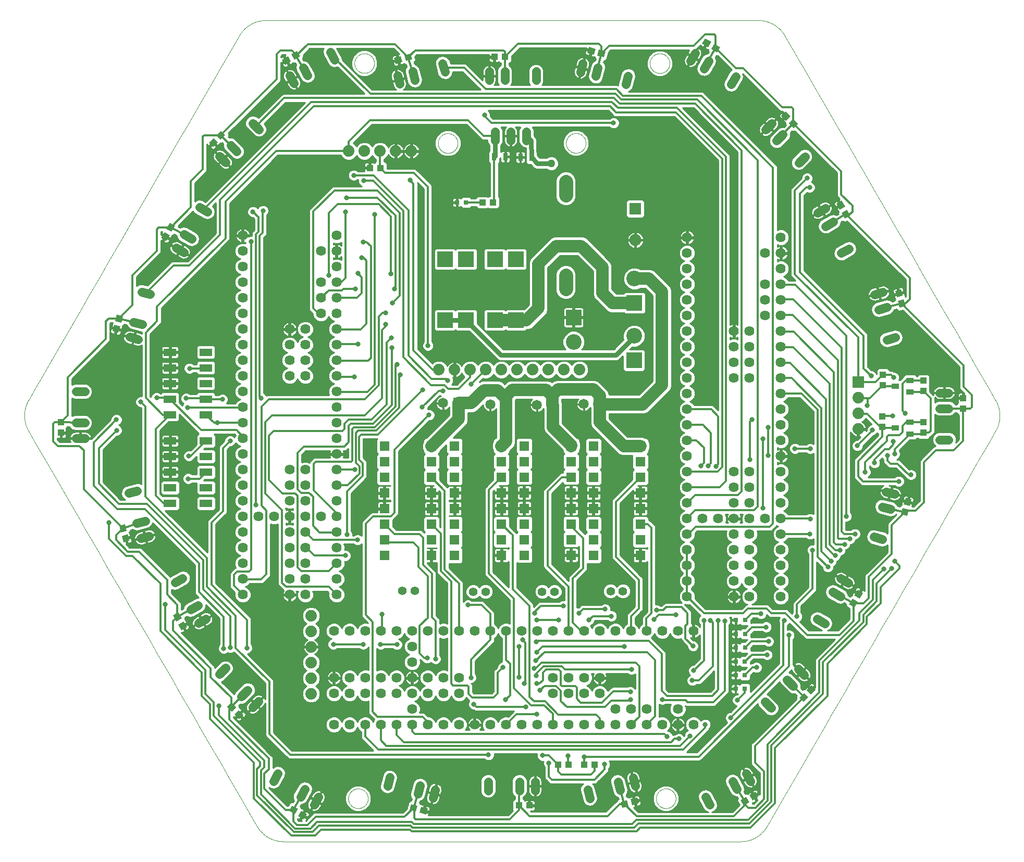
<source format=gtl>
G75*
%MOIN*%
%OFA0B0*%
%FSLAX25Y25*%
%IPPOS*%
%LPD*%
%AMOC8*
5,1,8,0,0,1.08239X$1,22.5*
%
%ADD10C,0.00000*%
%ADD11C,0.05600*%
%ADD12C,0.07400*%
%ADD13C,0.07600*%
%ADD14R,0.07600X0.07600*%
%ADD15R,0.04331X0.03937*%
%ADD16R,0.03150X0.04724*%
%ADD17R,0.03937X0.04331*%
%ADD18C,0.06500*%
%ADD19R,0.06500X0.06500*%
%ADD20C,0.08850*%
%ADD21R,0.03150X0.03150*%
%ADD22R,0.10050X0.10050*%
%ADD23R,0.10039X0.10039*%
%ADD24C,0.10039*%
%ADD25C,0.06400*%
%ADD26R,0.06400X0.06400*%
%ADD27C,0.05600*%
%ADD28R,0.08000X0.05000*%
%ADD29R,0.04724X0.03543*%
%ADD30C,0.05550*%
%ADD31R,0.07400X0.07400*%
%ADD32C,0.01200*%
%ADD33C,0.03000*%
%ADD34C,0.01000*%
%ADD35C,0.03200*%
%ADD36C,0.01600*%
%ADD37C,0.08000*%
%ADD38C,0.05000*%
D10*
X0370461Y0258775D02*
X0361328Y0274592D01*
X0356762Y0282501D01*
X0352196Y0290409D01*
X0347630Y0298318D01*
X0343064Y0306227D01*
X0338498Y0314136D01*
X0333932Y0322044D01*
X0329366Y0329953D01*
X0324800Y0337862D01*
X0320234Y0345770D01*
X0315667Y0353679D01*
X0311101Y0361588D01*
X0306535Y0369497D01*
X0301969Y0377405D01*
X0297403Y0385314D01*
X0292837Y0393223D01*
X0288271Y0401131D01*
X0283705Y0409040D01*
X0279139Y0416949D01*
X0279029Y0417139D01*
X0278922Y0417331D01*
X0278819Y0417524D01*
X0278716Y0417717D01*
X0278617Y0417911D01*
X0278520Y0418107D01*
X0278424Y0418302D01*
X0278332Y0418499D01*
X0278153Y0418895D01*
X0278067Y0419094D01*
X0277985Y0419294D01*
X0277902Y0419494D01*
X0277823Y0419695D01*
X0277748Y0419897D01*
X0277672Y0420099D01*
X0277600Y0420301D01*
X0277463Y0420709D01*
X0277398Y0420914D01*
X0277274Y0421325D01*
X0277216Y0421531D01*
X0277161Y0421738D01*
X0277106Y0421945D01*
X0277054Y0422152D01*
X0277006Y0422360D01*
X0276958Y0422569D01*
X0276913Y0422777D01*
X0276872Y0422987D01*
X0276831Y0423196D01*
X0276793Y0423406D01*
X0276759Y0423616D01*
X0276725Y0423826D01*
X0276694Y0424037D01*
X0276639Y0424459D01*
X0276615Y0424670D01*
X0276594Y0424882D01*
X0276573Y0425094D01*
X0276556Y0425306D01*
X0276543Y0425518D01*
X0276529Y0425730D01*
X0276518Y0425942D01*
X0276505Y0426367D01*
X0276501Y0426579D01*
X0276501Y0427004D01*
X0276505Y0427216D01*
X0276518Y0427641D01*
X0276529Y0427853D01*
X0276543Y0428065D01*
X0276556Y0428277D01*
X0276573Y0428489D01*
X0276594Y0428701D01*
X0276615Y0428912D01*
X0276639Y0429124D01*
X0276666Y0429335D01*
X0276694Y0429546D01*
X0276725Y0429757D01*
X0276793Y0430177D01*
X0276831Y0430387D01*
X0276872Y0430596D01*
X0276913Y0430806D01*
X0276958Y0431014D01*
X0277006Y0431223D01*
X0277054Y0431431D01*
X0277106Y0431638D01*
X0277161Y0431845D01*
X0277216Y0432052D01*
X0277274Y0432258D01*
X0277398Y0432669D01*
X0277463Y0432874D01*
X0277532Y0433078D01*
X0277600Y0433281D01*
X0277672Y0433484D01*
X0277748Y0433686D01*
X0277823Y0433888D01*
X0277902Y0434089D01*
X0277985Y0434289D01*
X0278067Y0434489D01*
X0278153Y0434688D01*
X0278332Y0435084D01*
X0278424Y0435281D01*
X0278520Y0435476D01*
X0278617Y0435672D01*
X0278716Y0435866D01*
X0278819Y0436059D01*
X0278922Y0436252D01*
X0279029Y0436444D01*
X0279139Y0436634D01*
X0283350Y0443927D01*
X0287560Y0451221D01*
X0300193Y0473102D01*
X0304404Y0480395D01*
X0308615Y0487689D01*
X0312826Y0494982D01*
X0317037Y0502276D01*
X0321248Y0509570D01*
X0325459Y0516863D01*
X0329670Y0524157D01*
X0333881Y0531450D01*
X0338092Y0538744D01*
X0342303Y0546037D01*
X0350725Y0560624D01*
X0354935Y0567918D01*
X0363357Y0582505D01*
X0367568Y0589799D01*
X0375990Y0604386D01*
X0380201Y0611679D01*
X0388623Y0626266D01*
X0392834Y0633560D01*
X0401256Y0648147D01*
X0405467Y0655441D01*
X0413889Y0670028D01*
X0413998Y0670218D01*
X0414111Y0670406D01*
X0414343Y0670778D01*
X0414461Y0670961D01*
X0414704Y0671323D01*
X0414828Y0671502D01*
X0415081Y0671854D01*
X0415210Y0672028D01*
X0415474Y0672371D01*
X0415609Y0672540D01*
X0415883Y0672872D01*
X0416023Y0673036D01*
X0416165Y0673198D01*
X0416307Y0673359D01*
X0416452Y0673518D01*
X0416599Y0673674D01*
X0416746Y0673830D01*
X0416895Y0673984D01*
X0417047Y0674135D01*
X0417199Y0674286D01*
X0417353Y0674435D01*
X0417509Y0674580D01*
X0417665Y0674726D01*
X0417824Y0674869D01*
X0417984Y0675009D01*
X0418145Y0675150D01*
X0418308Y0675287D01*
X0418473Y0675422D01*
X0418638Y0675557D01*
X0418805Y0675689D01*
X0419143Y0675948D01*
X0419314Y0676074D01*
X0419487Y0676198D01*
X0419660Y0676322D01*
X0419835Y0676442D01*
X0420011Y0676560D01*
X0420188Y0676678D01*
X0420367Y0676793D01*
X0420547Y0676905D01*
X0420728Y0677018D01*
X0420910Y0677127D01*
X0421278Y0677339D01*
X0421463Y0677442D01*
X0421651Y0677543D01*
X0421838Y0677643D01*
X0422027Y0677740D01*
X0422218Y0677834D01*
X0422408Y0677928D01*
X0422600Y0678019D01*
X0422794Y0678107D01*
X0422987Y0678195D01*
X0423182Y0678280D01*
X0423379Y0678362D01*
X0423575Y0678444D01*
X0423773Y0678522D01*
X0424172Y0678673D01*
X0424372Y0678745D01*
X0424574Y0678814D01*
X0424776Y0678883D01*
X0424979Y0678949D01*
X0425388Y0679074D01*
X0425594Y0679133D01*
X0425800Y0679189D01*
X0426007Y0679245D01*
X0426215Y0679297D01*
X0426423Y0679346D01*
X0426632Y0679396D01*
X0426842Y0679441D01*
X0427053Y0679484D01*
X0427264Y0679526D01*
X0427476Y0679565D01*
X0427688Y0679601D01*
X0427901Y0679636D01*
X0428114Y0679669D01*
X0428329Y0679697D01*
X0428543Y0679726D01*
X0428759Y0679751D01*
X0429190Y0679794D01*
X0429407Y0679812D01*
X0429625Y0679827D01*
X0429842Y0679841D01*
X0430060Y0679852D01*
X0430497Y0679867D01*
X0430717Y0679870D01*
X0746117Y0679870D01*
X0746336Y0679867D01*
X0746555Y0679859D01*
X0746773Y0679852D01*
X0746991Y0679841D01*
X0747209Y0679827D01*
X0747426Y0679812D01*
X0747643Y0679794D01*
X0747859Y0679773D01*
X0748075Y0679751D01*
X0748290Y0679726D01*
X0748504Y0679697D01*
X0748719Y0679669D01*
X0748932Y0679636D01*
X0749145Y0679601D01*
X0749358Y0679565D01*
X0749570Y0679526D01*
X0749780Y0679484D01*
X0749991Y0679441D01*
X0750201Y0679396D01*
X0750410Y0679346D01*
X0750619Y0679297D01*
X0750827Y0679245D01*
X0751033Y0679189D01*
X0751240Y0679133D01*
X0751445Y0679074D01*
X0751650Y0679011D01*
X0751854Y0678949D01*
X0752057Y0678883D01*
X0752259Y0678814D01*
X0752461Y0678745D01*
X0752661Y0678673D01*
X0752861Y0678598D01*
X0753060Y0678522D01*
X0753258Y0678444D01*
X0753454Y0678362D01*
X0753651Y0678280D01*
X0753846Y0678195D01*
X0754040Y0678107D01*
X0754233Y0678019D01*
X0754425Y0677928D01*
X0754616Y0677834D01*
X0754806Y0677740D01*
X0754995Y0677643D01*
X0755183Y0677543D01*
X0755370Y0677442D01*
X0755556Y0677339D01*
X0755923Y0677127D01*
X0756106Y0677018D01*
X0756286Y0676905D01*
X0756467Y0676793D01*
X0756645Y0676678D01*
X0756822Y0676560D01*
X0756999Y0676442D01*
X0757174Y0676322D01*
X0757347Y0676198D01*
X0757520Y0676074D01*
X0757691Y0675948D01*
X0758029Y0675689D01*
X0758196Y0675557D01*
X0758361Y0675422D01*
X0758526Y0675287D01*
X0758688Y0675150D01*
X0758849Y0675009D01*
X0759010Y0674869D01*
X0759168Y0674726D01*
X0759325Y0674580D01*
X0759481Y0674435D01*
X0759635Y0674286D01*
X0759787Y0674135D01*
X0759938Y0673984D01*
X0760088Y0673830D01*
X0760235Y0673674D01*
X0760382Y0673518D01*
X0760526Y0673359D01*
X0760668Y0673198D01*
X0760811Y0673036D01*
X0760950Y0672872D01*
X0761087Y0672706D01*
X0761224Y0672540D01*
X0761359Y0672371D01*
X0761623Y0672028D01*
X0761752Y0671854D01*
X0761879Y0671678D01*
X0762006Y0671502D01*
X0762130Y0671323D01*
X0762251Y0671142D01*
X0762372Y0670961D01*
X0762491Y0670778D01*
X0762722Y0670406D01*
X0762835Y0670218D01*
X0762945Y0670028D01*
X0771367Y0655441D01*
X0775578Y0648147D01*
X0783999Y0633560D01*
X0788210Y0626266D01*
X0796632Y0611679D01*
X0800843Y0604386D01*
X0809265Y0589799D01*
X0813476Y0582505D01*
X0821898Y0567918D01*
X0826109Y0560624D01*
X0834531Y0546037D01*
X0838742Y0538744D01*
X0847163Y0524157D01*
X0851374Y0516863D01*
X0864007Y0494982D01*
X0868218Y0487689D01*
X0872429Y0480395D01*
X0876640Y0473102D01*
X0880851Y0465808D01*
X0885062Y0458515D01*
X0889273Y0451221D01*
X0893484Y0443927D01*
X0897695Y0436634D01*
X0897805Y0436444D01*
X0897911Y0436252D01*
X0898117Y0435866D01*
X0898217Y0435672D01*
X0898313Y0435476D01*
X0898409Y0435281D01*
X0898502Y0435084D01*
X0898680Y0434688D01*
X0898766Y0434489D01*
X0898849Y0434289D01*
X0898931Y0434089D01*
X0899010Y0433888D01*
X0899085Y0433686D01*
X0899161Y0433484D01*
X0899233Y0433281D01*
X0899302Y0433078D01*
X0899370Y0432874D01*
X0899436Y0432669D01*
X0899559Y0432258D01*
X0899618Y0432052D01*
X0899673Y0431845D01*
X0899728Y0431638D01*
X0899779Y0431431D01*
X0899827Y0431223D01*
X0899875Y0431014D01*
X0899920Y0430806D01*
X0899961Y0430596D01*
X0900002Y0430387D01*
X0900040Y0430177D01*
X0900074Y0429967D01*
X0900109Y0429757D01*
X0900140Y0429546D01*
X0900167Y0429335D01*
X0900195Y0429124D01*
X0900219Y0428912D01*
X0900239Y0428701D01*
X0900260Y0428489D01*
X0900277Y0428277D01*
X0900291Y0428065D01*
X0900305Y0427853D01*
X0900315Y0427641D01*
X0900322Y0427429D01*
X0900329Y0427216D01*
X0900332Y0427004D01*
X0900332Y0426579D01*
X0900329Y0426367D01*
X0900322Y0426154D01*
X0900315Y0425942D01*
X0900305Y0425730D01*
X0900291Y0425518D01*
X0900277Y0425306D01*
X0900260Y0425094D01*
X0900239Y0424882D01*
X0900219Y0424670D01*
X0900195Y0424459D01*
X0900167Y0424248D01*
X0900140Y0424037D01*
X0900109Y0423826D01*
X0900074Y0423616D01*
X0900040Y0423406D01*
X0900002Y0423196D01*
X0899961Y0422987D01*
X0899920Y0422777D01*
X0899875Y0422569D01*
X0899827Y0422360D01*
X0899779Y0422152D01*
X0899728Y0421945D01*
X0899673Y0421738D01*
X0899618Y0421531D01*
X0899559Y0421325D01*
X0899436Y0420914D01*
X0899370Y0420709D01*
X0899302Y0420505D01*
X0899233Y0420301D01*
X0899161Y0420099D01*
X0899085Y0419897D01*
X0899010Y0419695D01*
X0898931Y0419494D01*
X0898849Y0419294D01*
X0898766Y0419094D01*
X0898680Y0418895D01*
X0898502Y0418499D01*
X0898409Y0418302D01*
X0898217Y0417911D01*
X0898117Y0417717D01*
X0898014Y0417524D01*
X0897911Y0417331D01*
X0897805Y0417139D01*
X0897695Y0416949D01*
X0893129Y0409040D01*
X0888563Y0401131D01*
X0883996Y0393223D01*
X0879430Y0385314D01*
X0874864Y0377405D01*
X0870298Y0369497D01*
X0865732Y0361588D01*
X0861166Y0353679D01*
X0856600Y0345770D01*
X0852034Y0337862D01*
X0847468Y0329953D01*
X0842902Y0322044D01*
X0838335Y0314136D01*
X0833769Y0306227D01*
X0829203Y0298318D01*
X0824637Y0290409D01*
X0820071Y0282501D01*
X0815505Y0274592D01*
X0810939Y0266683D01*
X0806373Y0258775D01*
X0801807Y0250866D01*
X0797241Y0242957D01*
X0792674Y0235048D01*
X0788108Y0227140D01*
X0783542Y0219231D01*
X0778976Y0211322D01*
X0774410Y0203414D01*
X0769844Y0195505D01*
X0765278Y0187596D01*
X0760712Y0179687D01*
X0756146Y0171779D01*
X0751580Y0163870D01*
X0751470Y0163680D01*
X0751357Y0163492D01*
X0751241Y0163306D01*
X0751126Y0163120D01*
X0751007Y0162937D01*
X0750886Y0162756D01*
X0750765Y0162575D01*
X0750641Y0162396D01*
X0750514Y0162220D01*
X0750387Y0162044D01*
X0750258Y0161870D01*
X0750126Y0161698D01*
X0749994Y0161527D01*
X0749859Y0161358D01*
X0749585Y0161025D01*
X0749445Y0160861D01*
X0749303Y0160700D01*
X0749161Y0160539D01*
X0749016Y0160380D01*
X0748869Y0160224D01*
X0748722Y0160067D01*
X0748573Y0159914D01*
X0748421Y0159763D01*
X0748270Y0159612D01*
X0748116Y0159463D01*
X0747959Y0159318D01*
X0747803Y0159172D01*
X0747645Y0159029D01*
X0747323Y0158748D01*
X0747160Y0158610D01*
X0746996Y0158476D01*
X0746831Y0158341D01*
X0746664Y0158209D01*
X0746495Y0158079D01*
X0746326Y0157950D01*
X0746155Y0157823D01*
X0745982Y0157700D01*
X0745809Y0157576D01*
X0745634Y0157455D01*
X0745457Y0157337D01*
X0745280Y0157219D01*
X0745101Y0157104D01*
X0744741Y0156880D01*
X0744558Y0156771D01*
X0744374Y0156665D01*
X0744190Y0156559D01*
X0744005Y0156455D01*
X0743817Y0156355D01*
X0743630Y0156255D01*
X0743441Y0156158D01*
X0743251Y0156064D01*
X0743060Y0155969D01*
X0742868Y0155878D01*
X0742674Y0155790D01*
X0742481Y0155702D01*
X0742286Y0155618D01*
X0741893Y0155454D01*
X0741695Y0155376D01*
X0741496Y0155300D01*
X0741296Y0155225D01*
X0741096Y0155153D01*
X0740692Y0155015D01*
X0740489Y0154949D01*
X0740080Y0154824D01*
X0739875Y0154765D01*
X0739668Y0154709D01*
X0739461Y0154653D01*
X0739254Y0154601D01*
X0739045Y0154551D01*
X0738836Y0154502D01*
X0738626Y0154456D01*
X0738415Y0154414D01*
X0738204Y0154371D01*
X0737993Y0154332D01*
X0737780Y0154297D01*
X0737567Y0154261D01*
X0737354Y0154229D01*
X0737139Y0154201D01*
X0736925Y0154172D01*
X0736710Y0154147D01*
X0736494Y0154125D01*
X0736278Y0154104D01*
X0736061Y0154086D01*
X0735844Y0154071D01*
X0735626Y0154057D01*
X0735408Y0154046D01*
X0735190Y0154038D01*
X0734971Y0154031D01*
X0734752Y0154027D01*
X0442082Y0154027D01*
X0441862Y0154031D01*
X0441644Y0154038D01*
X0441425Y0154046D01*
X0441207Y0154057D01*
X0440990Y0154071D01*
X0440772Y0154086D01*
X0440556Y0154104D01*
X0440340Y0154125D01*
X0440124Y0154147D01*
X0439908Y0154172D01*
X0439694Y0154201D01*
X0439480Y0154229D01*
X0439266Y0154261D01*
X0439053Y0154297D01*
X0438841Y0154332D01*
X0438629Y0154371D01*
X0438418Y0154414D01*
X0438207Y0154456D01*
X0437997Y0154502D01*
X0437789Y0154551D01*
X0437580Y0154601D01*
X0437372Y0154653D01*
X0437165Y0154709D01*
X0436959Y0154765D01*
X0436753Y0154824D01*
X0436345Y0154949D01*
X0436141Y0155015D01*
X0435738Y0155153D01*
X0435537Y0155225D01*
X0435338Y0155300D01*
X0435139Y0155376D01*
X0434941Y0155454D01*
X0434548Y0155618D01*
X0434353Y0155702D01*
X0434159Y0155790D01*
X0433965Y0155878D01*
X0433773Y0155969D01*
X0433583Y0156064D01*
X0433392Y0156158D01*
X0433203Y0156255D01*
X0433016Y0156355D01*
X0432829Y0156455D01*
X0432643Y0156559D01*
X0432459Y0156665D01*
X0432275Y0156771D01*
X0432093Y0156880D01*
X0431732Y0157104D01*
X0431553Y0157219D01*
X0431376Y0157337D01*
X0431200Y0157455D01*
X0431025Y0157576D01*
X0430679Y0157823D01*
X0430508Y0157950D01*
X0430339Y0158079D01*
X0430170Y0158209D01*
X0430003Y0158341D01*
X0429838Y0158476D01*
X0429673Y0158610D01*
X0429510Y0158748D01*
X0429349Y0158888D01*
X0429189Y0159029D01*
X0429030Y0159172D01*
X0428874Y0159318D01*
X0428718Y0159463D01*
X0428564Y0159612D01*
X0428412Y0159763D01*
X0428260Y0159914D01*
X0428111Y0160067D01*
X0427964Y0160224D01*
X0427817Y0160380D01*
X0427672Y0160539D01*
X0427530Y0160700D01*
X0427388Y0160861D01*
X0427248Y0161025D01*
X0426974Y0161358D01*
X0426839Y0161527D01*
X0426707Y0161698D01*
X0426575Y0161870D01*
X0426446Y0162044D01*
X0426319Y0162220D01*
X0426193Y0162396D01*
X0426069Y0162575D01*
X0425947Y0162756D01*
X0425826Y0162937D01*
X0425708Y0163120D01*
X0425592Y0163306D01*
X0425476Y0163492D01*
X0425364Y0163680D01*
X0425254Y0163870D01*
X0420688Y0171779D01*
X0416122Y0179687D01*
X0411555Y0187596D01*
X0406989Y0195505D01*
X0402423Y0203414D01*
X0397857Y0211322D01*
X0388725Y0227140D01*
X0384159Y0235048D01*
X0379593Y0242957D01*
X0375027Y0250866D01*
X0370461Y0258775D01*
X0483701Y0181560D02*
X0483703Y0181718D01*
X0483709Y0181876D01*
X0483719Y0182034D01*
X0483733Y0182192D01*
X0483751Y0182349D01*
X0483772Y0182506D01*
X0483798Y0182662D01*
X0483828Y0182818D01*
X0483861Y0182973D01*
X0483899Y0183126D01*
X0483940Y0183279D01*
X0483985Y0183431D01*
X0484034Y0183582D01*
X0484087Y0183731D01*
X0484143Y0183879D01*
X0484203Y0184025D01*
X0484267Y0184170D01*
X0484335Y0184313D01*
X0484406Y0184455D01*
X0484480Y0184595D01*
X0484558Y0184732D01*
X0484640Y0184868D01*
X0484724Y0185002D01*
X0484813Y0185133D01*
X0484904Y0185262D01*
X0484999Y0185389D01*
X0485096Y0185514D01*
X0485197Y0185636D01*
X0485301Y0185755D01*
X0485408Y0185872D01*
X0485518Y0185986D01*
X0485631Y0186097D01*
X0485746Y0186206D01*
X0485864Y0186311D01*
X0485985Y0186413D01*
X0486108Y0186513D01*
X0486234Y0186609D01*
X0486362Y0186702D01*
X0486492Y0186792D01*
X0486625Y0186878D01*
X0486760Y0186962D01*
X0486896Y0187041D01*
X0487035Y0187118D01*
X0487176Y0187190D01*
X0487318Y0187260D01*
X0487462Y0187325D01*
X0487608Y0187387D01*
X0487755Y0187445D01*
X0487904Y0187500D01*
X0488054Y0187551D01*
X0488205Y0187598D01*
X0488357Y0187641D01*
X0488510Y0187680D01*
X0488665Y0187716D01*
X0488820Y0187747D01*
X0488976Y0187775D01*
X0489132Y0187799D01*
X0489289Y0187819D01*
X0489447Y0187835D01*
X0489604Y0187847D01*
X0489763Y0187855D01*
X0489921Y0187859D01*
X0490079Y0187859D01*
X0490237Y0187855D01*
X0490396Y0187847D01*
X0490553Y0187835D01*
X0490711Y0187819D01*
X0490868Y0187799D01*
X0491024Y0187775D01*
X0491180Y0187747D01*
X0491335Y0187716D01*
X0491490Y0187680D01*
X0491643Y0187641D01*
X0491795Y0187598D01*
X0491946Y0187551D01*
X0492096Y0187500D01*
X0492245Y0187445D01*
X0492392Y0187387D01*
X0492538Y0187325D01*
X0492682Y0187260D01*
X0492824Y0187190D01*
X0492965Y0187118D01*
X0493104Y0187041D01*
X0493240Y0186962D01*
X0493375Y0186878D01*
X0493508Y0186792D01*
X0493638Y0186702D01*
X0493766Y0186609D01*
X0493892Y0186513D01*
X0494015Y0186413D01*
X0494136Y0186311D01*
X0494254Y0186206D01*
X0494369Y0186097D01*
X0494482Y0185986D01*
X0494592Y0185872D01*
X0494699Y0185755D01*
X0494803Y0185636D01*
X0494904Y0185514D01*
X0495001Y0185389D01*
X0495096Y0185262D01*
X0495187Y0185133D01*
X0495276Y0185002D01*
X0495360Y0184868D01*
X0495442Y0184732D01*
X0495520Y0184595D01*
X0495594Y0184455D01*
X0495665Y0184313D01*
X0495733Y0184170D01*
X0495797Y0184025D01*
X0495857Y0183879D01*
X0495913Y0183731D01*
X0495966Y0183582D01*
X0496015Y0183431D01*
X0496060Y0183279D01*
X0496101Y0183126D01*
X0496139Y0182973D01*
X0496172Y0182818D01*
X0496202Y0182662D01*
X0496228Y0182506D01*
X0496249Y0182349D01*
X0496267Y0182192D01*
X0496281Y0182034D01*
X0496291Y0181876D01*
X0496297Y0181718D01*
X0496299Y0181560D01*
X0496297Y0181402D01*
X0496291Y0181244D01*
X0496281Y0181086D01*
X0496267Y0180928D01*
X0496249Y0180771D01*
X0496228Y0180614D01*
X0496202Y0180458D01*
X0496172Y0180302D01*
X0496139Y0180147D01*
X0496101Y0179994D01*
X0496060Y0179841D01*
X0496015Y0179689D01*
X0495966Y0179538D01*
X0495913Y0179389D01*
X0495857Y0179241D01*
X0495797Y0179095D01*
X0495733Y0178950D01*
X0495665Y0178807D01*
X0495594Y0178665D01*
X0495520Y0178525D01*
X0495442Y0178388D01*
X0495360Y0178252D01*
X0495276Y0178118D01*
X0495187Y0177987D01*
X0495096Y0177858D01*
X0495001Y0177731D01*
X0494904Y0177606D01*
X0494803Y0177484D01*
X0494699Y0177365D01*
X0494592Y0177248D01*
X0494482Y0177134D01*
X0494369Y0177023D01*
X0494254Y0176914D01*
X0494136Y0176809D01*
X0494015Y0176707D01*
X0493892Y0176607D01*
X0493766Y0176511D01*
X0493638Y0176418D01*
X0493508Y0176328D01*
X0493375Y0176242D01*
X0493240Y0176158D01*
X0493104Y0176079D01*
X0492965Y0176002D01*
X0492824Y0175930D01*
X0492682Y0175860D01*
X0492538Y0175795D01*
X0492392Y0175733D01*
X0492245Y0175675D01*
X0492096Y0175620D01*
X0491946Y0175569D01*
X0491795Y0175522D01*
X0491643Y0175479D01*
X0491490Y0175440D01*
X0491335Y0175404D01*
X0491180Y0175373D01*
X0491024Y0175345D01*
X0490868Y0175321D01*
X0490711Y0175301D01*
X0490553Y0175285D01*
X0490396Y0175273D01*
X0490237Y0175265D01*
X0490079Y0175261D01*
X0489921Y0175261D01*
X0489763Y0175265D01*
X0489604Y0175273D01*
X0489447Y0175285D01*
X0489289Y0175301D01*
X0489132Y0175321D01*
X0488976Y0175345D01*
X0488820Y0175373D01*
X0488665Y0175404D01*
X0488510Y0175440D01*
X0488357Y0175479D01*
X0488205Y0175522D01*
X0488054Y0175569D01*
X0487904Y0175620D01*
X0487755Y0175675D01*
X0487608Y0175733D01*
X0487462Y0175795D01*
X0487318Y0175860D01*
X0487176Y0175930D01*
X0487035Y0176002D01*
X0486896Y0176079D01*
X0486760Y0176158D01*
X0486625Y0176242D01*
X0486492Y0176328D01*
X0486362Y0176418D01*
X0486234Y0176511D01*
X0486108Y0176607D01*
X0485985Y0176707D01*
X0485864Y0176809D01*
X0485746Y0176914D01*
X0485631Y0177023D01*
X0485518Y0177134D01*
X0485408Y0177248D01*
X0485301Y0177365D01*
X0485197Y0177484D01*
X0485096Y0177606D01*
X0484999Y0177731D01*
X0484904Y0177858D01*
X0484813Y0177987D01*
X0484724Y0178118D01*
X0484640Y0178252D01*
X0484558Y0178388D01*
X0484480Y0178525D01*
X0484406Y0178665D01*
X0484335Y0178807D01*
X0484267Y0178950D01*
X0484203Y0179095D01*
X0484143Y0179241D01*
X0484087Y0179389D01*
X0484034Y0179538D01*
X0483985Y0179689D01*
X0483940Y0179841D01*
X0483899Y0179994D01*
X0483861Y0180147D01*
X0483828Y0180302D01*
X0483798Y0180458D01*
X0483772Y0180614D01*
X0483751Y0180771D01*
X0483733Y0180928D01*
X0483719Y0181086D01*
X0483709Y0181244D01*
X0483703Y0181402D01*
X0483701Y0181560D01*
X0680551Y0181560D02*
X0680553Y0181718D01*
X0680559Y0181876D01*
X0680569Y0182034D01*
X0680583Y0182192D01*
X0680601Y0182349D01*
X0680622Y0182506D01*
X0680648Y0182662D01*
X0680678Y0182818D01*
X0680711Y0182973D01*
X0680749Y0183126D01*
X0680790Y0183279D01*
X0680835Y0183431D01*
X0680884Y0183582D01*
X0680937Y0183731D01*
X0680993Y0183879D01*
X0681053Y0184025D01*
X0681117Y0184170D01*
X0681185Y0184313D01*
X0681256Y0184455D01*
X0681330Y0184595D01*
X0681408Y0184732D01*
X0681490Y0184868D01*
X0681574Y0185002D01*
X0681663Y0185133D01*
X0681754Y0185262D01*
X0681849Y0185389D01*
X0681946Y0185514D01*
X0682047Y0185636D01*
X0682151Y0185755D01*
X0682258Y0185872D01*
X0682368Y0185986D01*
X0682481Y0186097D01*
X0682596Y0186206D01*
X0682714Y0186311D01*
X0682835Y0186413D01*
X0682958Y0186513D01*
X0683084Y0186609D01*
X0683212Y0186702D01*
X0683342Y0186792D01*
X0683475Y0186878D01*
X0683610Y0186962D01*
X0683746Y0187041D01*
X0683885Y0187118D01*
X0684026Y0187190D01*
X0684168Y0187260D01*
X0684312Y0187325D01*
X0684458Y0187387D01*
X0684605Y0187445D01*
X0684754Y0187500D01*
X0684904Y0187551D01*
X0685055Y0187598D01*
X0685207Y0187641D01*
X0685360Y0187680D01*
X0685515Y0187716D01*
X0685670Y0187747D01*
X0685826Y0187775D01*
X0685982Y0187799D01*
X0686139Y0187819D01*
X0686297Y0187835D01*
X0686454Y0187847D01*
X0686613Y0187855D01*
X0686771Y0187859D01*
X0686929Y0187859D01*
X0687087Y0187855D01*
X0687246Y0187847D01*
X0687403Y0187835D01*
X0687561Y0187819D01*
X0687718Y0187799D01*
X0687874Y0187775D01*
X0688030Y0187747D01*
X0688185Y0187716D01*
X0688340Y0187680D01*
X0688493Y0187641D01*
X0688645Y0187598D01*
X0688796Y0187551D01*
X0688946Y0187500D01*
X0689095Y0187445D01*
X0689242Y0187387D01*
X0689388Y0187325D01*
X0689532Y0187260D01*
X0689674Y0187190D01*
X0689815Y0187118D01*
X0689954Y0187041D01*
X0690090Y0186962D01*
X0690225Y0186878D01*
X0690358Y0186792D01*
X0690488Y0186702D01*
X0690616Y0186609D01*
X0690742Y0186513D01*
X0690865Y0186413D01*
X0690986Y0186311D01*
X0691104Y0186206D01*
X0691219Y0186097D01*
X0691332Y0185986D01*
X0691442Y0185872D01*
X0691549Y0185755D01*
X0691653Y0185636D01*
X0691754Y0185514D01*
X0691851Y0185389D01*
X0691946Y0185262D01*
X0692037Y0185133D01*
X0692126Y0185002D01*
X0692210Y0184868D01*
X0692292Y0184732D01*
X0692370Y0184595D01*
X0692444Y0184455D01*
X0692515Y0184313D01*
X0692583Y0184170D01*
X0692647Y0184025D01*
X0692707Y0183879D01*
X0692763Y0183731D01*
X0692816Y0183582D01*
X0692865Y0183431D01*
X0692910Y0183279D01*
X0692951Y0183126D01*
X0692989Y0182973D01*
X0693022Y0182818D01*
X0693052Y0182662D01*
X0693078Y0182506D01*
X0693099Y0182349D01*
X0693117Y0182192D01*
X0693131Y0182034D01*
X0693141Y0181876D01*
X0693147Y0181718D01*
X0693149Y0181560D01*
X0693147Y0181402D01*
X0693141Y0181244D01*
X0693131Y0181086D01*
X0693117Y0180928D01*
X0693099Y0180771D01*
X0693078Y0180614D01*
X0693052Y0180458D01*
X0693022Y0180302D01*
X0692989Y0180147D01*
X0692951Y0179994D01*
X0692910Y0179841D01*
X0692865Y0179689D01*
X0692816Y0179538D01*
X0692763Y0179389D01*
X0692707Y0179241D01*
X0692647Y0179095D01*
X0692583Y0178950D01*
X0692515Y0178807D01*
X0692444Y0178665D01*
X0692370Y0178525D01*
X0692292Y0178388D01*
X0692210Y0178252D01*
X0692126Y0178118D01*
X0692037Y0177987D01*
X0691946Y0177858D01*
X0691851Y0177731D01*
X0691754Y0177606D01*
X0691653Y0177484D01*
X0691549Y0177365D01*
X0691442Y0177248D01*
X0691332Y0177134D01*
X0691219Y0177023D01*
X0691104Y0176914D01*
X0690986Y0176809D01*
X0690865Y0176707D01*
X0690742Y0176607D01*
X0690616Y0176511D01*
X0690488Y0176418D01*
X0690358Y0176328D01*
X0690225Y0176242D01*
X0690090Y0176158D01*
X0689954Y0176079D01*
X0689815Y0176002D01*
X0689674Y0175930D01*
X0689532Y0175860D01*
X0689388Y0175795D01*
X0689242Y0175733D01*
X0689095Y0175675D01*
X0688946Y0175620D01*
X0688796Y0175569D01*
X0688645Y0175522D01*
X0688493Y0175479D01*
X0688340Y0175440D01*
X0688185Y0175404D01*
X0688030Y0175373D01*
X0687874Y0175345D01*
X0687718Y0175321D01*
X0687561Y0175301D01*
X0687403Y0175285D01*
X0687246Y0175273D01*
X0687087Y0175265D01*
X0686929Y0175261D01*
X0686771Y0175261D01*
X0686613Y0175265D01*
X0686454Y0175273D01*
X0686297Y0175285D01*
X0686139Y0175301D01*
X0685982Y0175321D01*
X0685826Y0175345D01*
X0685670Y0175373D01*
X0685515Y0175404D01*
X0685360Y0175440D01*
X0685207Y0175479D01*
X0685055Y0175522D01*
X0684904Y0175569D01*
X0684754Y0175620D01*
X0684605Y0175675D01*
X0684458Y0175733D01*
X0684312Y0175795D01*
X0684168Y0175860D01*
X0684026Y0175930D01*
X0683885Y0176002D01*
X0683746Y0176079D01*
X0683610Y0176158D01*
X0683475Y0176242D01*
X0683342Y0176328D01*
X0683212Y0176418D01*
X0683084Y0176511D01*
X0682958Y0176607D01*
X0682835Y0176707D01*
X0682714Y0176809D01*
X0682596Y0176914D01*
X0682481Y0177023D01*
X0682368Y0177134D01*
X0682258Y0177248D01*
X0682151Y0177365D01*
X0682047Y0177484D01*
X0681946Y0177606D01*
X0681849Y0177731D01*
X0681754Y0177858D01*
X0681663Y0177987D01*
X0681574Y0178118D01*
X0681490Y0178252D01*
X0681408Y0178388D01*
X0681330Y0178525D01*
X0681256Y0178665D01*
X0681185Y0178807D01*
X0681117Y0178950D01*
X0681053Y0179095D01*
X0680993Y0179241D01*
X0680937Y0179389D01*
X0680884Y0179538D01*
X0680835Y0179689D01*
X0680790Y0179841D01*
X0680749Y0179994D01*
X0680711Y0180147D01*
X0680678Y0180302D01*
X0680648Y0180458D01*
X0680622Y0180614D01*
X0680601Y0180771D01*
X0680583Y0180928D01*
X0680569Y0181086D01*
X0680559Y0181244D01*
X0680553Y0181402D01*
X0680551Y0181560D01*
X0623001Y0601260D02*
X0623003Y0601418D01*
X0623009Y0601576D01*
X0623019Y0601734D01*
X0623033Y0601892D01*
X0623051Y0602049D01*
X0623072Y0602206D01*
X0623098Y0602362D01*
X0623128Y0602518D01*
X0623161Y0602673D01*
X0623199Y0602826D01*
X0623240Y0602979D01*
X0623285Y0603131D01*
X0623334Y0603282D01*
X0623387Y0603431D01*
X0623443Y0603579D01*
X0623503Y0603725D01*
X0623567Y0603870D01*
X0623635Y0604013D01*
X0623706Y0604155D01*
X0623780Y0604295D01*
X0623858Y0604432D01*
X0623940Y0604568D01*
X0624024Y0604702D01*
X0624113Y0604833D01*
X0624204Y0604962D01*
X0624299Y0605089D01*
X0624396Y0605214D01*
X0624497Y0605336D01*
X0624601Y0605455D01*
X0624708Y0605572D01*
X0624818Y0605686D01*
X0624931Y0605797D01*
X0625046Y0605906D01*
X0625164Y0606011D01*
X0625285Y0606113D01*
X0625408Y0606213D01*
X0625534Y0606309D01*
X0625662Y0606402D01*
X0625792Y0606492D01*
X0625925Y0606578D01*
X0626060Y0606662D01*
X0626196Y0606741D01*
X0626335Y0606818D01*
X0626476Y0606890D01*
X0626618Y0606960D01*
X0626762Y0607025D01*
X0626908Y0607087D01*
X0627055Y0607145D01*
X0627204Y0607200D01*
X0627354Y0607251D01*
X0627505Y0607298D01*
X0627657Y0607341D01*
X0627810Y0607380D01*
X0627965Y0607416D01*
X0628120Y0607447D01*
X0628276Y0607475D01*
X0628432Y0607499D01*
X0628589Y0607519D01*
X0628747Y0607535D01*
X0628904Y0607547D01*
X0629063Y0607555D01*
X0629221Y0607559D01*
X0629379Y0607559D01*
X0629537Y0607555D01*
X0629696Y0607547D01*
X0629853Y0607535D01*
X0630011Y0607519D01*
X0630168Y0607499D01*
X0630324Y0607475D01*
X0630480Y0607447D01*
X0630635Y0607416D01*
X0630790Y0607380D01*
X0630943Y0607341D01*
X0631095Y0607298D01*
X0631246Y0607251D01*
X0631396Y0607200D01*
X0631545Y0607145D01*
X0631692Y0607087D01*
X0631838Y0607025D01*
X0631982Y0606960D01*
X0632124Y0606890D01*
X0632265Y0606818D01*
X0632404Y0606741D01*
X0632540Y0606662D01*
X0632675Y0606578D01*
X0632808Y0606492D01*
X0632938Y0606402D01*
X0633066Y0606309D01*
X0633192Y0606213D01*
X0633315Y0606113D01*
X0633436Y0606011D01*
X0633554Y0605906D01*
X0633669Y0605797D01*
X0633782Y0605686D01*
X0633892Y0605572D01*
X0633999Y0605455D01*
X0634103Y0605336D01*
X0634204Y0605214D01*
X0634301Y0605089D01*
X0634396Y0604962D01*
X0634487Y0604833D01*
X0634576Y0604702D01*
X0634660Y0604568D01*
X0634742Y0604432D01*
X0634820Y0604295D01*
X0634894Y0604155D01*
X0634965Y0604013D01*
X0635033Y0603870D01*
X0635097Y0603725D01*
X0635157Y0603579D01*
X0635213Y0603431D01*
X0635266Y0603282D01*
X0635315Y0603131D01*
X0635360Y0602979D01*
X0635401Y0602826D01*
X0635439Y0602673D01*
X0635472Y0602518D01*
X0635502Y0602362D01*
X0635528Y0602206D01*
X0635549Y0602049D01*
X0635567Y0601892D01*
X0635581Y0601734D01*
X0635591Y0601576D01*
X0635597Y0601418D01*
X0635599Y0601260D01*
X0635597Y0601102D01*
X0635591Y0600944D01*
X0635581Y0600786D01*
X0635567Y0600628D01*
X0635549Y0600471D01*
X0635528Y0600314D01*
X0635502Y0600158D01*
X0635472Y0600002D01*
X0635439Y0599847D01*
X0635401Y0599694D01*
X0635360Y0599541D01*
X0635315Y0599389D01*
X0635266Y0599238D01*
X0635213Y0599089D01*
X0635157Y0598941D01*
X0635097Y0598795D01*
X0635033Y0598650D01*
X0634965Y0598507D01*
X0634894Y0598365D01*
X0634820Y0598225D01*
X0634742Y0598088D01*
X0634660Y0597952D01*
X0634576Y0597818D01*
X0634487Y0597687D01*
X0634396Y0597558D01*
X0634301Y0597431D01*
X0634204Y0597306D01*
X0634103Y0597184D01*
X0633999Y0597065D01*
X0633892Y0596948D01*
X0633782Y0596834D01*
X0633669Y0596723D01*
X0633554Y0596614D01*
X0633436Y0596509D01*
X0633315Y0596407D01*
X0633192Y0596307D01*
X0633066Y0596211D01*
X0632938Y0596118D01*
X0632808Y0596028D01*
X0632675Y0595942D01*
X0632540Y0595858D01*
X0632404Y0595779D01*
X0632265Y0595702D01*
X0632124Y0595630D01*
X0631982Y0595560D01*
X0631838Y0595495D01*
X0631692Y0595433D01*
X0631545Y0595375D01*
X0631396Y0595320D01*
X0631246Y0595269D01*
X0631095Y0595222D01*
X0630943Y0595179D01*
X0630790Y0595140D01*
X0630635Y0595104D01*
X0630480Y0595073D01*
X0630324Y0595045D01*
X0630168Y0595021D01*
X0630011Y0595001D01*
X0629853Y0594985D01*
X0629696Y0594973D01*
X0629537Y0594965D01*
X0629379Y0594961D01*
X0629221Y0594961D01*
X0629063Y0594965D01*
X0628904Y0594973D01*
X0628747Y0594985D01*
X0628589Y0595001D01*
X0628432Y0595021D01*
X0628276Y0595045D01*
X0628120Y0595073D01*
X0627965Y0595104D01*
X0627810Y0595140D01*
X0627657Y0595179D01*
X0627505Y0595222D01*
X0627354Y0595269D01*
X0627204Y0595320D01*
X0627055Y0595375D01*
X0626908Y0595433D01*
X0626762Y0595495D01*
X0626618Y0595560D01*
X0626476Y0595630D01*
X0626335Y0595702D01*
X0626196Y0595779D01*
X0626060Y0595858D01*
X0625925Y0595942D01*
X0625792Y0596028D01*
X0625662Y0596118D01*
X0625534Y0596211D01*
X0625408Y0596307D01*
X0625285Y0596407D01*
X0625164Y0596509D01*
X0625046Y0596614D01*
X0624931Y0596723D01*
X0624818Y0596834D01*
X0624708Y0596948D01*
X0624601Y0597065D01*
X0624497Y0597184D01*
X0624396Y0597306D01*
X0624299Y0597431D01*
X0624204Y0597558D01*
X0624113Y0597687D01*
X0624024Y0597818D01*
X0623940Y0597952D01*
X0623858Y0598088D01*
X0623780Y0598225D01*
X0623706Y0598365D01*
X0623635Y0598507D01*
X0623567Y0598650D01*
X0623503Y0598795D01*
X0623443Y0598941D01*
X0623387Y0599089D01*
X0623334Y0599238D01*
X0623285Y0599389D01*
X0623240Y0599541D01*
X0623199Y0599694D01*
X0623161Y0599847D01*
X0623128Y0600002D01*
X0623098Y0600158D01*
X0623072Y0600314D01*
X0623051Y0600471D01*
X0623033Y0600628D01*
X0623019Y0600786D01*
X0623009Y0600944D01*
X0623003Y0601102D01*
X0623001Y0601260D01*
X0541101Y0601160D02*
X0541103Y0601318D01*
X0541109Y0601476D01*
X0541119Y0601634D01*
X0541133Y0601792D01*
X0541151Y0601949D01*
X0541172Y0602106D01*
X0541198Y0602262D01*
X0541228Y0602418D01*
X0541261Y0602573D01*
X0541299Y0602726D01*
X0541340Y0602879D01*
X0541385Y0603031D01*
X0541434Y0603182D01*
X0541487Y0603331D01*
X0541543Y0603479D01*
X0541603Y0603625D01*
X0541667Y0603770D01*
X0541735Y0603913D01*
X0541806Y0604055D01*
X0541880Y0604195D01*
X0541958Y0604332D01*
X0542040Y0604468D01*
X0542124Y0604602D01*
X0542213Y0604733D01*
X0542304Y0604862D01*
X0542399Y0604989D01*
X0542496Y0605114D01*
X0542597Y0605236D01*
X0542701Y0605355D01*
X0542808Y0605472D01*
X0542918Y0605586D01*
X0543031Y0605697D01*
X0543146Y0605806D01*
X0543264Y0605911D01*
X0543385Y0606013D01*
X0543508Y0606113D01*
X0543634Y0606209D01*
X0543762Y0606302D01*
X0543892Y0606392D01*
X0544025Y0606478D01*
X0544160Y0606562D01*
X0544296Y0606641D01*
X0544435Y0606718D01*
X0544576Y0606790D01*
X0544718Y0606860D01*
X0544862Y0606925D01*
X0545008Y0606987D01*
X0545155Y0607045D01*
X0545304Y0607100D01*
X0545454Y0607151D01*
X0545605Y0607198D01*
X0545757Y0607241D01*
X0545910Y0607280D01*
X0546065Y0607316D01*
X0546220Y0607347D01*
X0546376Y0607375D01*
X0546532Y0607399D01*
X0546689Y0607419D01*
X0546847Y0607435D01*
X0547004Y0607447D01*
X0547163Y0607455D01*
X0547321Y0607459D01*
X0547479Y0607459D01*
X0547637Y0607455D01*
X0547796Y0607447D01*
X0547953Y0607435D01*
X0548111Y0607419D01*
X0548268Y0607399D01*
X0548424Y0607375D01*
X0548580Y0607347D01*
X0548735Y0607316D01*
X0548890Y0607280D01*
X0549043Y0607241D01*
X0549195Y0607198D01*
X0549346Y0607151D01*
X0549496Y0607100D01*
X0549645Y0607045D01*
X0549792Y0606987D01*
X0549938Y0606925D01*
X0550082Y0606860D01*
X0550224Y0606790D01*
X0550365Y0606718D01*
X0550504Y0606641D01*
X0550640Y0606562D01*
X0550775Y0606478D01*
X0550908Y0606392D01*
X0551038Y0606302D01*
X0551166Y0606209D01*
X0551292Y0606113D01*
X0551415Y0606013D01*
X0551536Y0605911D01*
X0551654Y0605806D01*
X0551769Y0605697D01*
X0551882Y0605586D01*
X0551992Y0605472D01*
X0552099Y0605355D01*
X0552203Y0605236D01*
X0552304Y0605114D01*
X0552401Y0604989D01*
X0552496Y0604862D01*
X0552587Y0604733D01*
X0552676Y0604602D01*
X0552760Y0604468D01*
X0552842Y0604332D01*
X0552920Y0604195D01*
X0552994Y0604055D01*
X0553065Y0603913D01*
X0553133Y0603770D01*
X0553197Y0603625D01*
X0553257Y0603479D01*
X0553313Y0603331D01*
X0553366Y0603182D01*
X0553415Y0603031D01*
X0553460Y0602879D01*
X0553501Y0602726D01*
X0553539Y0602573D01*
X0553572Y0602418D01*
X0553602Y0602262D01*
X0553628Y0602106D01*
X0553649Y0601949D01*
X0553667Y0601792D01*
X0553681Y0601634D01*
X0553691Y0601476D01*
X0553697Y0601318D01*
X0553699Y0601160D01*
X0553697Y0601002D01*
X0553691Y0600844D01*
X0553681Y0600686D01*
X0553667Y0600528D01*
X0553649Y0600371D01*
X0553628Y0600214D01*
X0553602Y0600058D01*
X0553572Y0599902D01*
X0553539Y0599747D01*
X0553501Y0599594D01*
X0553460Y0599441D01*
X0553415Y0599289D01*
X0553366Y0599138D01*
X0553313Y0598989D01*
X0553257Y0598841D01*
X0553197Y0598695D01*
X0553133Y0598550D01*
X0553065Y0598407D01*
X0552994Y0598265D01*
X0552920Y0598125D01*
X0552842Y0597988D01*
X0552760Y0597852D01*
X0552676Y0597718D01*
X0552587Y0597587D01*
X0552496Y0597458D01*
X0552401Y0597331D01*
X0552304Y0597206D01*
X0552203Y0597084D01*
X0552099Y0596965D01*
X0551992Y0596848D01*
X0551882Y0596734D01*
X0551769Y0596623D01*
X0551654Y0596514D01*
X0551536Y0596409D01*
X0551415Y0596307D01*
X0551292Y0596207D01*
X0551166Y0596111D01*
X0551038Y0596018D01*
X0550908Y0595928D01*
X0550775Y0595842D01*
X0550640Y0595758D01*
X0550504Y0595679D01*
X0550365Y0595602D01*
X0550224Y0595530D01*
X0550082Y0595460D01*
X0549938Y0595395D01*
X0549792Y0595333D01*
X0549645Y0595275D01*
X0549496Y0595220D01*
X0549346Y0595169D01*
X0549195Y0595122D01*
X0549043Y0595079D01*
X0548890Y0595040D01*
X0548735Y0595004D01*
X0548580Y0594973D01*
X0548424Y0594945D01*
X0548268Y0594921D01*
X0548111Y0594901D01*
X0547953Y0594885D01*
X0547796Y0594873D01*
X0547637Y0594865D01*
X0547479Y0594861D01*
X0547321Y0594861D01*
X0547163Y0594865D01*
X0547004Y0594873D01*
X0546847Y0594885D01*
X0546689Y0594901D01*
X0546532Y0594921D01*
X0546376Y0594945D01*
X0546220Y0594973D01*
X0546065Y0595004D01*
X0545910Y0595040D01*
X0545757Y0595079D01*
X0545605Y0595122D01*
X0545454Y0595169D01*
X0545304Y0595220D01*
X0545155Y0595275D01*
X0545008Y0595333D01*
X0544862Y0595395D01*
X0544718Y0595460D01*
X0544576Y0595530D01*
X0544435Y0595602D01*
X0544296Y0595679D01*
X0544160Y0595758D01*
X0544025Y0595842D01*
X0543892Y0595928D01*
X0543762Y0596018D01*
X0543634Y0596111D01*
X0543508Y0596207D01*
X0543385Y0596307D01*
X0543264Y0596409D01*
X0543146Y0596514D01*
X0543031Y0596623D01*
X0542918Y0596734D01*
X0542808Y0596848D01*
X0542701Y0596965D01*
X0542597Y0597084D01*
X0542496Y0597206D01*
X0542399Y0597331D01*
X0542304Y0597458D01*
X0542213Y0597587D01*
X0542124Y0597718D01*
X0542040Y0597852D01*
X0541958Y0597988D01*
X0541880Y0598125D01*
X0541806Y0598265D01*
X0541735Y0598407D01*
X0541667Y0598550D01*
X0541603Y0598695D01*
X0541543Y0598841D01*
X0541487Y0598989D01*
X0541434Y0599138D01*
X0541385Y0599289D01*
X0541340Y0599441D01*
X0541299Y0599594D01*
X0541261Y0599747D01*
X0541228Y0599902D01*
X0541198Y0600058D01*
X0541172Y0600214D01*
X0541151Y0600371D01*
X0541133Y0600528D01*
X0541119Y0600686D01*
X0541109Y0600844D01*
X0541103Y0601002D01*
X0541101Y0601160D01*
X0487651Y0652360D02*
X0487653Y0652518D01*
X0487659Y0652676D01*
X0487669Y0652834D01*
X0487683Y0652992D01*
X0487701Y0653149D01*
X0487722Y0653306D01*
X0487748Y0653462D01*
X0487778Y0653618D01*
X0487811Y0653773D01*
X0487849Y0653926D01*
X0487890Y0654079D01*
X0487935Y0654231D01*
X0487984Y0654382D01*
X0488037Y0654531D01*
X0488093Y0654679D01*
X0488153Y0654825D01*
X0488217Y0654970D01*
X0488285Y0655113D01*
X0488356Y0655255D01*
X0488430Y0655395D01*
X0488508Y0655532D01*
X0488590Y0655668D01*
X0488674Y0655802D01*
X0488763Y0655933D01*
X0488854Y0656062D01*
X0488949Y0656189D01*
X0489046Y0656314D01*
X0489147Y0656436D01*
X0489251Y0656555D01*
X0489358Y0656672D01*
X0489468Y0656786D01*
X0489581Y0656897D01*
X0489696Y0657006D01*
X0489814Y0657111D01*
X0489935Y0657213D01*
X0490058Y0657313D01*
X0490184Y0657409D01*
X0490312Y0657502D01*
X0490442Y0657592D01*
X0490575Y0657678D01*
X0490710Y0657762D01*
X0490846Y0657841D01*
X0490985Y0657918D01*
X0491126Y0657990D01*
X0491268Y0658060D01*
X0491412Y0658125D01*
X0491558Y0658187D01*
X0491705Y0658245D01*
X0491854Y0658300D01*
X0492004Y0658351D01*
X0492155Y0658398D01*
X0492307Y0658441D01*
X0492460Y0658480D01*
X0492615Y0658516D01*
X0492770Y0658547D01*
X0492926Y0658575D01*
X0493082Y0658599D01*
X0493239Y0658619D01*
X0493397Y0658635D01*
X0493554Y0658647D01*
X0493713Y0658655D01*
X0493871Y0658659D01*
X0494029Y0658659D01*
X0494187Y0658655D01*
X0494346Y0658647D01*
X0494503Y0658635D01*
X0494661Y0658619D01*
X0494818Y0658599D01*
X0494974Y0658575D01*
X0495130Y0658547D01*
X0495285Y0658516D01*
X0495440Y0658480D01*
X0495593Y0658441D01*
X0495745Y0658398D01*
X0495896Y0658351D01*
X0496046Y0658300D01*
X0496195Y0658245D01*
X0496342Y0658187D01*
X0496488Y0658125D01*
X0496632Y0658060D01*
X0496774Y0657990D01*
X0496915Y0657918D01*
X0497054Y0657841D01*
X0497190Y0657762D01*
X0497325Y0657678D01*
X0497458Y0657592D01*
X0497588Y0657502D01*
X0497716Y0657409D01*
X0497842Y0657313D01*
X0497965Y0657213D01*
X0498086Y0657111D01*
X0498204Y0657006D01*
X0498319Y0656897D01*
X0498432Y0656786D01*
X0498542Y0656672D01*
X0498649Y0656555D01*
X0498753Y0656436D01*
X0498854Y0656314D01*
X0498951Y0656189D01*
X0499046Y0656062D01*
X0499137Y0655933D01*
X0499226Y0655802D01*
X0499310Y0655668D01*
X0499392Y0655532D01*
X0499470Y0655395D01*
X0499544Y0655255D01*
X0499615Y0655113D01*
X0499683Y0654970D01*
X0499747Y0654825D01*
X0499807Y0654679D01*
X0499863Y0654531D01*
X0499916Y0654382D01*
X0499965Y0654231D01*
X0500010Y0654079D01*
X0500051Y0653926D01*
X0500089Y0653773D01*
X0500122Y0653618D01*
X0500152Y0653462D01*
X0500178Y0653306D01*
X0500199Y0653149D01*
X0500217Y0652992D01*
X0500231Y0652834D01*
X0500241Y0652676D01*
X0500247Y0652518D01*
X0500249Y0652360D01*
X0500247Y0652202D01*
X0500241Y0652044D01*
X0500231Y0651886D01*
X0500217Y0651728D01*
X0500199Y0651571D01*
X0500178Y0651414D01*
X0500152Y0651258D01*
X0500122Y0651102D01*
X0500089Y0650947D01*
X0500051Y0650794D01*
X0500010Y0650641D01*
X0499965Y0650489D01*
X0499916Y0650338D01*
X0499863Y0650189D01*
X0499807Y0650041D01*
X0499747Y0649895D01*
X0499683Y0649750D01*
X0499615Y0649607D01*
X0499544Y0649465D01*
X0499470Y0649325D01*
X0499392Y0649188D01*
X0499310Y0649052D01*
X0499226Y0648918D01*
X0499137Y0648787D01*
X0499046Y0648658D01*
X0498951Y0648531D01*
X0498854Y0648406D01*
X0498753Y0648284D01*
X0498649Y0648165D01*
X0498542Y0648048D01*
X0498432Y0647934D01*
X0498319Y0647823D01*
X0498204Y0647714D01*
X0498086Y0647609D01*
X0497965Y0647507D01*
X0497842Y0647407D01*
X0497716Y0647311D01*
X0497588Y0647218D01*
X0497458Y0647128D01*
X0497325Y0647042D01*
X0497190Y0646958D01*
X0497054Y0646879D01*
X0496915Y0646802D01*
X0496774Y0646730D01*
X0496632Y0646660D01*
X0496488Y0646595D01*
X0496342Y0646533D01*
X0496195Y0646475D01*
X0496046Y0646420D01*
X0495896Y0646369D01*
X0495745Y0646322D01*
X0495593Y0646279D01*
X0495440Y0646240D01*
X0495285Y0646204D01*
X0495130Y0646173D01*
X0494974Y0646145D01*
X0494818Y0646121D01*
X0494661Y0646101D01*
X0494503Y0646085D01*
X0494346Y0646073D01*
X0494187Y0646065D01*
X0494029Y0646061D01*
X0493871Y0646061D01*
X0493713Y0646065D01*
X0493554Y0646073D01*
X0493397Y0646085D01*
X0493239Y0646101D01*
X0493082Y0646121D01*
X0492926Y0646145D01*
X0492770Y0646173D01*
X0492615Y0646204D01*
X0492460Y0646240D01*
X0492307Y0646279D01*
X0492155Y0646322D01*
X0492004Y0646369D01*
X0491854Y0646420D01*
X0491705Y0646475D01*
X0491558Y0646533D01*
X0491412Y0646595D01*
X0491268Y0646660D01*
X0491126Y0646730D01*
X0490985Y0646802D01*
X0490846Y0646879D01*
X0490710Y0646958D01*
X0490575Y0647042D01*
X0490442Y0647128D01*
X0490312Y0647218D01*
X0490184Y0647311D01*
X0490058Y0647407D01*
X0489935Y0647507D01*
X0489814Y0647609D01*
X0489696Y0647714D01*
X0489581Y0647823D01*
X0489468Y0647934D01*
X0489358Y0648048D01*
X0489251Y0648165D01*
X0489147Y0648284D01*
X0489046Y0648406D01*
X0488949Y0648531D01*
X0488854Y0648658D01*
X0488763Y0648787D01*
X0488674Y0648918D01*
X0488590Y0649052D01*
X0488508Y0649188D01*
X0488430Y0649325D01*
X0488356Y0649465D01*
X0488285Y0649607D01*
X0488217Y0649750D01*
X0488153Y0649895D01*
X0488093Y0650041D01*
X0488037Y0650189D01*
X0487984Y0650338D01*
X0487935Y0650489D01*
X0487890Y0650641D01*
X0487849Y0650794D01*
X0487811Y0650947D01*
X0487778Y0651102D01*
X0487748Y0651258D01*
X0487722Y0651414D01*
X0487701Y0651571D01*
X0487683Y0651728D01*
X0487669Y0651886D01*
X0487659Y0652044D01*
X0487653Y0652202D01*
X0487651Y0652360D01*
X0676601Y0652310D02*
X0676603Y0652468D01*
X0676609Y0652626D01*
X0676619Y0652784D01*
X0676633Y0652942D01*
X0676651Y0653099D01*
X0676672Y0653256D01*
X0676698Y0653412D01*
X0676728Y0653568D01*
X0676761Y0653723D01*
X0676799Y0653876D01*
X0676840Y0654029D01*
X0676885Y0654181D01*
X0676934Y0654332D01*
X0676987Y0654481D01*
X0677043Y0654629D01*
X0677103Y0654775D01*
X0677167Y0654920D01*
X0677235Y0655063D01*
X0677306Y0655205D01*
X0677380Y0655345D01*
X0677458Y0655482D01*
X0677540Y0655618D01*
X0677624Y0655752D01*
X0677713Y0655883D01*
X0677804Y0656012D01*
X0677899Y0656139D01*
X0677996Y0656264D01*
X0678097Y0656386D01*
X0678201Y0656505D01*
X0678308Y0656622D01*
X0678418Y0656736D01*
X0678531Y0656847D01*
X0678646Y0656956D01*
X0678764Y0657061D01*
X0678885Y0657163D01*
X0679008Y0657263D01*
X0679134Y0657359D01*
X0679262Y0657452D01*
X0679392Y0657542D01*
X0679525Y0657628D01*
X0679660Y0657712D01*
X0679796Y0657791D01*
X0679935Y0657868D01*
X0680076Y0657940D01*
X0680218Y0658010D01*
X0680362Y0658075D01*
X0680508Y0658137D01*
X0680655Y0658195D01*
X0680804Y0658250D01*
X0680954Y0658301D01*
X0681105Y0658348D01*
X0681257Y0658391D01*
X0681410Y0658430D01*
X0681565Y0658466D01*
X0681720Y0658497D01*
X0681876Y0658525D01*
X0682032Y0658549D01*
X0682189Y0658569D01*
X0682347Y0658585D01*
X0682504Y0658597D01*
X0682663Y0658605D01*
X0682821Y0658609D01*
X0682979Y0658609D01*
X0683137Y0658605D01*
X0683296Y0658597D01*
X0683453Y0658585D01*
X0683611Y0658569D01*
X0683768Y0658549D01*
X0683924Y0658525D01*
X0684080Y0658497D01*
X0684235Y0658466D01*
X0684390Y0658430D01*
X0684543Y0658391D01*
X0684695Y0658348D01*
X0684846Y0658301D01*
X0684996Y0658250D01*
X0685145Y0658195D01*
X0685292Y0658137D01*
X0685438Y0658075D01*
X0685582Y0658010D01*
X0685724Y0657940D01*
X0685865Y0657868D01*
X0686004Y0657791D01*
X0686140Y0657712D01*
X0686275Y0657628D01*
X0686408Y0657542D01*
X0686538Y0657452D01*
X0686666Y0657359D01*
X0686792Y0657263D01*
X0686915Y0657163D01*
X0687036Y0657061D01*
X0687154Y0656956D01*
X0687269Y0656847D01*
X0687382Y0656736D01*
X0687492Y0656622D01*
X0687599Y0656505D01*
X0687703Y0656386D01*
X0687804Y0656264D01*
X0687901Y0656139D01*
X0687996Y0656012D01*
X0688087Y0655883D01*
X0688176Y0655752D01*
X0688260Y0655618D01*
X0688342Y0655482D01*
X0688420Y0655345D01*
X0688494Y0655205D01*
X0688565Y0655063D01*
X0688633Y0654920D01*
X0688697Y0654775D01*
X0688757Y0654629D01*
X0688813Y0654481D01*
X0688866Y0654332D01*
X0688915Y0654181D01*
X0688960Y0654029D01*
X0689001Y0653876D01*
X0689039Y0653723D01*
X0689072Y0653568D01*
X0689102Y0653412D01*
X0689128Y0653256D01*
X0689149Y0653099D01*
X0689167Y0652942D01*
X0689181Y0652784D01*
X0689191Y0652626D01*
X0689197Y0652468D01*
X0689199Y0652310D01*
X0689197Y0652152D01*
X0689191Y0651994D01*
X0689181Y0651836D01*
X0689167Y0651678D01*
X0689149Y0651521D01*
X0689128Y0651364D01*
X0689102Y0651208D01*
X0689072Y0651052D01*
X0689039Y0650897D01*
X0689001Y0650744D01*
X0688960Y0650591D01*
X0688915Y0650439D01*
X0688866Y0650288D01*
X0688813Y0650139D01*
X0688757Y0649991D01*
X0688697Y0649845D01*
X0688633Y0649700D01*
X0688565Y0649557D01*
X0688494Y0649415D01*
X0688420Y0649275D01*
X0688342Y0649138D01*
X0688260Y0649002D01*
X0688176Y0648868D01*
X0688087Y0648737D01*
X0687996Y0648608D01*
X0687901Y0648481D01*
X0687804Y0648356D01*
X0687703Y0648234D01*
X0687599Y0648115D01*
X0687492Y0647998D01*
X0687382Y0647884D01*
X0687269Y0647773D01*
X0687154Y0647664D01*
X0687036Y0647559D01*
X0686915Y0647457D01*
X0686792Y0647357D01*
X0686666Y0647261D01*
X0686538Y0647168D01*
X0686408Y0647078D01*
X0686275Y0646992D01*
X0686140Y0646908D01*
X0686004Y0646829D01*
X0685865Y0646752D01*
X0685724Y0646680D01*
X0685582Y0646610D01*
X0685438Y0646545D01*
X0685292Y0646483D01*
X0685145Y0646425D01*
X0684996Y0646370D01*
X0684846Y0646319D01*
X0684695Y0646272D01*
X0684543Y0646229D01*
X0684390Y0646190D01*
X0684235Y0646154D01*
X0684080Y0646123D01*
X0683924Y0646095D01*
X0683768Y0646071D01*
X0683611Y0646051D01*
X0683453Y0646035D01*
X0683296Y0646023D01*
X0683137Y0646015D01*
X0682979Y0646011D01*
X0682821Y0646011D01*
X0682663Y0646015D01*
X0682504Y0646023D01*
X0682347Y0646035D01*
X0682189Y0646051D01*
X0682032Y0646071D01*
X0681876Y0646095D01*
X0681720Y0646123D01*
X0681565Y0646154D01*
X0681410Y0646190D01*
X0681257Y0646229D01*
X0681105Y0646272D01*
X0680954Y0646319D01*
X0680804Y0646370D01*
X0680655Y0646425D01*
X0680508Y0646483D01*
X0680362Y0646545D01*
X0680218Y0646610D01*
X0680076Y0646680D01*
X0679935Y0646752D01*
X0679796Y0646829D01*
X0679660Y0646908D01*
X0679525Y0646992D01*
X0679392Y0647078D01*
X0679262Y0647168D01*
X0679134Y0647261D01*
X0679008Y0647357D01*
X0678885Y0647457D01*
X0678764Y0647559D01*
X0678646Y0647664D01*
X0678531Y0647773D01*
X0678418Y0647884D01*
X0678308Y0647998D01*
X0678201Y0648115D01*
X0678097Y0648234D01*
X0677996Y0648356D01*
X0677899Y0648481D01*
X0677804Y0648608D01*
X0677713Y0648737D01*
X0677624Y0648868D01*
X0677540Y0649002D01*
X0677458Y0649138D01*
X0677380Y0649275D01*
X0677306Y0649415D01*
X0677235Y0649557D01*
X0677167Y0649700D01*
X0677103Y0649845D01*
X0677043Y0649991D01*
X0676987Y0650139D01*
X0676934Y0650288D01*
X0676885Y0650439D01*
X0676840Y0650591D01*
X0676799Y0650744D01*
X0676761Y0650897D01*
X0676728Y0651052D01*
X0676698Y0651208D01*
X0676672Y0651364D01*
X0676651Y0651521D01*
X0676633Y0651678D01*
X0676619Y0651836D01*
X0676609Y0651994D01*
X0676603Y0652152D01*
X0676601Y0652310D01*
D11*
X0662664Y0644282D02*
X0661214Y0638873D01*
X0641896Y0644050D02*
X0643345Y0649459D01*
X0633686Y0652047D02*
X0632236Y0646638D01*
X0603800Y0647060D02*
X0603800Y0641460D01*
X0583800Y0641460D02*
X0583800Y0647060D01*
X0573800Y0647060D02*
X0573800Y0641460D01*
X0545514Y0646838D02*
X0544064Y0652247D01*
X0524746Y0647070D02*
X0526195Y0641661D01*
X0516536Y0639073D02*
X0515086Y0644482D01*
X0474940Y0654535D02*
X0472140Y0659385D01*
X0454820Y0649385D02*
X0457620Y0644535D01*
X0448960Y0639535D02*
X0446160Y0644385D01*
X0422577Y0613996D02*
X0426537Y0610037D01*
X0412394Y0595895D02*
X0408435Y0599854D01*
X0401364Y0592783D02*
X0405323Y0588823D01*
X0388575Y0560100D02*
X0393425Y0557300D01*
X0383425Y0539980D02*
X0378575Y0542780D01*
X0373575Y0534120D02*
X0378425Y0531320D01*
X0356987Y0504574D02*
X0351578Y0506024D01*
X0346401Y0486705D02*
X0351810Y0485256D01*
X0349222Y0475596D02*
X0343813Y0477046D01*
X0315100Y0442160D02*
X0309500Y0442160D01*
X0309500Y0422160D02*
X0315100Y0422160D01*
X0315100Y0412160D02*
X0309500Y0412160D01*
X0343213Y0377224D02*
X0348622Y0378674D01*
X0353799Y0359355D02*
X0348390Y0357906D01*
X0350978Y0348246D02*
X0356387Y0349696D01*
X0372875Y0319800D02*
X0377725Y0322600D01*
X0387725Y0305280D02*
X0382875Y0302480D01*
X0387875Y0293820D02*
X0392725Y0296620D01*
X0405173Y0265046D02*
X0401214Y0261087D01*
X0415356Y0246945D02*
X0419315Y0250904D01*
X0426387Y0243833D02*
X0422427Y0239873D01*
X0438610Y0197485D02*
X0435810Y0192635D01*
X0453130Y0182635D02*
X0455930Y0187485D01*
X0464590Y0182485D02*
X0461790Y0177635D01*
X0508786Y0189638D02*
X0510236Y0195047D01*
X0529554Y0189870D02*
X0528105Y0184461D01*
X0537764Y0181873D02*
X0539214Y0187282D01*
X0573200Y0186710D02*
X0573200Y0192310D01*
X0593200Y0192310D02*
X0593200Y0186710D01*
X0603200Y0186710D02*
X0603200Y0192310D01*
X0636786Y0187082D02*
X0638236Y0181673D01*
X0657554Y0186850D02*
X0656105Y0192259D01*
X0665764Y0194847D02*
X0667214Y0189438D01*
X0712160Y0182485D02*
X0714960Y0177635D01*
X0732280Y0187635D02*
X0729480Y0192485D01*
X0738140Y0197485D02*
X0740940Y0192635D01*
X0754173Y0239423D02*
X0750214Y0243383D01*
X0764356Y0257525D02*
X0768315Y0253566D01*
X0775387Y0260637D02*
X0771427Y0264596D01*
X0788525Y0293670D02*
X0783675Y0296470D01*
X0793675Y0313790D02*
X0798525Y0310990D01*
X0803525Y0319650D02*
X0798675Y0322450D01*
X0819963Y0349046D02*
X0825372Y0347596D01*
X0830549Y0366915D02*
X0825140Y0368364D01*
X0827728Y0378024D02*
X0833137Y0376574D01*
X0862050Y0411360D02*
X0867650Y0411360D01*
X0867650Y0431360D02*
X0862050Y0431360D01*
X0862050Y0441360D02*
X0867650Y0441360D01*
X0833487Y0476796D02*
X0828078Y0475346D01*
X0822901Y0494665D02*
X0828310Y0496114D01*
X0825722Y0505774D02*
X0820313Y0504324D01*
X0803875Y0533520D02*
X0799025Y0530720D01*
X0789025Y0548040D02*
X0793875Y0550840D01*
X0788875Y0559500D02*
X0784025Y0556700D01*
X0771827Y0588623D02*
X0775787Y0592583D01*
X0761644Y0606725D02*
X0757685Y0602766D01*
X0750614Y0609837D02*
X0754573Y0613796D01*
X0728640Y0638985D02*
X0731440Y0643835D01*
X0714120Y0653835D02*
X0711320Y0648985D01*
X0702660Y0653985D02*
X0705460Y0658835D01*
D12*
X0524000Y0596160D03*
X0514000Y0596160D03*
X0504000Y0596160D03*
X0494000Y0596160D03*
X0484000Y0596160D03*
X0541600Y0456160D03*
X0551600Y0456160D03*
X0561600Y0456160D03*
X0571600Y0456160D03*
X0581600Y0456160D03*
X0591600Y0456160D03*
X0601600Y0456160D03*
X0611600Y0456160D03*
X0621600Y0456160D03*
X0631600Y0456160D03*
X0809800Y0438160D03*
X0809800Y0428160D03*
X0809800Y0418160D03*
X0459900Y0298560D03*
X0459900Y0288560D03*
X0459900Y0278560D03*
X0459900Y0268560D03*
X0459900Y0258560D03*
X0459900Y0248560D03*
D13*
X0667300Y0539160D03*
D14*
X0667300Y0559160D03*
D15*
X0576246Y0563260D03*
X0569554Y0563260D03*
X0504146Y0585360D03*
X0497454Y0585360D03*
G36*
X0512968Y0655834D02*
X0517149Y0656955D01*
X0518168Y0653154D01*
X0513987Y0652033D01*
X0512968Y0655834D01*
G37*
G36*
X0519432Y0657566D02*
X0523613Y0658687D01*
X0524632Y0654886D01*
X0520451Y0653765D01*
X0519432Y0657566D01*
G37*
X0577154Y0656460D03*
X0583846Y0656460D03*
G36*
X0637587Y0662787D02*
X0641768Y0661666D01*
X0640749Y0657865D01*
X0636568Y0658986D01*
X0637587Y0662787D01*
G37*
G36*
X0644051Y0661055D02*
X0648232Y0659934D01*
X0647213Y0656133D01*
X0643032Y0657254D01*
X0644051Y0661055D01*
G37*
G36*
X0712012Y0668219D02*
X0715760Y0666054D01*
X0713792Y0662647D01*
X0710044Y0664812D01*
X0712012Y0668219D01*
G37*
G36*
X0717808Y0664873D02*
X0721556Y0662708D01*
X0719588Y0659301D01*
X0715840Y0661466D01*
X0717808Y0664873D01*
G37*
G36*
X0763395Y0621448D02*
X0766456Y0618387D01*
X0763673Y0615604D01*
X0760612Y0618665D01*
X0763395Y0621448D01*
G37*
G36*
X0768127Y0616716D02*
X0771188Y0613655D01*
X0768405Y0610872D01*
X0765344Y0613933D01*
X0768127Y0616716D01*
G37*
G36*
X0799248Y0564416D02*
X0801413Y0560668D01*
X0798006Y0558700D01*
X0795841Y0562448D01*
X0799248Y0564416D01*
G37*
G36*
X0802594Y0558620D02*
X0804759Y0554872D01*
X0801352Y0552904D01*
X0799187Y0556652D01*
X0802594Y0558620D01*
G37*
G36*
X0837274Y0507592D02*
X0838395Y0503411D01*
X0834594Y0502392D01*
X0833473Y0506573D01*
X0837274Y0507592D01*
G37*
G36*
X0839006Y0501128D02*
X0840127Y0496947D01*
X0836326Y0495928D01*
X0835205Y0500109D01*
X0839006Y0501128D01*
G37*
G36*
X0843927Y0373073D02*
X0842806Y0368892D01*
X0839005Y0369911D01*
X0840126Y0374092D01*
X0843927Y0373073D01*
G37*
G36*
X0842195Y0366609D02*
X0841074Y0362428D01*
X0837273Y0363447D01*
X0838394Y0367628D01*
X0842195Y0366609D01*
G37*
G36*
X0812959Y0313348D02*
X0810794Y0309600D01*
X0807387Y0311568D01*
X0809552Y0315316D01*
X0812959Y0313348D01*
G37*
G36*
X0809613Y0307552D02*
X0807448Y0303804D01*
X0804041Y0305772D01*
X0806206Y0309520D01*
X0809613Y0307552D01*
G37*
G36*
X0782788Y0251265D02*
X0779727Y0248204D01*
X0776944Y0250987D01*
X0780005Y0254048D01*
X0782788Y0251265D01*
G37*
G36*
X0778056Y0246533D02*
X0774995Y0243472D01*
X0772212Y0246255D01*
X0775273Y0249316D01*
X0778056Y0246533D01*
G37*
G36*
X0746056Y0182512D02*
X0742308Y0180347D01*
X0740340Y0183754D01*
X0744088Y0185919D01*
X0746056Y0182512D01*
G37*
G36*
X0740260Y0179166D02*
X0736512Y0177001D01*
X0734544Y0180408D01*
X0738292Y0182573D01*
X0740260Y0179166D01*
G37*
G36*
X0669432Y0178386D02*
X0665251Y0177265D01*
X0664232Y0181066D01*
X0668413Y0182187D01*
X0669432Y0178386D01*
G37*
G36*
X0662968Y0176654D02*
X0658787Y0175533D01*
X0657768Y0179334D01*
X0661949Y0180455D01*
X0662968Y0176654D01*
G37*
X0641146Y0203260D03*
X0634454Y0203260D03*
X0624446Y0203060D03*
X0617754Y0203060D03*
X0599546Y0177060D03*
X0592854Y0177060D03*
G36*
X0533513Y0171333D02*
X0529332Y0172454D01*
X0530351Y0176255D01*
X0534532Y0175134D01*
X0533513Y0171333D01*
G37*
G36*
X0527049Y0173065D02*
X0522868Y0174186D01*
X0523887Y0177987D01*
X0528068Y0176866D01*
X0527049Y0173065D01*
G37*
G36*
X0455288Y0168101D02*
X0451540Y0170266D01*
X0453508Y0173673D01*
X0457256Y0171508D01*
X0455288Y0168101D01*
G37*
G36*
X0449492Y0171447D02*
X0445744Y0173612D01*
X0447712Y0177019D01*
X0451460Y0174854D01*
X0449492Y0171447D01*
G37*
G36*
X0413805Y0232472D02*
X0410744Y0235533D01*
X0413527Y0238316D01*
X0416588Y0235255D01*
X0413805Y0232472D01*
G37*
G36*
X0409073Y0237204D02*
X0406012Y0240265D01*
X0408795Y0243048D01*
X0411856Y0239987D01*
X0409073Y0237204D01*
G37*
G36*
X0377052Y0289204D02*
X0374887Y0292952D01*
X0378294Y0294920D01*
X0380459Y0291172D01*
X0377052Y0289204D01*
G37*
G36*
X0373706Y0295000D02*
X0371541Y0298748D01*
X0374948Y0300716D01*
X0377113Y0296968D01*
X0373706Y0295000D01*
G37*
G36*
X0339926Y0345528D02*
X0338805Y0349709D01*
X0342606Y0350728D01*
X0343727Y0346547D01*
X0339926Y0345528D01*
G37*
G36*
X0338194Y0351992D02*
X0337073Y0356173D01*
X0340874Y0357192D01*
X0341995Y0353011D01*
X0338194Y0351992D01*
G37*
G36*
X0332873Y0480747D02*
X0333994Y0484928D01*
X0337795Y0483909D01*
X0336674Y0479728D01*
X0332873Y0480747D01*
G37*
G36*
X0334605Y0487211D02*
X0335726Y0491392D01*
X0339527Y0490373D01*
X0338406Y0486192D01*
X0334605Y0487211D01*
G37*
G36*
X0363941Y0540572D02*
X0366106Y0544320D01*
X0369513Y0542352D01*
X0367348Y0538604D01*
X0363941Y0540572D01*
G37*
G36*
X0367287Y0546368D02*
X0369452Y0550116D01*
X0372859Y0548148D01*
X0370694Y0544400D01*
X0367287Y0546368D01*
G37*
G36*
X0394412Y0601455D02*
X0397473Y0604516D01*
X0400256Y0601733D01*
X0397195Y0598672D01*
X0394412Y0601455D01*
G37*
G36*
X0399144Y0606187D02*
X0402205Y0609248D01*
X0404988Y0606465D01*
X0401927Y0603404D01*
X0399144Y0606187D01*
G37*
G36*
X0441344Y0654708D02*
X0445092Y0656873D01*
X0447060Y0653466D01*
X0443312Y0651301D01*
X0441344Y0654708D01*
G37*
G36*
X0447140Y0658054D02*
X0450888Y0660219D01*
X0452856Y0656812D01*
X0449108Y0654647D01*
X0447140Y0658054D01*
G37*
D16*
X0577057Y0592460D03*
X0584143Y0592460D03*
X0593757Y0592160D03*
X0600843Y0592160D03*
D17*
X0825700Y0453006D03*
X0825700Y0446314D03*
X0825300Y0426106D03*
X0825300Y0419414D03*
X0851600Y0422506D03*
X0851600Y0415814D03*
X0877000Y0431214D03*
X0877000Y0437906D03*
X0851600Y0442414D03*
X0851600Y0449106D03*
X0299900Y0422506D03*
X0299900Y0415814D03*
D18*
X0544300Y0434760D03*
X0574500Y0433860D03*
X0604400Y0433660D03*
X0634300Y0434160D03*
D19*
X0644300Y0434160D03*
X0614400Y0433660D03*
X0584500Y0433860D03*
X0554300Y0434760D03*
D20*
X0622800Y0507735D02*
X0622800Y0516585D01*
X0622800Y0567735D02*
X0622800Y0576585D01*
D21*
X0559053Y0563160D03*
X0553147Y0563160D03*
X0731647Y0295760D03*
X0737553Y0295760D03*
X0737553Y0286960D03*
X0731647Y0286960D03*
X0731547Y0278060D03*
X0737453Y0278060D03*
X0737353Y0269160D03*
X0731447Y0269160D03*
X0731447Y0260460D03*
X0737353Y0260460D03*
X0737353Y0251760D03*
X0731447Y0251760D03*
D22*
X0590900Y0487860D03*
X0577500Y0487860D03*
X0559000Y0487860D03*
X0545600Y0487860D03*
X0545600Y0526860D03*
X0559000Y0526860D03*
X0577500Y0526860D03*
X0590900Y0526860D03*
D23*
X0627800Y0489555D03*
X0666700Y0498865D03*
X0666500Y0462165D03*
D24*
X0666500Y0477755D03*
X0627800Y0473965D03*
X0666700Y0514455D03*
D25*
X0700400Y0510860D03*
X0700400Y0520860D03*
X0700400Y0530860D03*
X0700400Y0540860D03*
X0750400Y0530860D03*
X0760400Y0530860D03*
X0760400Y0520860D03*
X0760400Y0510860D03*
X0750400Y0510860D03*
X0750400Y0500860D03*
X0750400Y0490860D03*
X0760400Y0490860D03*
X0760400Y0500860D03*
X0760400Y0480860D03*
X0760400Y0470860D03*
X0760400Y0460860D03*
X0760400Y0450860D03*
X0760400Y0440860D03*
X0760400Y0430860D03*
X0760400Y0420860D03*
X0760400Y0410860D03*
X0760400Y0400860D03*
X0760400Y0390860D03*
X0760400Y0380860D03*
X0760400Y0370860D03*
X0760400Y0360860D03*
X0760400Y0350860D03*
X0760400Y0340860D03*
X0760400Y0330860D03*
X0760400Y0320860D03*
X0760400Y0310860D03*
X0740400Y0310860D03*
X0730400Y0310860D03*
X0730400Y0320860D03*
X0730400Y0330860D03*
X0740400Y0330860D03*
X0740400Y0320860D03*
X0740400Y0340860D03*
X0740400Y0350860D03*
X0740400Y0360860D03*
X0730400Y0360860D03*
X0730400Y0350860D03*
X0730400Y0340860D03*
X0720400Y0360860D03*
X0710400Y0360860D03*
X0700400Y0360860D03*
X0700400Y0350860D03*
X0700400Y0340860D03*
X0700400Y0330860D03*
X0700400Y0320860D03*
X0700400Y0310860D03*
X0704500Y0288860D03*
X0694500Y0288860D03*
X0684500Y0288860D03*
X0674500Y0288860D03*
X0664500Y0288860D03*
X0654500Y0288860D03*
X0644500Y0288860D03*
X0634500Y0288860D03*
X0624500Y0288860D03*
X0614500Y0288860D03*
X0604500Y0288860D03*
X0594500Y0288860D03*
X0584500Y0288860D03*
X0574500Y0288860D03*
X0564500Y0288860D03*
X0554500Y0288860D03*
X0544500Y0288860D03*
X0534500Y0288860D03*
X0524500Y0288860D03*
X0524500Y0278860D03*
X0514500Y0288860D03*
X0504500Y0288860D03*
X0494500Y0288860D03*
X0484500Y0288860D03*
X0474500Y0288860D03*
X0476200Y0312060D03*
X0476200Y0322060D03*
X0476200Y0332060D03*
X0476200Y0342060D03*
X0476200Y0352060D03*
X0476200Y0362060D03*
X0476200Y0372060D03*
X0476200Y0382060D03*
X0476200Y0392060D03*
X0476200Y0402060D03*
X0476200Y0412060D03*
X0476200Y0422060D03*
X0476200Y0432060D03*
X0476200Y0442060D03*
X0476200Y0452060D03*
X0476200Y0462060D03*
X0476200Y0472060D03*
X0476200Y0482060D03*
X0476200Y0492060D03*
X0476200Y0502060D03*
X0466200Y0502060D03*
X0466200Y0492060D03*
X0456200Y0482060D03*
X0446200Y0482060D03*
X0446200Y0472060D03*
X0446200Y0462060D03*
X0456200Y0462060D03*
X0456200Y0472060D03*
X0456200Y0452060D03*
X0446200Y0452060D03*
X0416200Y0452060D03*
X0416200Y0442060D03*
X0416200Y0432060D03*
X0416200Y0422060D03*
X0416200Y0412060D03*
X0416200Y0402060D03*
X0416200Y0392060D03*
X0416200Y0382060D03*
X0416200Y0372060D03*
X0416200Y0362060D03*
X0426200Y0362060D03*
X0436200Y0362060D03*
X0446200Y0362060D03*
X0446200Y0372060D03*
X0446200Y0382060D03*
X0456200Y0382060D03*
X0456200Y0372060D03*
X0456200Y0362060D03*
X0466200Y0362060D03*
X0456200Y0352060D03*
X0456200Y0342060D03*
X0446200Y0342060D03*
X0446200Y0352060D03*
X0446200Y0332060D03*
X0446200Y0322060D03*
X0446200Y0312060D03*
X0456200Y0312060D03*
X0456200Y0322060D03*
X0456200Y0332060D03*
X0416200Y0332060D03*
X0416200Y0322060D03*
X0416200Y0312060D03*
X0416200Y0342060D03*
X0416200Y0352060D03*
X0446200Y0392060D03*
X0456200Y0392060D03*
X0416200Y0462060D03*
X0416200Y0472060D03*
X0416200Y0482060D03*
X0416200Y0492060D03*
X0416200Y0502060D03*
X0416200Y0512060D03*
X0416200Y0522060D03*
X0416200Y0532060D03*
X0416200Y0542060D03*
X0466200Y0532060D03*
X0476200Y0532060D03*
X0476200Y0542060D03*
X0476200Y0522060D03*
X0476200Y0512060D03*
X0466200Y0512060D03*
X0700400Y0500860D03*
X0700400Y0490860D03*
X0700400Y0480860D03*
X0700400Y0470860D03*
X0700400Y0460860D03*
X0700400Y0450860D03*
X0700400Y0440860D03*
X0700400Y0430860D03*
X0700400Y0420860D03*
X0700400Y0410860D03*
X0700400Y0400860D03*
X0700400Y0390860D03*
X0700400Y0380860D03*
X0700400Y0370860D03*
X0730400Y0370860D03*
X0730400Y0380860D03*
X0740400Y0380860D03*
X0740400Y0370860D03*
X0750400Y0360860D03*
X0740400Y0390860D03*
X0730400Y0390860D03*
X0730400Y0450860D03*
X0740400Y0450860D03*
X0740400Y0460860D03*
X0740400Y0470860D03*
X0740400Y0480860D03*
X0730400Y0480860D03*
X0730400Y0470860D03*
X0730400Y0460860D03*
X0760400Y0540860D03*
X0524500Y0268860D03*
X0524500Y0258860D03*
X0524500Y0248860D03*
X0514500Y0248860D03*
X0514500Y0258860D03*
X0504500Y0258860D03*
X0504500Y0248860D03*
X0494500Y0248860D03*
X0494500Y0258860D03*
X0484500Y0258860D03*
X0484500Y0248860D03*
X0474500Y0248860D03*
X0474500Y0258860D03*
X0474500Y0228860D03*
X0484500Y0228860D03*
X0494500Y0228860D03*
X0504500Y0228860D03*
X0514500Y0228860D03*
X0524500Y0228860D03*
X0524500Y0238860D03*
X0534500Y0228860D03*
X0544500Y0228860D03*
X0554500Y0228860D03*
X0564500Y0228860D03*
X0574500Y0228860D03*
X0584500Y0228860D03*
X0594500Y0228860D03*
X0604500Y0228860D03*
X0614500Y0228860D03*
X0624500Y0228860D03*
X0634500Y0228860D03*
X0644500Y0228860D03*
X0654500Y0228860D03*
X0654500Y0238860D03*
X0664500Y0238860D03*
X0664500Y0228860D03*
X0674500Y0228860D03*
X0674500Y0238860D03*
X0684500Y0228860D03*
X0694500Y0228860D03*
X0694500Y0238860D03*
X0704500Y0228860D03*
X0644500Y0248860D03*
X0644500Y0258860D03*
X0634500Y0258860D03*
X0634500Y0248860D03*
X0624500Y0248860D03*
X0624500Y0258860D03*
X0614500Y0258860D03*
X0614500Y0248860D03*
X0554500Y0248860D03*
X0554500Y0258860D03*
X0544500Y0258860D03*
X0544500Y0248860D03*
X0534500Y0248860D03*
X0534500Y0258860D03*
D26*
X0536900Y0337160D03*
X0551700Y0337260D03*
X0551700Y0347260D03*
X0551700Y0357260D03*
X0551700Y0367260D03*
X0536900Y0367160D03*
X0536900Y0357160D03*
X0536900Y0347160D03*
X0536900Y0377160D03*
X0536900Y0387160D03*
X0551700Y0387260D03*
X0551700Y0377260D03*
X0551700Y0397260D03*
X0551700Y0407260D03*
X0536900Y0407160D03*
X0536900Y0397160D03*
X0506900Y0397160D03*
X0506900Y0407160D03*
X0506900Y0387160D03*
X0506900Y0377160D03*
X0506900Y0367160D03*
X0506900Y0357160D03*
X0506900Y0347160D03*
X0506900Y0337160D03*
X0581700Y0337260D03*
X0581700Y0347260D03*
X0581700Y0357260D03*
X0581700Y0367260D03*
X0581700Y0377260D03*
X0581700Y0387260D03*
X0581700Y0397260D03*
X0581700Y0407260D03*
X0596200Y0407360D03*
X0596200Y0397360D03*
X0596200Y0387360D03*
X0596200Y0377360D03*
X0596200Y0367360D03*
X0596200Y0357360D03*
X0596200Y0347360D03*
X0596200Y0337360D03*
X0626200Y0337360D03*
X0626200Y0347360D03*
X0626200Y0357360D03*
X0626200Y0367360D03*
X0626200Y0377360D03*
X0626200Y0387360D03*
X0626200Y0397360D03*
X0626200Y0407360D03*
X0640500Y0407260D03*
X0640500Y0397260D03*
X0640500Y0387260D03*
X0640500Y0377260D03*
X0640500Y0367260D03*
X0640500Y0357260D03*
X0640500Y0347260D03*
X0640500Y0337260D03*
X0670500Y0337260D03*
X0670500Y0347260D03*
X0670500Y0357260D03*
X0670500Y0367260D03*
X0670500Y0377260D03*
X0670500Y0387260D03*
X0670500Y0397260D03*
X0670500Y0407260D03*
D27*
X0659337Y0314360D03*
X0651463Y0314360D03*
X0615537Y0313960D03*
X0607663Y0313960D03*
X0571437Y0313960D03*
X0563563Y0313960D03*
X0526137Y0314660D03*
X0518263Y0314660D03*
D28*
X0392700Y0370560D03*
X0392700Y0380560D03*
X0392700Y0390560D03*
X0392700Y0400560D03*
X0392700Y0410560D03*
X0369700Y0410560D03*
X0369700Y0400560D03*
X0369700Y0390560D03*
X0369700Y0380560D03*
X0369700Y0370560D03*
X0369600Y0427360D03*
X0369600Y0437360D03*
X0369600Y0447360D03*
X0369600Y0457360D03*
X0369600Y0467360D03*
X0392600Y0467360D03*
X0392600Y0457360D03*
X0392600Y0447360D03*
X0392600Y0437360D03*
X0392600Y0427360D03*
D29*
X0833576Y0418760D03*
X0843024Y0415020D03*
X0843024Y0422500D03*
X0843024Y0441820D03*
X0843024Y0449300D03*
X0833576Y0445560D03*
D30*
X0597600Y0602985D02*
X0597600Y0608535D01*
X0587600Y0608535D02*
X0587600Y0602985D01*
X0577600Y0602985D02*
X0577600Y0608535D01*
D31*
X0809800Y0448160D03*
D32*
X0809800Y0476760D01*
X0769200Y0517360D01*
X0769200Y0570760D01*
X0777200Y0578760D01*
X0776500Y0572860D02*
X0778900Y0572860D01*
X0776500Y0572860D02*
X0772500Y0568860D01*
X0772500Y0518660D01*
X0813300Y0477860D01*
X0813300Y0456860D01*
X0818100Y0452060D01*
X0820854Y0448160D02*
X0825700Y0453006D01*
X0830754Y0453006D01*
X0832600Y0451160D01*
X0833576Y0445560D02*
X0826454Y0445560D01*
X0825700Y0446314D01*
X0825700Y0446160D01*
X0817400Y0437860D01*
X0816000Y0437860D01*
X0816000Y0433860D01*
X0815500Y0433360D01*
X0816000Y0437860D02*
X0810100Y0437860D01*
X0809800Y0438160D01*
X0809800Y0428160D02*
X0810200Y0427760D01*
X0815700Y0427760D01*
X0824046Y0419414D01*
X0825300Y0419414D01*
X0825300Y0413060D01*
X0809900Y0397660D01*
X0809900Y0387760D01*
X0813000Y0384660D01*
X0835800Y0384660D01*
X0842100Y0388860D02*
X0835000Y0395960D01*
X0830500Y0395960D01*
X0828600Y0397860D01*
X0828600Y0401060D01*
X0829500Y0405160D02*
X0826900Y0405160D01*
X0820300Y0398560D01*
X0820300Y0396460D01*
X0814400Y0396960D02*
X0828100Y0410660D01*
X0828100Y0413260D01*
X0829100Y0414260D01*
X0836200Y0414260D01*
X0838200Y0416260D01*
X0838200Y0420160D01*
X0840540Y0422500D01*
X0843024Y0422500D01*
X0851594Y0422500D01*
X0851600Y0422506D01*
X0851600Y0415814D02*
X0855054Y0415814D01*
X0856200Y0416960D01*
X0856200Y0437814D01*
X0851600Y0442414D01*
X0851006Y0441820D01*
X0843024Y0441820D01*
X0838200Y0447260D02*
X0838200Y0429960D01*
X0839900Y0428260D01*
X0831800Y0426460D02*
X0825654Y0426460D01*
X0825300Y0426106D01*
X0825300Y0419414D02*
X0825954Y0418760D01*
X0833576Y0418760D01*
X0843024Y0415020D02*
X0833200Y0405195D01*
X0833200Y0402160D01*
X0829500Y0405160D02*
X0832400Y0408060D01*
X0832400Y0410260D01*
X0843024Y0415020D02*
X0850806Y0415020D01*
X0851600Y0415814D01*
X0859600Y0404560D02*
X0871000Y0404560D01*
X0877000Y0410560D01*
X0877000Y0431214D01*
X0881554Y0431214D01*
X0882700Y0432360D01*
X0882700Y0439760D01*
X0877300Y0445160D01*
X0877300Y0458894D01*
X0837666Y0498528D01*
X0840068Y0498528D01*
X0842800Y0501260D01*
X0842800Y0514935D01*
X0801973Y0555762D01*
X0804502Y0555762D01*
X0806100Y0557360D01*
X0806100Y0561060D01*
X0798800Y0568360D01*
X0798800Y0583260D01*
X0768266Y0613794D01*
X0768266Y0623094D01*
X0767200Y0624160D01*
X0761300Y0624160D01*
X0736100Y0649360D01*
X0731425Y0649360D01*
X0718698Y0662087D01*
X0718698Y0669862D01*
X0717800Y0670760D01*
X0711800Y0670760D01*
X0704500Y0663460D01*
X0650499Y0663460D01*
X0645632Y0658594D01*
X0645632Y0663128D01*
X0643800Y0664960D01*
X0592346Y0664960D01*
X0583846Y0656460D01*
X0583846Y0659714D01*
X0582900Y0660660D01*
X0526466Y0660660D01*
X0522032Y0656226D01*
X0513699Y0664560D01*
X0457800Y0664560D01*
X0450673Y0657433D01*
X0449998Y0657433D01*
X0449998Y0658162D01*
X0447700Y0660460D01*
X0440400Y0660460D01*
X0438000Y0658060D01*
X0438000Y0642260D01*
X0402066Y0606326D01*
X0391466Y0606326D01*
X0390600Y0605460D01*
X0390600Y0584460D01*
X0382900Y0576760D01*
X0382900Y0560085D01*
X0370073Y0547258D01*
X0362398Y0547258D01*
X0361100Y0545960D01*
X0361100Y0532060D01*
X0345700Y0516660D01*
X0345700Y0497426D01*
X0337066Y0488792D01*
X0330432Y0488792D01*
X0328700Y0487060D01*
X0328700Y0475760D01*
X0304300Y0451360D01*
X0304300Y0426906D01*
X0299900Y0422506D01*
X0296046Y0422506D01*
X0295000Y0421460D01*
X0295000Y0410260D01*
X0298000Y0407260D01*
X0311700Y0407260D01*
X0314500Y0404460D01*
X0314500Y0379626D01*
X0339534Y0354592D01*
X0335100Y0350159D01*
X0335100Y0347160D01*
X0342600Y0339660D01*
X0349900Y0339660D01*
X0367900Y0321660D01*
X0367900Y0312060D01*
X0374327Y0305633D01*
X0374327Y0297858D01*
X0371600Y0295131D01*
X0371600Y0289060D01*
X0395700Y0264960D01*
X0395700Y0259360D01*
X0408934Y0246126D01*
X0408934Y0240126D01*
X0407500Y0238693D01*
X0407500Y0232360D01*
X0432800Y0207060D01*
X0432800Y0200360D01*
X0430000Y0197560D01*
X0430000Y0187760D01*
X0443527Y0174233D01*
X0448602Y0174233D01*
X0448602Y0166758D01*
X0450900Y0164460D01*
X0457600Y0164460D01*
X0462900Y0169760D01*
X0519701Y0169760D01*
X0525468Y0175526D01*
X0525800Y0175194D01*
X0525800Y0169060D01*
X0526600Y0168260D01*
X0586900Y0168260D01*
X0592854Y0174214D01*
X0592854Y0177060D01*
X0599554Y0170360D01*
X0649500Y0170360D01*
X0657134Y0177994D01*
X0660368Y0177994D01*
X0668201Y0170160D01*
X0730200Y0170160D01*
X0737402Y0177362D01*
X0737402Y0179787D01*
X0730880Y0190060D01*
X0737402Y0177958D02*
X0739700Y0175660D01*
X0744200Y0175660D01*
X0749600Y0181060D01*
X0749600Y0198960D01*
X0744000Y0204560D01*
X0744000Y0215260D01*
X0775134Y0246394D01*
X0766336Y0255546D01*
X0765600Y0266160D02*
X0707800Y0208360D01*
X0634500Y0208360D01*
X0634500Y0203306D01*
X0634454Y0203260D01*
X0641146Y0203260D02*
X0641146Y0199106D01*
X0638900Y0196860D01*
X0620000Y0196860D01*
X0618000Y0198860D01*
X0618000Y0202814D01*
X0617754Y0203060D01*
X0611754Y0209060D01*
X0607900Y0209060D01*
X0612000Y0204360D02*
X0612000Y0195560D01*
X0613900Y0193660D01*
X0641100Y0193660D01*
X0647600Y0200160D01*
X0647600Y0203460D01*
X0656830Y0189554D02*
X0660368Y0177994D01*
X0668000Y0167860D02*
X0665300Y0165160D01*
X0525600Y0165160D01*
X0524200Y0166560D01*
X0463700Y0166560D01*
X0459500Y0162360D01*
X0449700Y0162360D01*
X0428000Y0184060D01*
X0428000Y0199560D01*
X0430000Y0201560D01*
X0430000Y0205960D01*
X0400950Y0235010D01*
X0400950Y0240960D01*
X0397600Y0243260D02*
X0397600Y0234460D01*
X0427100Y0204960D01*
X0427100Y0202360D01*
X0425400Y0200660D01*
X0425400Y0183460D01*
X0448800Y0160060D01*
X0460800Y0160060D01*
X0464900Y0164160D01*
X0523500Y0164160D01*
X0524700Y0162960D01*
X0666500Y0162960D01*
X0669100Y0165560D01*
X0740300Y0165560D01*
X0754300Y0179560D01*
X0754300Y0215460D01*
X0787400Y0248560D01*
X0787400Y0268760D01*
X0813100Y0294460D01*
X0813100Y0299360D01*
X0821500Y0307760D01*
X0821500Y0319060D01*
X0831200Y0328760D01*
X0826300Y0328560D02*
X0819300Y0321560D01*
X0819300Y0308960D01*
X0810600Y0300260D01*
X0810600Y0295460D01*
X0784900Y0269760D01*
X0784900Y0249460D01*
X0751800Y0216360D01*
X0751800Y0180160D01*
X0739500Y0167860D01*
X0668000Y0167860D01*
X0670300Y0162860D02*
X0740900Y0162860D01*
X0756700Y0178660D01*
X0756700Y0213860D01*
X0790100Y0247260D01*
X0790100Y0267960D01*
X0815300Y0293160D01*
X0815300Y0297760D01*
X0824100Y0306560D01*
X0824100Y0316760D01*
X0836200Y0328860D01*
X0836200Y0330660D01*
X0833200Y0333660D01*
X0831200Y0338160D02*
X0816600Y0323560D01*
X0816600Y0309960D01*
X0813302Y0306662D01*
X0806827Y0306662D01*
X0806827Y0295287D01*
X0797900Y0286360D01*
X0777100Y0286360D01*
X0763300Y0300160D01*
X0754200Y0300160D01*
X0751300Y0303060D01*
X0739100Y0303060D01*
X0736200Y0300160D01*
X0711100Y0300160D01*
X0700400Y0310860D01*
X0700400Y0320860D01*
X0700400Y0330860D01*
X0700400Y0340860D01*
X0700400Y0350860D02*
X0701100Y0350860D01*
X0705900Y0355660D01*
X0753400Y0355660D01*
X0755400Y0357660D01*
X0755400Y0585660D01*
X0709500Y0631560D01*
X0659400Y0631560D01*
X0655200Y0635760D01*
X0571600Y0635760D01*
X0557818Y0649542D01*
X0544789Y0649542D01*
X0525470Y0644366D02*
X0522032Y0656226D01*
X0497740Y0632760D02*
X0654500Y0632760D01*
X0658200Y0629060D01*
X0706900Y0629060D01*
X0745700Y0590260D01*
X0745700Y0368660D01*
X0743300Y0366260D01*
X0705700Y0366260D01*
X0700400Y0360960D01*
X0700400Y0360860D01*
X0700400Y0370860D02*
X0700600Y0370860D01*
X0705600Y0375860D01*
X0732900Y0375860D01*
X0735400Y0378360D01*
X0735400Y0596660D01*
X0705600Y0626460D01*
X0657100Y0626460D01*
X0653500Y0630060D01*
X0442600Y0630060D01*
X0424557Y0612017D01*
X0410414Y0597874D02*
X0402066Y0606326D01*
X0437500Y0596160D02*
X0405100Y0563760D01*
X0405100Y0540360D01*
X0361400Y0496660D01*
X0361400Y0487060D01*
X0354200Y0479860D01*
X0354200Y0438060D01*
X0364900Y0427360D01*
X0369600Y0427360D01*
X0360600Y0418360D01*
X0360600Y0375560D01*
X0365600Y0370560D01*
X0369700Y0370560D01*
X0354800Y0370260D02*
X0336900Y0370260D01*
X0324100Y0383060D01*
X0324100Y0405860D01*
X0335500Y0417260D01*
X0335400Y0424160D02*
X0320800Y0409560D01*
X0320800Y0381760D01*
X0335800Y0366760D01*
X0353600Y0366760D01*
X0388200Y0332160D01*
X0388200Y0313760D01*
X0404000Y0297960D01*
X0404000Y0277660D01*
X0408100Y0278160D02*
X0408100Y0298360D01*
X0390900Y0315560D01*
X0390900Y0334160D01*
X0354800Y0370260D01*
X0354000Y0374860D02*
X0354000Y0432560D01*
X0351000Y0435560D01*
X0361100Y0438160D02*
X0368800Y0438160D01*
X0369600Y0437360D01*
X0389500Y0417460D01*
X0412100Y0417460D01*
X0416200Y0413360D01*
X0416200Y0412060D01*
X0408100Y0410560D02*
X0403500Y0405960D01*
X0403500Y0365460D01*
X0396300Y0358260D01*
X0396300Y0318460D01*
X0418800Y0295960D01*
X0418800Y0277960D01*
X0411700Y0277960D02*
X0411700Y0298560D01*
X0393200Y0317060D01*
X0393200Y0335660D01*
X0354000Y0374860D01*
X0351094Y0358630D02*
X0339534Y0354592D01*
X0330600Y0358060D02*
X0330600Y0347960D01*
X0341700Y0336860D01*
X0345700Y0336860D01*
X0363500Y0319060D01*
X0363500Y0288760D01*
X0389900Y0262360D01*
X0389900Y0247360D01*
X0395300Y0241960D01*
X0395300Y0232560D01*
X0423300Y0204560D01*
X0423300Y0181660D01*
X0447200Y0157760D01*
X0462500Y0157760D01*
X0466400Y0161660D01*
X0523100Y0161660D01*
X0524100Y0160660D01*
X0668100Y0160660D01*
X0670300Y0162860D01*
X0624446Y0203060D02*
X0624400Y0203106D01*
X0624400Y0208860D01*
X0614500Y0228860D02*
X0614500Y0235760D01*
X0608900Y0241360D01*
X0600500Y0241360D01*
X0589500Y0252360D01*
X0589500Y0309660D01*
X0573700Y0325460D01*
X0573700Y0379260D01*
X0581700Y0387260D01*
X0545400Y0378660D02*
X0545400Y0328260D01*
X0554500Y0319160D01*
X0554500Y0288860D01*
X0539500Y0295260D02*
X0539500Y0270860D01*
X0534100Y0271460D02*
X0532400Y0271460D01*
X0529400Y0274460D01*
X0529400Y0292060D01*
X0534500Y0297160D01*
X0534500Y0323760D01*
X0528500Y0329760D01*
X0528500Y0342360D01*
X0525400Y0345460D01*
X0508600Y0345460D01*
X0506900Y0347160D01*
X0513300Y0350760D02*
X0506900Y0357160D01*
X0510800Y0362260D02*
X0499700Y0362260D01*
X0494900Y0357460D01*
X0494900Y0299060D01*
X0499300Y0294660D01*
X0499300Y0237060D01*
X0502400Y0233960D01*
X0531100Y0233960D01*
X0534500Y0230560D01*
X0534500Y0228860D01*
X0524500Y0228860D02*
X0524500Y0224460D01*
X0526100Y0222860D01*
X0685900Y0222860D01*
X0687700Y0221060D01*
X0690300Y0217660D02*
X0692400Y0219760D01*
X0695200Y0219760D01*
X0695900Y0215360D02*
X0507900Y0215360D01*
X0504500Y0218760D01*
X0504500Y0228860D01*
X0494500Y0228860D02*
X0494500Y0221160D01*
X0502900Y0212760D01*
X0698000Y0212760D01*
X0712000Y0226760D01*
X0712000Y0228960D01*
X0702200Y0221660D02*
X0695900Y0215360D01*
X0690300Y0217660D02*
X0519100Y0217660D01*
X0514500Y0222260D01*
X0514500Y0228860D01*
X0549500Y0255160D02*
X0550700Y0253960D01*
X0559800Y0253960D01*
X0560500Y0253260D01*
X0560500Y0248660D01*
X0562900Y0246260D01*
X0576600Y0246260D01*
X0579300Y0248960D01*
X0579300Y0262260D01*
X0582600Y0265560D01*
X0587100Y0267760D02*
X0584500Y0270360D01*
X0584500Y0288860D01*
X0574700Y0288660D02*
X0574700Y0283060D01*
X0562200Y0270560D01*
X0562200Y0258960D01*
X0549500Y0255160D02*
X0549500Y0320560D01*
X0543000Y0327060D01*
X0543000Y0351060D01*
X0536900Y0357160D01*
X0529400Y0350760D02*
X0531700Y0348460D01*
X0531700Y0331060D01*
X0537100Y0325660D01*
X0537100Y0297660D01*
X0539500Y0295260D01*
X0560200Y0305460D02*
X0568800Y0305460D01*
X0574500Y0299760D01*
X0574500Y0288860D01*
X0574700Y0288660D01*
X0592900Y0278760D02*
X0592900Y0259160D01*
X0596300Y0255360D02*
X0596900Y0255960D01*
X0596900Y0281360D01*
X0595100Y0283160D01*
X0604000Y0281960D02*
X0604500Y0282460D01*
X0675900Y0282460D01*
X0684200Y0274160D01*
X0684200Y0250460D01*
X0687500Y0247160D01*
X0716500Y0247160D01*
X0720400Y0251060D01*
X0720400Y0295660D01*
X0716900Y0294060D02*
X0716900Y0266260D01*
X0707800Y0257160D01*
X0703700Y0257160D01*
X0704700Y0263460D02*
X0711200Y0269960D01*
X0711200Y0295660D01*
X0715300Y0295660D02*
X0716900Y0294060D01*
X0724600Y0295360D02*
X0724600Y0250660D01*
X0717300Y0243360D01*
X0700700Y0243360D01*
X0699500Y0244560D01*
X0684900Y0244560D01*
X0684500Y0244960D01*
X0679900Y0234260D02*
X0674500Y0228860D01*
X0669800Y0233960D02*
X0664700Y0228860D01*
X0664500Y0228860D01*
X0669800Y0233960D02*
X0669800Y0266160D01*
X0667500Y0268460D01*
X0609700Y0268460D01*
X0609100Y0268460D01*
X0607100Y0268460D01*
X0603500Y0264860D01*
X0602700Y0264860D01*
X0603800Y0261460D02*
X0608500Y0266160D01*
X0620100Y0266160D01*
X0622100Y0264160D01*
X0664900Y0264160D01*
X0674800Y0275360D02*
X0679900Y0270260D01*
X0679900Y0234260D01*
X0664300Y0244960D02*
X0663500Y0244160D01*
X0651900Y0244160D01*
X0647800Y0240060D01*
X0623500Y0240060D01*
X0619600Y0243960D01*
X0619600Y0250660D01*
X0616600Y0253660D01*
X0609200Y0253660D01*
X0606300Y0250760D01*
X0606000Y0255060D02*
X0604300Y0255060D01*
X0606000Y0255060D02*
X0608300Y0257360D01*
X0608300Y0262360D01*
X0610100Y0264160D01*
X0618300Y0264160D01*
X0619500Y0262960D01*
X0619500Y0254360D01*
X0620200Y0253660D01*
X0628800Y0253660D01*
X0629800Y0252660D01*
X0629800Y0245460D01*
X0632400Y0242860D01*
X0645900Y0242860D01*
X0653400Y0250360D01*
X0663500Y0250360D01*
X0664100Y0249760D01*
X0644500Y0232960D02*
X0642100Y0235360D01*
X0618000Y0235360D01*
X0609600Y0243760D01*
X0602600Y0243760D01*
X0599700Y0246660D01*
X0599700Y0304760D01*
X0588800Y0315660D01*
X0588800Y0350160D01*
X0581700Y0357260D01*
X0545400Y0378660D02*
X0536900Y0387160D01*
X0513200Y0404960D02*
X0513200Y0364660D01*
X0510800Y0362260D01*
X0513300Y0350760D02*
X0529400Y0350760D01*
X0489600Y0347160D02*
X0461100Y0347160D01*
X0456200Y0352060D01*
X0461200Y0356160D02*
X0465400Y0351960D01*
X0476100Y0351960D01*
X0476200Y0352060D01*
X0482900Y0350460D02*
X0482900Y0378160D01*
X0493000Y0388260D01*
X0493000Y0396360D01*
X0490700Y0398660D01*
X0490700Y0413260D01*
X0492000Y0414560D01*
X0502500Y0414560D01*
X0531100Y0443160D01*
X0536700Y0446260D02*
X0518900Y0464060D01*
X0518900Y0557860D01*
X0499700Y0577060D01*
X0493600Y0577060D01*
X0499800Y0580660D02*
X0487200Y0580660D01*
X0474800Y0570960D02*
X0461300Y0557460D01*
X0461300Y0495460D01*
X0464700Y0492060D01*
X0466200Y0492060D01*
X0466200Y0502060D02*
X0471100Y0506960D01*
X0479600Y0506960D01*
X0480500Y0507860D01*
X0488400Y0507860D01*
X0492400Y0505160D02*
X0489300Y0502060D01*
X0476200Y0502060D01*
X0476200Y0512060D02*
X0479200Y0512060D01*
X0481900Y0514760D01*
X0481900Y0557260D01*
X0481800Y0557360D01*
X0477000Y0562060D02*
X0471400Y0556460D01*
X0471400Y0516460D01*
X0489800Y0517760D02*
X0492400Y0515160D01*
X0492400Y0505160D01*
X0505500Y0492560D02*
X0503100Y0490160D01*
X0503100Y0446060D01*
X0494300Y0437260D01*
X0432900Y0437260D01*
X0428100Y0432460D01*
X0428100Y0369060D01*
X0431200Y0365960D01*
X0431200Y0325060D01*
X0427900Y0321760D01*
X0416500Y0321760D01*
X0416200Y0322060D01*
X0412500Y0326760D02*
X0420100Y0326760D01*
X0421500Y0328160D01*
X0421500Y0538060D01*
X0424600Y0542960D02*
X0424600Y0369460D01*
X0430500Y0376860D02*
X0441200Y0366160D01*
X0441200Y0319660D01*
X0443800Y0317060D01*
X0471200Y0317060D01*
X0476200Y0312060D01*
X0471300Y0327160D02*
X0453500Y0327160D01*
X0451100Y0329560D01*
X0451100Y0375460D01*
X0449700Y0376860D01*
X0441500Y0376860D01*
X0432800Y0385560D01*
X0432800Y0413860D01*
X0435800Y0416860D01*
X0479900Y0416860D01*
X0481400Y0418360D01*
X0481400Y0421660D01*
X0483800Y0424060D01*
X0498600Y0424060D01*
X0508300Y0433760D01*
X0508300Y0473660D01*
X0511300Y0476660D01*
X0511700Y0470060D02*
X0511700Y0433460D01*
X0499700Y0421460D01*
X0485200Y0421460D01*
X0484000Y0420260D01*
X0484000Y0409760D01*
X0481100Y0406860D01*
X0455200Y0406860D01*
X0451100Y0402760D01*
X0451100Y0379660D01*
X0453500Y0377260D01*
X0458700Y0377260D01*
X0461200Y0374760D01*
X0461200Y0356160D01*
X0476200Y0362060D02*
X0476200Y0364060D01*
X0461500Y0378760D01*
X0461500Y0395960D01*
X0462800Y0397260D01*
X0485700Y0397260D01*
X0486300Y0397860D01*
X0486300Y0418060D01*
X0487400Y0419160D01*
X0500700Y0419160D01*
X0514000Y0432460D01*
X0514000Y0458760D01*
X0514800Y0459560D01*
X0517000Y0452960D02*
X0516400Y0452360D01*
X0516400Y0431860D01*
X0501600Y0417060D01*
X0490000Y0417060D01*
X0488600Y0415660D01*
X0488600Y0396560D01*
X0490800Y0394360D01*
X0490800Y0389560D01*
X0483300Y0382060D01*
X0476200Y0382060D01*
X0476200Y0392060D02*
X0476300Y0392160D01*
X0487800Y0392160D01*
X0513200Y0404960D02*
X0535400Y0427160D01*
X0531000Y0432160D02*
X0541500Y0442660D01*
X0544400Y0442660D01*
X0547500Y0443960D02*
X0545200Y0446260D01*
X0536700Y0446260D01*
X0537000Y0450360D02*
X0546300Y0450360D01*
X0547300Y0449360D01*
X0547500Y0443960D02*
X0554300Y0443960D01*
X0561600Y0451260D01*
X0561600Y0456160D01*
X0562300Y0446960D02*
X0562400Y0446960D01*
X0571600Y0456160D01*
X0541600Y0456160D02*
X0537700Y0456160D01*
X0525400Y0468460D01*
X0525400Y0575160D01*
X0523100Y0577460D01*
X0525500Y0582260D02*
X0534600Y0573160D01*
X0534600Y0471560D01*
X0522100Y0465260D02*
X0537000Y0450360D01*
X0522100Y0465260D02*
X0522100Y0558360D01*
X0499800Y0580660D01*
X0504146Y0585360D02*
X0507246Y0582260D01*
X0525500Y0582260D01*
X0504146Y0585360D02*
X0504000Y0585506D01*
X0504000Y0596160D01*
X0484000Y0596160D02*
X0484000Y0602160D01*
X0497700Y0615860D01*
X0560300Y0615860D01*
X0570400Y0605760D01*
X0577600Y0605760D01*
X0575100Y0614160D02*
X0570800Y0618460D01*
X0570800Y0619260D01*
X0575100Y0614160D02*
X0653400Y0614160D01*
X0654900Y0620960D02*
X0693400Y0620960D01*
X0723000Y0591360D01*
X0723000Y0393960D01*
X0719900Y0390860D01*
X0700400Y0390860D01*
X0709100Y0394660D02*
X0711100Y0396660D01*
X0711100Y0406060D01*
X0706300Y0410860D01*
X0700400Y0410860D01*
X0700400Y0420860D02*
X0710500Y0420860D01*
X0715700Y0415660D01*
X0715700Y0396260D01*
X0714000Y0394560D01*
X0718800Y0394160D02*
X0720300Y0395660D01*
X0720300Y0426360D01*
X0715800Y0430860D01*
X0700400Y0430860D01*
X0740600Y0422760D02*
X0740600Y0398560D01*
X0752400Y0401360D02*
X0752400Y0419160D01*
X0749000Y0411760D02*
X0748900Y0411660D01*
X0748900Y0367660D01*
X0760400Y0360860D02*
X0778900Y0360860D01*
X0779100Y0360660D01*
X0778900Y0350860D02*
X0760400Y0350860D01*
X0778900Y0350860D02*
X0779000Y0350760D01*
X0780700Y0340660D02*
X0780700Y0315860D01*
X0770700Y0305860D01*
X0770700Y0298160D01*
X0762700Y0295560D02*
X0761900Y0294760D01*
X0761900Y0266960D01*
X0728300Y0233360D01*
X0728300Y0233260D01*
X0732700Y0244560D02*
X0737353Y0249213D01*
X0737353Y0251760D01*
X0737353Y0260460D02*
X0742353Y0265460D01*
X0744800Y0265460D01*
X0737353Y0269160D02*
X0741753Y0273560D01*
X0751600Y0273560D01*
X0752500Y0282160D02*
X0741553Y0282160D01*
X0737453Y0278060D01*
X0737553Y0286960D02*
X0741953Y0291360D01*
X0751000Y0291360D01*
X0747600Y0299760D02*
X0741553Y0299760D01*
X0737553Y0295760D01*
X0765600Y0286060D02*
X0765600Y0266160D01*
X0796100Y0312390D02*
X0806827Y0306662D01*
X0790500Y0329760D02*
X0783900Y0336360D01*
X0783900Y0430460D01*
X0773500Y0440860D01*
X0760400Y0440860D01*
X0760400Y0450860D02*
X0767100Y0450860D01*
X0786400Y0431560D01*
X0786400Y0339860D01*
X0792700Y0333560D01*
X0794700Y0337160D02*
X0789400Y0342460D01*
X0789400Y0437360D01*
X0766100Y0460660D01*
X0760600Y0460660D01*
X0760400Y0460860D01*
X0760600Y0470660D02*
X0760400Y0470860D01*
X0760600Y0470660D02*
X0768100Y0470660D01*
X0791700Y0447060D01*
X0791700Y0344260D01*
X0795300Y0340660D01*
X0798300Y0340660D01*
X0795700Y0344360D02*
X0794400Y0345660D01*
X0794400Y0454660D01*
X0768500Y0480560D01*
X0760700Y0480560D01*
X0760400Y0480860D01*
X0760400Y0490860D02*
X0760600Y0491060D01*
X0768000Y0491060D01*
X0796800Y0462260D01*
X0796800Y0348160D01*
X0797200Y0347760D01*
X0804500Y0347760D01*
X0807800Y0350960D02*
X0800800Y0350960D01*
X0799200Y0352560D01*
X0799200Y0470160D01*
X0768200Y0501160D01*
X0760700Y0501160D01*
X0760400Y0500860D01*
X0760700Y0510560D02*
X0760400Y0510860D01*
X0760700Y0510560D02*
X0769500Y0510560D01*
X0802300Y0477760D01*
X0802300Y0362260D01*
X0801100Y0344360D02*
X0795700Y0344360D01*
X0795200Y0337160D02*
X0794700Y0337160D01*
X0831200Y0338160D02*
X0831200Y0356494D01*
X0839734Y0365028D01*
X0840666Y0365960D01*
X0846500Y0365960D01*
X0851800Y0371260D01*
X0851800Y0396760D01*
X0859600Y0404560D01*
X0843600Y0388860D02*
X0842100Y0388860D01*
X0839734Y0365028D02*
X0827844Y0367640D01*
X0814400Y0390560D02*
X0814400Y0396960D01*
X0809300Y0407460D02*
X0818900Y0417060D01*
X0818900Y0417560D01*
X0864850Y0431360D02*
X0877000Y0431214D01*
X0851600Y0449106D02*
X0851406Y0449300D01*
X0843024Y0449300D01*
X0840240Y0449300D01*
X0838200Y0447260D01*
X0820854Y0448160D02*
X0809800Y0448160D01*
X0825606Y0495390D02*
X0837666Y0498528D01*
X0835934Y0504992D02*
X0835877Y0505049D01*
X0801973Y0555762D02*
X0791450Y0549440D01*
X0725200Y0592460D02*
X0693900Y0623760D01*
X0656100Y0623760D01*
X0652400Y0627460D01*
X0459760Y0627460D01*
X0391000Y0558700D01*
X0401700Y0564960D02*
X0461500Y0624760D01*
X0651100Y0624760D01*
X0654900Y0620960D01*
X0642620Y0646754D02*
X0645632Y0658594D01*
X0583846Y0656460D02*
X0583800Y0644260D01*
X0577057Y0592460D02*
X0577057Y0564070D01*
X0576246Y0563260D01*
X0569554Y0563260D02*
X0559153Y0563260D01*
X0559053Y0563160D01*
X0516700Y0556460D02*
X0502200Y0570960D01*
X0474800Y0570960D01*
X0482500Y0566360D02*
X0502400Y0566360D01*
X0514000Y0554760D01*
X0514000Y0508860D01*
X0513100Y0507960D01*
X0516700Y0503660D02*
X0516700Y0556460D01*
X0511000Y0554260D02*
X0503200Y0562060D01*
X0477000Y0562060D01*
X0500700Y0555560D02*
X0500700Y0446660D01*
X0495900Y0441860D01*
X0476400Y0441860D01*
X0476200Y0442060D01*
X0476800Y0451460D02*
X0476200Y0452060D01*
X0476800Y0451460D02*
X0487500Y0451460D01*
X0496400Y0461960D02*
X0476300Y0461960D01*
X0476200Y0462060D01*
X0476200Y0472060D02*
X0476800Y0472660D01*
X0490000Y0472660D01*
X0498100Y0463660D02*
X0496400Y0461960D01*
X0498100Y0463660D02*
X0498100Y0535060D01*
X0495400Y0537760D01*
X0493100Y0537760D01*
X0493500Y0527760D02*
X0495300Y0525960D01*
X0495300Y0485460D01*
X0491700Y0481860D01*
X0476400Y0481860D01*
X0476200Y0482060D01*
X0505400Y0481660D02*
X0505400Y0437860D01*
X0494400Y0426860D01*
X0434900Y0426860D01*
X0430500Y0422460D01*
X0430500Y0376860D01*
X0392700Y0390560D02*
X0388500Y0386360D01*
X0381300Y0386360D01*
X0381700Y0400860D02*
X0383000Y0400860D01*
X0392700Y0410560D01*
X0397900Y0422060D02*
X0399800Y0422060D01*
X0416200Y0422060D01*
X0416100Y0431960D02*
X0416200Y0432060D01*
X0416100Y0431960D02*
X0381000Y0431960D01*
X0379900Y0437760D02*
X0392200Y0437760D01*
X0392600Y0437360D01*
X0392800Y0437160D01*
X0403200Y0437160D01*
X0392600Y0427360D02*
X0397900Y0422060D01*
X0427000Y0438760D02*
X0427000Y0541860D01*
X0429000Y0543860D01*
X0429000Y0557760D01*
X0429200Y0557960D01*
X0426200Y0553760D02*
X0422700Y0557260D01*
X0426200Y0553760D02*
X0426200Y0544560D01*
X0424600Y0542960D01*
X0401700Y0542560D02*
X0401700Y0564960D01*
X0401700Y0542560D02*
X0382000Y0522860D01*
X0371843Y0522860D01*
X0354282Y0505299D01*
X0349106Y0485980D02*
X0337066Y0488792D01*
X0382100Y0456960D02*
X0392200Y0456960D01*
X0392600Y0457360D01*
X0427000Y0438760D02*
X0428000Y0437760D01*
X0505400Y0481660D02*
X0507700Y0483960D01*
X0507700Y0485160D01*
X0507500Y0492560D02*
X0505500Y0492560D01*
X0511900Y0498860D02*
X0516700Y0503660D01*
X0511000Y0517460D02*
X0511000Y0554260D01*
X0493500Y0527760D02*
X0492100Y0527760D01*
X0484000Y0596160D02*
X0437500Y0596160D01*
X0497740Y0632760D02*
X0473540Y0656960D01*
X0456220Y0646960D02*
X0449998Y0657433D01*
X0381000Y0541380D02*
X0370073Y0547258D01*
X0312300Y0422160D02*
X0299900Y0422506D01*
X0410500Y0324760D02*
X0412500Y0326760D01*
X0410500Y0324760D02*
X0410500Y0317760D01*
X0416200Y0312060D01*
X0385300Y0303880D02*
X0374327Y0297858D01*
X0366600Y0305760D02*
X0366600Y0289660D01*
X0392300Y0263960D01*
X0392300Y0248560D01*
X0397600Y0243260D01*
X0408934Y0240126D02*
X0417336Y0248924D01*
X0433200Y0256460D02*
X0411700Y0277960D01*
X0433200Y0256460D02*
X0433200Y0222860D01*
X0446600Y0209460D01*
X0573400Y0209460D01*
X0584500Y0228860D02*
X0591200Y0235560D01*
X0604400Y0235560D01*
X0597100Y0240360D02*
X0565500Y0240360D01*
X0563900Y0241960D01*
X0584400Y0244860D02*
X0587100Y0247560D01*
X0587100Y0267760D01*
X0603600Y0269860D02*
X0609100Y0275360D01*
X0674800Y0275360D01*
X0660300Y0278960D02*
X0607900Y0278960D01*
X0604200Y0275260D01*
X0603800Y0261460D02*
X0603800Y0260360D01*
X0624500Y0288860D02*
X0624500Y0317260D01*
X0611100Y0330660D01*
X0611100Y0378060D01*
X0620400Y0387360D01*
X0626200Y0387360D01*
X0654800Y0371560D02*
X0654800Y0336360D01*
X0669500Y0321660D01*
X0669500Y0303360D01*
X0664500Y0298360D01*
X0664500Y0288860D01*
X0674400Y0288960D02*
X0674400Y0296960D01*
X0677600Y0300160D01*
X0677600Y0354860D01*
X0675200Y0357260D01*
X0670500Y0357260D01*
X0654800Y0371560D02*
X0670500Y0387260D01*
X0700400Y0380860D02*
X0721300Y0380860D01*
X0725200Y0384760D01*
X0725200Y0592460D01*
X0759664Y0604746D02*
X0768266Y0613794D01*
X0712720Y0651410D02*
X0718698Y0662087D01*
X0742000Y0424160D02*
X0740600Y0422760D01*
X0769400Y0405660D02*
X0769500Y0405560D01*
X0779100Y0405560D01*
X0696800Y0304060D02*
X0687000Y0304060D01*
X0685100Y0302160D01*
X0680900Y0302160D01*
X0682300Y0299360D02*
X0679100Y0296160D01*
X0682300Y0299360D02*
X0693300Y0299360D01*
X0696800Y0304060D02*
X0700700Y0300160D01*
X0700700Y0293360D01*
X0699400Y0292060D01*
X0699400Y0283960D01*
X0704200Y0279160D01*
X0674500Y0288860D02*
X0674400Y0288960D01*
X0652000Y0298360D02*
X0640100Y0298360D01*
X0637600Y0295860D01*
X0634500Y0288860D02*
X0632600Y0288860D01*
X0627300Y0294160D01*
X0627300Y0322460D01*
X0633800Y0328960D01*
X0633800Y0348360D01*
X0626200Y0355960D01*
X0626200Y0357360D01*
X0621200Y0304960D02*
X0606900Y0304960D01*
X0603000Y0301060D01*
X0603000Y0300060D01*
X0604100Y0295960D02*
X0604200Y0295860D01*
X0618300Y0295860D01*
X0631300Y0300260D02*
X0633800Y0302760D01*
X0648000Y0302760D01*
X0644500Y0232960D02*
X0644500Y0228860D01*
X0593200Y0189510D02*
X0592854Y0177060D01*
X0528830Y0187166D02*
X0525468Y0175526D01*
X0454530Y0185060D02*
X0448602Y0174233D01*
X0474100Y0280360D02*
X0493200Y0280360D01*
X0493300Y0280260D01*
X0504400Y0280260D02*
X0504500Y0280160D01*
X0514800Y0280160D01*
X0505100Y0289460D02*
X0504500Y0288860D01*
X0505100Y0289460D02*
X0505100Y0299460D01*
X0476200Y0332060D02*
X0471300Y0327160D01*
X0462000Y0337060D02*
X0457000Y0342060D01*
X0456200Y0342060D01*
X0462000Y0337060D02*
X0481900Y0337060D01*
D33*
X0581300Y0465560D02*
X0559000Y0487860D01*
X0545600Y0487860D01*
X0581300Y0465560D02*
X0654900Y0465560D01*
X0666500Y0477160D01*
X0666500Y0477755D01*
X0613500Y0588160D02*
X0604646Y0588160D01*
X0600843Y0592160D01*
X0600646Y0602714D01*
X0597600Y0605760D01*
X0587600Y0605760D02*
X0587400Y0605760D01*
X0587300Y0605660D01*
X0577600Y0605760D02*
X0577600Y0593003D01*
X0577057Y0592460D01*
D34*
X0573382Y0592182D02*
X0527371Y0592182D01*
X0527388Y0592194D02*
X0527966Y0592772D01*
X0528447Y0593435D01*
X0528819Y0594164D01*
X0529072Y0594942D01*
X0529186Y0595660D01*
X0524500Y0595660D01*
X0524500Y0596660D01*
X0523500Y0596660D01*
X0523500Y0601346D01*
X0522782Y0601232D01*
X0522004Y0600979D01*
X0521275Y0600607D01*
X0520612Y0600126D01*
X0520034Y0599548D01*
X0519553Y0598885D01*
X0519181Y0598156D01*
X0519000Y0597599D01*
X0518819Y0598156D01*
X0518447Y0598885D01*
X0517966Y0599548D01*
X0517388Y0600126D01*
X0516725Y0600607D01*
X0515996Y0600979D01*
X0515218Y0601232D01*
X0514500Y0601346D01*
X0514500Y0596660D01*
X0513500Y0596660D01*
X0513500Y0601346D01*
X0512782Y0601232D01*
X0512004Y0600979D01*
X0511275Y0600607D01*
X0510612Y0600126D01*
X0510034Y0599548D01*
X0509553Y0598885D01*
X0509330Y0598448D01*
X0508917Y0599445D01*
X0507285Y0601077D01*
X0505154Y0601960D01*
X0502846Y0601960D01*
X0500715Y0601077D01*
X0499083Y0599445D01*
X0499000Y0599245D01*
X0498917Y0599445D01*
X0497285Y0601077D01*
X0495154Y0601960D01*
X0492846Y0601960D01*
X0490715Y0601077D01*
X0489083Y0599445D01*
X0489000Y0599245D01*
X0488917Y0599445D01*
X0487285Y0601077D01*
X0486896Y0601238D01*
X0498818Y0613160D01*
X0559182Y0613160D01*
X0568111Y0604231D01*
X0568871Y0603471D01*
X0569863Y0603060D01*
X0572725Y0603060D01*
X0572725Y0602016D01*
X0573467Y0600224D01*
X0574000Y0599691D01*
X0574000Y0596310D01*
X0573382Y0595692D01*
X0573382Y0589228D01*
X0574357Y0588253D01*
X0574357Y0567328D01*
X0573211Y0567328D01*
X0572900Y0567017D01*
X0572589Y0567328D01*
X0566518Y0567328D01*
X0565288Y0566098D01*
X0565288Y0565960D01*
X0562372Y0565960D01*
X0561497Y0566835D01*
X0556608Y0566835D01*
X0555676Y0565902D01*
X0555643Y0565935D01*
X0555301Y0566133D01*
X0554920Y0566235D01*
X0553435Y0566235D01*
X0553435Y0563447D01*
X0552860Y0563447D01*
X0552860Y0562873D01*
X0550072Y0562873D01*
X0550072Y0561388D01*
X0550175Y0561006D01*
X0550372Y0560664D01*
X0550651Y0560385D01*
X0550993Y0560187D01*
X0551375Y0560085D01*
X0552860Y0560085D01*
X0552860Y0562873D01*
X0553435Y0562873D01*
X0553435Y0560085D01*
X0554920Y0560085D01*
X0555301Y0560187D01*
X0555643Y0560385D01*
X0555676Y0560418D01*
X0556608Y0559485D01*
X0561497Y0559485D01*
X0562572Y0560560D01*
X0565288Y0560560D01*
X0565288Y0560422D01*
X0566518Y0559191D01*
X0572589Y0559191D01*
X0572900Y0559503D01*
X0573211Y0559191D01*
X0579282Y0559191D01*
X0580512Y0560422D01*
X0580512Y0566098D01*
X0579757Y0566853D01*
X0579757Y0588253D01*
X0580731Y0589228D01*
X0580731Y0591156D01*
X0581069Y0591970D01*
X0581069Y0589900D01*
X0581171Y0589519D01*
X0581368Y0589177D01*
X0581647Y0588898D01*
X0581990Y0588700D01*
X0582371Y0588598D01*
X0583856Y0588598D01*
X0583856Y0592173D01*
X0584431Y0592173D01*
X0584431Y0592747D01*
X0587218Y0592747D01*
X0587218Y0595020D01*
X0587116Y0595401D01*
X0586918Y0595743D01*
X0586639Y0596022D01*
X0586297Y0596220D01*
X0585916Y0596322D01*
X0584431Y0596322D01*
X0584431Y0592747D01*
X0583856Y0592747D01*
X0583856Y0596322D01*
X0582371Y0596322D01*
X0581990Y0596220D01*
X0581647Y0596022D01*
X0581368Y0595743D01*
X0581200Y0595452D01*
X0581200Y0599691D01*
X0581733Y0600224D01*
X0582475Y0602016D01*
X0582475Y0609504D01*
X0581733Y0611296D01*
X0581569Y0611460D01*
X0584480Y0611460D01*
X0584339Y0611320D01*
X0583944Y0610775D01*
X0583638Y0610176D01*
X0583430Y0609536D01*
X0583325Y0608871D01*
X0583325Y0606047D01*
X0587313Y0606047D01*
X0587313Y0605473D01*
X0587887Y0605473D01*
X0587887Y0606047D01*
X0591875Y0606047D01*
X0591875Y0608871D01*
X0591770Y0609536D01*
X0591562Y0610176D01*
X0591256Y0610775D01*
X0590861Y0611320D01*
X0590720Y0611460D01*
X0593631Y0611460D01*
X0593467Y0611296D01*
X0592725Y0609504D01*
X0592725Y0602016D01*
X0593467Y0600224D01*
X0594839Y0598853D01*
X0596630Y0598110D01*
X0597132Y0598110D01*
X0597182Y0595406D01*
X0597169Y0595392D01*
X0597169Y0588928D01*
X0598399Y0587698D01*
X0600118Y0587698D01*
X0601577Y0586164D01*
X0601595Y0586121D01*
X0602069Y0585646D01*
X0602531Y0585160D01*
X0602574Y0585141D01*
X0602607Y0585108D01*
X0603227Y0584851D01*
X0603840Y0584579D01*
X0603887Y0584578D01*
X0603930Y0584560D01*
X0604601Y0584560D01*
X0605272Y0584543D01*
X0605315Y0584560D01*
X0610595Y0584560D01*
X0610894Y0584260D01*
X0612585Y0583560D01*
X0614415Y0583560D01*
X0616106Y0584260D01*
X0617400Y0585554D01*
X0618100Y0587245D01*
X0618100Y0589075D01*
X0617400Y0590766D01*
X0616106Y0592060D01*
X0614415Y0592760D01*
X0612585Y0592760D01*
X0610894Y0592060D01*
X0610595Y0591760D01*
X0606191Y0591760D01*
X0604518Y0593520D01*
X0604518Y0595392D01*
X0604381Y0595529D01*
X0604246Y0602747D01*
X0604246Y0603430D01*
X0604233Y0603462D01*
X0604232Y0603497D01*
X0603959Y0604122D01*
X0603698Y0604753D01*
X0603674Y0604777D01*
X0603660Y0604809D01*
X0603168Y0605283D01*
X0602475Y0605976D01*
X0602475Y0609504D01*
X0601733Y0611296D01*
X0601569Y0611460D01*
X0650867Y0611460D01*
X0651304Y0611023D01*
X0652664Y0610460D01*
X0654136Y0610460D01*
X0655496Y0611023D01*
X0656537Y0612064D01*
X0657100Y0613424D01*
X0657100Y0614896D01*
X0656537Y0616256D01*
X0655496Y0617297D01*
X0654136Y0617860D01*
X0652664Y0617860D01*
X0651304Y0617297D01*
X0650867Y0616860D01*
X0576218Y0616860D01*
X0574500Y0618578D01*
X0574500Y0619996D01*
X0573937Y0621356D01*
X0573233Y0622060D01*
X0649982Y0622060D01*
X0652611Y0619431D01*
X0653371Y0618671D01*
X0654363Y0618260D01*
X0692282Y0618260D01*
X0720300Y0590242D01*
X0720300Y0430178D01*
X0717329Y0433149D01*
X0716337Y0433560D01*
X0705018Y0433560D01*
X0704893Y0433862D01*
X0703402Y0435353D01*
X0702178Y0435860D01*
X0703402Y0436367D01*
X0704893Y0437858D01*
X0705700Y0439806D01*
X0705700Y0441914D01*
X0704893Y0443862D01*
X0703402Y0445353D01*
X0702178Y0445860D01*
X0703402Y0446367D01*
X0704893Y0447858D01*
X0705700Y0449806D01*
X0705700Y0451914D01*
X0704893Y0453862D01*
X0703402Y0455353D01*
X0702178Y0455860D01*
X0703402Y0456367D01*
X0704893Y0457858D01*
X0705700Y0459806D01*
X0705700Y0461914D01*
X0704893Y0463862D01*
X0703402Y0465353D01*
X0702178Y0465860D01*
X0703402Y0466367D01*
X0704893Y0467858D01*
X0705700Y0469806D01*
X0705700Y0471914D01*
X0704893Y0473862D01*
X0703402Y0475353D01*
X0702178Y0475860D01*
X0703402Y0476367D01*
X0704893Y0477858D01*
X0705700Y0479806D01*
X0705700Y0481914D01*
X0704893Y0483862D01*
X0703402Y0485353D01*
X0702178Y0485860D01*
X0703402Y0486367D01*
X0704893Y0487858D01*
X0705700Y0489806D01*
X0705700Y0491914D01*
X0704893Y0493862D01*
X0703402Y0495353D01*
X0702178Y0495860D01*
X0703402Y0496367D01*
X0704893Y0497858D01*
X0705700Y0499806D01*
X0705700Y0501914D01*
X0704893Y0503862D01*
X0703402Y0505353D01*
X0702178Y0505860D01*
X0703402Y0506367D01*
X0704893Y0507858D01*
X0705700Y0509806D01*
X0705700Y0511914D01*
X0704893Y0513862D01*
X0703402Y0515353D01*
X0702178Y0515860D01*
X0703402Y0516367D01*
X0704893Y0517858D01*
X0705700Y0519806D01*
X0705700Y0521914D01*
X0704893Y0523862D01*
X0703402Y0525353D01*
X0702178Y0525860D01*
X0703402Y0526367D01*
X0704893Y0527858D01*
X0705700Y0529806D01*
X0705700Y0531914D01*
X0704893Y0533862D01*
X0703402Y0535353D01*
X0701454Y0536160D01*
X0699346Y0536160D01*
X0697398Y0535353D01*
X0695907Y0533862D01*
X0695100Y0531914D01*
X0695100Y0529806D01*
X0695907Y0527858D01*
X0697398Y0526367D01*
X0698622Y0525860D01*
X0697398Y0525353D01*
X0695907Y0523862D01*
X0695100Y0521914D01*
X0695100Y0519806D01*
X0695907Y0517858D01*
X0697398Y0516367D01*
X0698622Y0515860D01*
X0697398Y0515353D01*
X0695907Y0513862D01*
X0695100Y0511914D01*
X0695100Y0509806D01*
X0695907Y0507858D01*
X0697398Y0506367D01*
X0698622Y0505860D01*
X0697398Y0505353D01*
X0695907Y0503862D01*
X0695100Y0501914D01*
X0695100Y0499806D01*
X0695907Y0497858D01*
X0697398Y0496367D01*
X0698622Y0495860D01*
X0697398Y0495353D01*
X0695907Y0493862D01*
X0695100Y0491914D01*
X0695100Y0489806D01*
X0695907Y0487858D01*
X0697398Y0486367D01*
X0698622Y0485860D01*
X0697398Y0485353D01*
X0695907Y0483862D01*
X0695100Y0481914D01*
X0695100Y0479806D01*
X0695907Y0477858D01*
X0697398Y0476367D01*
X0698622Y0475860D01*
X0697398Y0475353D01*
X0695907Y0473862D01*
X0695100Y0471914D01*
X0695100Y0469806D01*
X0695907Y0467858D01*
X0697398Y0466367D01*
X0698622Y0465860D01*
X0697398Y0465353D01*
X0695907Y0463862D01*
X0695100Y0461914D01*
X0695100Y0459806D01*
X0695907Y0457858D01*
X0697398Y0456367D01*
X0698622Y0455860D01*
X0697398Y0455353D01*
X0695907Y0453862D01*
X0695100Y0451914D01*
X0695100Y0449806D01*
X0695907Y0447858D01*
X0697398Y0446367D01*
X0698622Y0445860D01*
X0697398Y0445353D01*
X0695907Y0443862D01*
X0695100Y0441914D01*
X0695100Y0439806D01*
X0695907Y0437858D01*
X0697398Y0436367D01*
X0698622Y0435860D01*
X0697398Y0435353D01*
X0695907Y0433862D01*
X0695100Y0431914D01*
X0695100Y0429806D01*
X0695907Y0427858D01*
X0697398Y0426367D01*
X0698622Y0425860D01*
X0697398Y0425353D01*
X0695907Y0423862D01*
X0695100Y0421914D01*
X0695100Y0419806D01*
X0695907Y0417858D01*
X0697398Y0416367D01*
X0698622Y0415860D01*
X0697398Y0415353D01*
X0695907Y0413862D01*
X0695100Y0411914D01*
X0695100Y0409806D01*
X0695907Y0407858D01*
X0697398Y0406367D01*
X0698622Y0405860D01*
X0697398Y0405353D01*
X0695907Y0403862D01*
X0695100Y0401914D01*
X0695100Y0399806D01*
X0695907Y0397858D01*
X0697398Y0396367D01*
X0698622Y0395860D01*
X0697398Y0395353D01*
X0695907Y0393862D01*
X0695100Y0391914D01*
X0695100Y0389806D01*
X0695907Y0387858D01*
X0697398Y0386367D01*
X0698622Y0385860D01*
X0697398Y0385353D01*
X0695907Y0383862D01*
X0695100Y0381914D01*
X0695100Y0379806D01*
X0695907Y0377858D01*
X0697398Y0376367D01*
X0698622Y0375860D01*
X0697398Y0375353D01*
X0695907Y0373862D01*
X0695100Y0371914D01*
X0695100Y0369806D01*
X0695907Y0367858D01*
X0697398Y0366367D01*
X0698622Y0365860D01*
X0697398Y0365353D01*
X0695907Y0363862D01*
X0695100Y0361914D01*
X0695100Y0359806D01*
X0695907Y0357858D01*
X0697398Y0356367D01*
X0698622Y0355860D01*
X0697398Y0355353D01*
X0695907Y0353862D01*
X0695100Y0351914D01*
X0695100Y0349806D01*
X0695907Y0347858D01*
X0697398Y0346367D01*
X0698622Y0345860D01*
X0697398Y0345353D01*
X0695907Y0343862D01*
X0695100Y0341914D01*
X0695100Y0339806D01*
X0695907Y0337858D01*
X0697398Y0336367D01*
X0697700Y0336242D01*
X0697700Y0335478D01*
X0697398Y0335353D01*
X0695907Y0333862D01*
X0695100Y0331914D01*
X0695100Y0329806D01*
X0695907Y0327858D01*
X0697398Y0326367D01*
X0697700Y0326242D01*
X0697700Y0325478D01*
X0697398Y0325353D01*
X0695907Y0323862D01*
X0695100Y0321914D01*
X0695100Y0319806D01*
X0695907Y0317858D01*
X0697398Y0316367D01*
X0697700Y0316242D01*
X0697700Y0315478D01*
X0697398Y0315353D01*
X0695907Y0313862D01*
X0695100Y0311914D01*
X0695100Y0309806D01*
X0695907Y0307858D01*
X0697005Y0306760D01*
X0686463Y0306760D01*
X0685471Y0306349D01*
X0684711Y0305589D01*
X0683982Y0304860D01*
X0683433Y0304860D01*
X0682996Y0305297D01*
X0681636Y0305860D01*
X0680300Y0305860D01*
X0680300Y0355397D01*
X0679889Y0356389D01*
X0679129Y0357149D01*
X0676729Y0359549D01*
X0675800Y0359934D01*
X0675800Y0361330D01*
X0674570Y0362560D01*
X0666430Y0362560D01*
X0665200Y0361330D01*
X0665200Y0353190D01*
X0666130Y0352260D01*
X0665200Y0351330D01*
X0665200Y0343190D01*
X0666430Y0341960D01*
X0674570Y0341960D01*
X0674900Y0342290D01*
X0674900Y0341381D01*
X0674621Y0341660D01*
X0674279Y0341858D01*
X0673897Y0341960D01*
X0671000Y0341960D01*
X0671000Y0337760D01*
X0670000Y0337760D01*
X0670000Y0341960D01*
X0667103Y0341960D01*
X0666721Y0341858D01*
X0666379Y0341660D01*
X0666100Y0341381D01*
X0665902Y0341039D01*
X0665800Y0340657D01*
X0665800Y0337760D01*
X0670000Y0337760D01*
X0670000Y0336760D01*
X0671000Y0336760D01*
X0671000Y0332560D01*
X0673897Y0332560D01*
X0674279Y0332662D01*
X0674621Y0332860D01*
X0674900Y0333139D01*
X0674900Y0301278D01*
X0672871Y0299249D01*
X0672111Y0298489D01*
X0671700Y0297497D01*
X0671700Y0293437D01*
X0671498Y0293353D01*
X0670007Y0291862D01*
X0669500Y0290638D01*
X0668993Y0291862D01*
X0667502Y0293353D01*
X0667200Y0293478D01*
X0667200Y0297242D01*
X0671029Y0301071D01*
X0671029Y0301071D01*
X0671789Y0301831D01*
X0672200Y0302823D01*
X0672200Y0322197D01*
X0671789Y0323189D01*
X0671029Y0323949D01*
X0657500Y0337478D01*
X0657500Y0370442D01*
X0665800Y0378742D01*
X0665800Y0377760D01*
X0670000Y0377760D01*
X0670000Y0381960D01*
X0669018Y0381960D01*
X0669018Y0381960D01*
X0674570Y0381960D01*
X0675800Y0383190D01*
X0675800Y0391330D01*
X0674870Y0392260D01*
X0675800Y0393190D01*
X0675800Y0401330D01*
X0674870Y0402260D01*
X0675800Y0403190D01*
X0675800Y0404115D01*
X0676600Y0406047D01*
X0676600Y0408473D01*
X0675800Y0410405D01*
X0675800Y0411330D01*
X0674570Y0412560D01*
X0673645Y0412560D01*
X0671713Y0413360D01*
X0662327Y0413360D01*
X0650700Y0424987D01*
X0650700Y0427860D01*
X0673213Y0427860D01*
X0675455Y0428789D01*
X0677171Y0430505D01*
X0689571Y0442905D01*
X0690500Y0445147D01*
X0690500Y0507273D01*
X0689571Y0509515D01*
X0687855Y0511231D01*
X0679460Y0519627D01*
X0677218Y0520555D01*
X0670578Y0520555D01*
X0668116Y0521575D01*
X0665284Y0521575D01*
X0662667Y0520491D01*
X0660664Y0518488D01*
X0659580Y0515871D01*
X0659580Y0513039D01*
X0660664Y0510422D01*
X0662667Y0508420D01*
X0665284Y0507336D01*
X0668116Y0507336D01*
X0670578Y0508355D01*
X0673478Y0508355D01*
X0678300Y0503533D01*
X0678300Y0448887D01*
X0669473Y0440060D01*
X0650600Y0440060D01*
X0650600Y0440673D01*
X0649671Y0442915D01*
X0643955Y0448631D01*
X0641713Y0449560D01*
X0616587Y0449560D01*
X0614345Y0448631D01*
X0613850Y0448137D01*
X0613555Y0448431D01*
X0611313Y0449360D01*
X0587387Y0449360D01*
X0585145Y0448431D01*
X0583700Y0446987D01*
X0582555Y0448131D01*
X0580313Y0449060D01*
X0569287Y0449060D01*
X0567634Y0448375D01*
X0569861Y0450603D01*
X0570446Y0450360D01*
X0572754Y0450360D01*
X0574885Y0451243D01*
X0576517Y0452875D01*
X0576600Y0453075D01*
X0576683Y0452875D01*
X0578315Y0451243D01*
X0580446Y0450360D01*
X0582754Y0450360D01*
X0584885Y0451243D01*
X0586517Y0452875D01*
X0586600Y0453075D01*
X0586683Y0452875D01*
X0588315Y0451243D01*
X0590446Y0450360D01*
X0592754Y0450360D01*
X0594885Y0451243D01*
X0596517Y0452875D01*
X0596600Y0453075D01*
X0596683Y0452875D01*
X0598315Y0451243D01*
X0600446Y0450360D01*
X0602754Y0450360D01*
X0604885Y0451243D01*
X0606517Y0452875D01*
X0606600Y0453075D01*
X0606683Y0452875D01*
X0608315Y0451243D01*
X0610446Y0450360D01*
X0612754Y0450360D01*
X0614885Y0451243D01*
X0616517Y0452875D01*
X0616600Y0453075D01*
X0616683Y0452875D01*
X0618315Y0451243D01*
X0620446Y0450360D01*
X0622754Y0450360D01*
X0624885Y0451243D01*
X0626517Y0452875D01*
X0626600Y0453075D01*
X0626683Y0452875D01*
X0628315Y0451243D01*
X0630446Y0450360D01*
X0632754Y0450360D01*
X0634885Y0451243D01*
X0636517Y0452875D01*
X0637400Y0455006D01*
X0637400Y0457314D01*
X0636517Y0459445D01*
X0634885Y0461077D01*
X0632754Y0461960D01*
X0630446Y0461960D01*
X0628315Y0461077D01*
X0626683Y0459445D01*
X0626600Y0459245D01*
X0626517Y0459445D01*
X0624885Y0461077D01*
X0622754Y0461960D01*
X0620446Y0461960D01*
X0618315Y0461077D01*
X0616683Y0459445D01*
X0616600Y0459245D01*
X0616517Y0459445D01*
X0614885Y0461077D01*
X0612754Y0461960D01*
X0610446Y0461960D01*
X0608315Y0461077D01*
X0606683Y0459445D01*
X0606600Y0459245D01*
X0606517Y0459445D01*
X0604885Y0461077D01*
X0602754Y0461960D01*
X0600446Y0461960D01*
X0598315Y0461077D01*
X0596683Y0459445D01*
X0596600Y0459245D01*
X0596517Y0459445D01*
X0594885Y0461077D01*
X0592754Y0461960D01*
X0590446Y0461960D01*
X0588315Y0461077D01*
X0586683Y0459445D01*
X0586600Y0459245D01*
X0586517Y0459445D01*
X0584885Y0461077D01*
X0582754Y0461960D01*
X0580446Y0461960D01*
X0578315Y0461077D01*
X0576683Y0459445D01*
X0576600Y0459245D01*
X0576517Y0459445D01*
X0574885Y0461077D01*
X0572754Y0461960D01*
X0570446Y0461960D01*
X0568315Y0461077D01*
X0566683Y0459445D01*
X0566600Y0459245D01*
X0566517Y0459445D01*
X0564885Y0461077D01*
X0562754Y0461960D01*
X0560446Y0461960D01*
X0558315Y0461077D01*
X0556683Y0459445D01*
X0556270Y0458448D01*
X0556047Y0458885D01*
X0555566Y0459548D01*
X0554988Y0460126D01*
X0554325Y0460607D01*
X0553596Y0460979D01*
X0552818Y0461232D01*
X0552100Y0461346D01*
X0552100Y0456660D01*
X0551100Y0456660D01*
X0551100Y0461346D01*
X0550382Y0461232D01*
X0549604Y0460979D01*
X0548875Y0460607D01*
X0548212Y0460126D01*
X0547634Y0459548D01*
X0547153Y0458885D01*
X0546930Y0458448D01*
X0546517Y0459445D01*
X0544885Y0461077D01*
X0542754Y0461960D01*
X0540446Y0461960D01*
X0538315Y0461077D01*
X0537458Y0460220D01*
X0528100Y0469578D01*
X0528100Y0575697D01*
X0527998Y0575944D01*
X0531900Y0572042D01*
X0531900Y0474093D01*
X0531463Y0473656D01*
X0530900Y0472296D01*
X0530900Y0470824D01*
X0531463Y0469464D01*
X0532504Y0468423D01*
X0533864Y0467860D01*
X0535336Y0467860D01*
X0536696Y0468423D01*
X0537737Y0469464D01*
X0538300Y0470824D01*
X0538300Y0472296D01*
X0537737Y0473656D01*
X0537300Y0474093D01*
X0537300Y0573697D01*
X0536889Y0574689D01*
X0536129Y0575449D01*
X0527029Y0584549D01*
X0526037Y0584960D01*
X0508412Y0584960D01*
X0508412Y0588198D01*
X0507182Y0589428D01*
X0506700Y0589428D01*
X0506700Y0591001D01*
X0507285Y0591243D01*
X0508917Y0592875D01*
X0509330Y0593872D01*
X0509553Y0593435D01*
X0510034Y0592772D01*
X0510612Y0592194D01*
X0511275Y0591713D01*
X0512004Y0591341D01*
X0512782Y0591088D01*
X0513500Y0590974D01*
X0513500Y0595660D01*
X0514500Y0595660D01*
X0514500Y0596660D01*
X0523500Y0596660D01*
X0523500Y0595660D01*
X0524500Y0595660D01*
X0524500Y0590974D01*
X0525218Y0591088D01*
X0525996Y0591341D01*
X0526725Y0591713D01*
X0527388Y0592194D01*
X0528263Y0593180D02*
X0544717Y0593180D01*
X0545729Y0592761D02*
X0542642Y0594039D01*
X0540279Y0596402D01*
X0539001Y0599489D01*
X0539001Y0602831D01*
X0540279Y0605918D01*
X0542642Y0608280D01*
X0545729Y0609559D01*
X0549071Y0609559D01*
X0552158Y0608280D01*
X0554520Y0605918D01*
X0555799Y0602831D01*
X0555799Y0599489D01*
X0554520Y0596402D01*
X0552158Y0594039D01*
X0549071Y0592761D01*
X0545729Y0592761D01*
X0542503Y0594179D02*
X0528824Y0594179D01*
X0529109Y0595177D02*
X0541505Y0595177D01*
X0540506Y0596176D02*
X0524500Y0596176D01*
X0524500Y0596660D02*
X0529186Y0596660D01*
X0529072Y0597378D01*
X0528819Y0598156D01*
X0528447Y0598885D01*
X0527966Y0599548D01*
X0527388Y0600126D01*
X0526725Y0600607D01*
X0525996Y0600979D01*
X0525218Y0601232D01*
X0524500Y0601346D01*
X0524500Y0596660D01*
X0524500Y0597174D02*
X0523500Y0597174D01*
X0523500Y0596176D02*
X0514500Y0596176D01*
X0514500Y0595660D02*
X0518814Y0595660D01*
X0523500Y0595660D01*
X0523500Y0590974D01*
X0522782Y0591088D01*
X0522004Y0591341D01*
X0521275Y0591713D01*
X0520612Y0592194D01*
X0520034Y0592772D01*
X0519553Y0593435D01*
X0519181Y0594164D01*
X0519000Y0594721D01*
X0518819Y0594164D01*
X0518447Y0593435D01*
X0517966Y0592772D01*
X0517388Y0592194D01*
X0516725Y0591713D01*
X0515996Y0591341D01*
X0515218Y0591088D01*
X0514500Y0590974D01*
X0514500Y0595660D01*
X0514500Y0595177D02*
X0513500Y0595177D01*
X0513500Y0594179D02*
X0514500Y0594179D01*
X0514500Y0593180D02*
X0513500Y0593180D01*
X0513500Y0592182D02*
X0514500Y0592182D01*
X0514500Y0591183D02*
X0513500Y0591183D01*
X0512490Y0591183D02*
X0507141Y0591183D01*
X0506700Y0590185D02*
X0573382Y0590185D01*
X0573382Y0591183D02*
X0525510Y0591183D01*
X0524500Y0591183D02*
X0523500Y0591183D01*
X0523500Y0592182D02*
X0524500Y0592182D01*
X0524500Y0593180D02*
X0523500Y0593180D01*
X0523500Y0594179D02*
X0524500Y0594179D01*
X0524500Y0595177D02*
X0523500Y0595177D01*
X0523500Y0598173D02*
X0524500Y0598173D01*
X0524500Y0599171D02*
X0523500Y0599171D01*
X0523500Y0600170D02*
X0524500Y0600170D01*
X0524500Y0601168D02*
X0523500Y0601168D01*
X0522586Y0601168D02*
X0515414Y0601168D01*
X0514500Y0601168D02*
X0513500Y0601168D01*
X0512586Y0601168D02*
X0507065Y0601168D01*
X0508193Y0600170D02*
X0510672Y0600170D01*
X0509760Y0599171D02*
X0509031Y0599171D01*
X0513500Y0599171D02*
X0514500Y0599171D01*
X0514500Y0598173D02*
X0513500Y0598173D01*
X0513500Y0597174D02*
X0514500Y0597174D01*
X0514500Y0600170D02*
X0513500Y0600170D01*
X0517328Y0600170D02*
X0520672Y0600170D01*
X0519760Y0599171D02*
X0518240Y0599171D01*
X0518811Y0598173D02*
X0519189Y0598173D01*
X0519176Y0594179D02*
X0518824Y0594179D01*
X0518263Y0593180D02*
X0519737Y0593180D01*
X0520629Y0592182D02*
X0517371Y0592182D01*
X0515510Y0591183D02*
X0522490Y0591183D01*
X0527385Y0584194D02*
X0574357Y0584194D01*
X0574357Y0585192D02*
X0508412Y0585192D01*
X0508412Y0586191D02*
X0574357Y0586191D01*
X0574357Y0587189D02*
X0508412Y0587189D01*
X0508412Y0588188D02*
X0574357Y0588188D01*
X0573424Y0589186D02*
X0507424Y0589186D01*
X0508224Y0592182D02*
X0510629Y0592182D01*
X0509737Y0593180D02*
X0509044Y0593180D01*
X0501300Y0591001D02*
X0501300Y0589428D01*
X0501111Y0589428D01*
X0500332Y0588649D01*
X0500198Y0588726D01*
X0499816Y0588828D01*
X0497938Y0588828D01*
X0497938Y0585844D01*
X0496969Y0585844D01*
X0496969Y0584876D01*
X0493788Y0584876D01*
X0493788Y0583360D01*
X0489733Y0583360D01*
X0489296Y0583797D01*
X0487936Y0584360D01*
X0486464Y0584360D01*
X0485104Y0583797D01*
X0484063Y0582756D01*
X0483500Y0581396D01*
X0483500Y0579924D01*
X0484063Y0578564D01*
X0485104Y0577523D01*
X0486464Y0576960D01*
X0487936Y0576960D01*
X0489296Y0577523D01*
X0489733Y0577960D01*
X0489968Y0577960D01*
X0489900Y0577796D01*
X0489900Y0576324D01*
X0490463Y0574964D01*
X0491504Y0573923D01*
X0492140Y0573660D01*
X0474263Y0573660D01*
X0473271Y0573249D01*
X0459771Y0559749D01*
X0459011Y0558989D01*
X0458600Y0557997D01*
X0458600Y0494923D01*
X0459011Y0493931D01*
X0460900Y0492042D01*
X0460900Y0491006D01*
X0461707Y0489058D01*
X0463198Y0487567D01*
X0465146Y0486760D01*
X0467254Y0486760D01*
X0469202Y0487567D01*
X0470693Y0489058D01*
X0471200Y0490282D01*
X0471707Y0489058D01*
X0473198Y0487567D01*
X0474422Y0487060D01*
X0473198Y0486553D01*
X0471707Y0485062D01*
X0470900Y0483114D01*
X0470900Y0481006D01*
X0471707Y0479058D01*
X0473198Y0477567D01*
X0474422Y0477060D01*
X0473198Y0476553D01*
X0471707Y0475062D01*
X0470900Y0473114D01*
X0470900Y0471006D01*
X0471707Y0469058D01*
X0473198Y0467567D01*
X0474422Y0467060D01*
X0473198Y0466553D01*
X0471707Y0465062D01*
X0470900Y0463114D01*
X0470900Y0461006D01*
X0471707Y0459058D01*
X0473198Y0457567D01*
X0474422Y0457060D01*
X0473198Y0456553D01*
X0471707Y0455062D01*
X0470900Y0453114D01*
X0470900Y0451006D01*
X0471707Y0449058D01*
X0473198Y0447567D01*
X0474422Y0447060D01*
X0473198Y0446553D01*
X0471707Y0445062D01*
X0470900Y0443114D01*
X0470900Y0441006D01*
X0471333Y0439960D01*
X0432363Y0439960D01*
X0431371Y0439549D01*
X0431295Y0439473D01*
X0431137Y0439856D01*
X0430096Y0440897D01*
X0429700Y0441061D01*
X0429700Y0540742D01*
X0431289Y0542331D01*
X0431700Y0543323D01*
X0431700Y0555227D01*
X0432337Y0555864D01*
X0432900Y0557224D01*
X0432900Y0558696D01*
X0432337Y0560056D01*
X0431296Y0561097D01*
X0429936Y0561660D01*
X0428464Y0561660D01*
X0427104Y0561097D01*
X0426063Y0560056D01*
X0425792Y0559401D01*
X0424796Y0560397D01*
X0423436Y0560960D01*
X0421964Y0560960D01*
X0420604Y0560397D01*
X0419563Y0559356D01*
X0419000Y0557996D01*
X0419000Y0556524D01*
X0419563Y0555164D01*
X0420604Y0554123D01*
X0421964Y0553560D01*
X0422582Y0553560D01*
X0423500Y0552642D01*
X0423500Y0545678D01*
X0423071Y0545249D01*
X0422311Y0544489D01*
X0421900Y0543497D01*
X0421900Y0541760D01*
X0420764Y0541760D01*
X0420281Y0541560D01*
X0416700Y0541560D01*
X0416700Y0542560D01*
X0415700Y0542560D01*
X0415700Y0546739D01*
X0415099Y0546644D01*
X0414396Y0546416D01*
X0413737Y0546080D01*
X0413138Y0545645D01*
X0412615Y0545122D01*
X0412180Y0544523D01*
X0411844Y0543864D01*
X0411616Y0543161D01*
X0411521Y0542560D01*
X0415700Y0542560D01*
X0415700Y0541560D01*
X0416700Y0541560D01*
X0416700Y0537381D01*
X0417301Y0537476D01*
X0417800Y0537638D01*
X0417800Y0537324D01*
X0417895Y0537095D01*
X0417254Y0537360D01*
X0415146Y0537360D01*
X0413198Y0536553D01*
X0411707Y0535062D01*
X0410900Y0533114D01*
X0410900Y0531006D01*
X0411707Y0529058D01*
X0413198Y0527567D01*
X0414422Y0527060D01*
X0413198Y0526553D01*
X0411707Y0525062D01*
X0410900Y0523114D01*
X0410900Y0521006D01*
X0411707Y0519058D01*
X0413198Y0517567D01*
X0414422Y0517060D01*
X0413198Y0516553D01*
X0411707Y0515062D01*
X0410900Y0513114D01*
X0410900Y0511006D01*
X0411707Y0509058D01*
X0413198Y0507567D01*
X0414422Y0507060D01*
X0413198Y0506553D01*
X0411707Y0505062D01*
X0410900Y0503114D01*
X0410900Y0501006D01*
X0411707Y0499058D01*
X0413198Y0497567D01*
X0414422Y0497060D01*
X0413198Y0496553D01*
X0411707Y0495062D01*
X0410900Y0493114D01*
X0410900Y0491006D01*
X0411707Y0489058D01*
X0413198Y0487567D01*
X0414422Y0487060D01*
X0413198Y0486553D01*
X0411707Y0485062D01*
X0410900Y0483114D01*
X0410900Y0481006D01*
X0411707Y0479058D01*
X0413198Y0477567D01*
X0414422Y0477060D01*
X0413198Y0476553D01*
X0411707Y0475062D01*
X0410900Y0473114D01*
X0410900Y0471006D01*
X0411707Y0469058D01*
X0413198Y0467567D01*
X0414422Y0467060D01*
X0413198Y0466553D01*
X0411707Y0465062D01*
X0410900Y0463114D01*
X0410900Y0461006D01*
X0411707Y0459058D01*
X0413198Y0457567D01*
X0414422Y0457060D01*
X0413198Y0456553D01*
X0411707Y0455062D01*
X0410900Y0453114D01*
X0410900Y0451006D01*
X0411707Y0449058D01*
X0413198Y0447567D01*
X0414422Y0447060D01*
X0413198Y0446553D01*
X0411707Y0445062D01*
X0410900Y0443114D01*
X0410900Y0441006D01*
X0411707Y0439058D01*
X0413198Y0437567D01*
X0414422Y0437060D01*
X0413198Y0436553D01*
X0411707Y0435062D01*
X0411540Y0434660D01*
X0405933Y0434660D01*
X0406337Y0435064D01*
X0406900Y0436424D01*
X0406900Y0437896D01*
X0406337Y0439256D01*
X0405296Y0440297D01*
X0403936Y0440860D01*
X0402464Y0440860D01*
X0401104Y0440297D01*
X0400667Y0439860D01*
X0398700Y0439860D01*
X0398700Y0440730D01*
X0397470Y0441960D01*
X0387730Y0441960D01*
X0386500Y0440730D01*
X0386500Y0440460D01*
X0382433Y0440460D01*
X0381996Y0440897D01*
X0380636Y0441460D01*
X0379164Y0441460D01*
X0377804Y0440897D01*
X0376763Y0439856D01*
X0376200Y0438496D01*
X0376200Y0437024D01*
X0376763Y0435664D01*
X0377804Y0434623D01*
X0378247Y0434440D01*
X0377863Y0434056D01*
X0377529Y0433249D01*
X0375700Y0435078D01*
X0375700Y0440730D01*
X0374470Y0441960D01*
X0364730Y0441960D01*
X0363631Y0440861D01*
X0363196Y0441297D01*
X0361836Y0441860D01*
X0360364Y0441860D01*
X0359004Y0441297D01*
X0357963Y0440256D01*
X0357400Y0438896D01*
X0357400Y0438678D01*
X0356900Y0439178D01*
X0356900Y0478742D01*
X0363689Y0485531D01*
X0364100Y0486523D01*
X0364100Y0495542D01*
X0407389Y0538831D01*
X0407800Y0539823D01*
X0407800Y0562642D01*
X0438618Y0593460D01*
X0478841Y0593460D01*
X0479083Y0592875D01*
X0480715Y0591243D01*
X0482846Y0590360D01*
X0485154Y0590360D01*
X0487285Y0591243D01*
X0488917Y0592875D01*
X0489000Y0593075D01*
X0489083Y0592875D01*
X0490715Y0591243D01*
X0492846Y0590360D01*
X0495154Y0590360D01*
X0497285Y0591243D01*
X0498917Y0592875D01*
X0499000Y0593075D01*
X0499083Y0592875D01*
X0500715Y0591243D01*
X0501300Y0591001D01*
X0500859Y0591183D02*
X0497141Y0591183D01*
X0498224Y0592182D02*
X0499776Y0592182D01*
X0501300Y0590185D02*
X0435343Y0590185D01*
X0436342Y0591183D02*
X0480859Y0591183D01*
X0479776Y0592182D02*
X0437340Y0592182D01*
X0438339Y0593180D02*
X0478956Y0593180D01*
X0487141Y0591183D02*
X0490859Y0591183D01*
X0489776Y0592182D02*
X0488224Y0592182D01*
X0494088Y0588250D02*
X0493890Y0587907D01*
X0493788Y0587526D01*
X0493788Y0585844D01*
X0496969Y0585844D01*
X0496969Y0588828D01*
X0495091Y0588828D01*
X0494709Y0588726D01*
X0494367Y0588529D01*
X0494088Y0588250D01*
X0494052Y0588188D02*
X0433346Y0588188D01*
X0434345Y0589186D02*
X0500869Y0589186D01*
X0497938Y0588188D02*
X0496969Y0588188D01*
X0496969Y0587189D02*
X0497938Y0587189D01*
X0497938Y0586191D02*
X0496969Y0586191D01*
X0496969Y0585192D02*
X0430350Y0585192D01*
X0429352Y0584194D02*
X0486062Y0584194D01*
X0484502Y0583195D02*
X0428353Y0583195D01*
X0427355Y0582197D02*
X0483832Y0582197D01*
X0483500Y0581198D02*
X0426356Y0581198D01*
X0425358Y0580200D02*
X0483500Y0580200D01*
X0483799Y0579201D02*
X0424359Y0579201D01*
X0423361Y0578203D02*
X0484425Y0578203D01*
X0485875Y0577204D02*
X0422362Y0577204D01*
X0421364Y0576205D02*
X0489949Y0576205D01*
X0489900Y0577204D02*
X0488525Y0577204D01*
X0490363Y0575207D02*
X0420365Y0575207D01*
X0419367Y0574208D02*
X0491219Y0574208D01*
X0493788Y0584194D02*
X0488338Y0584194D01*
X0493788Y0586191D02*
X0431349Y0586191D01*
X0432347Y0587189D02*
X0493788Y0587189D01*
X0489807Y0600170D02*
X0488193Y0600170D01*
X0487065Y0601168D02*
X0490935Y0601168D01*
X0488824Y0603165D02*
X0539139Y0603165D01*
X0539001Y0602167D02*
X0487825Y0602167D01*
X0489822Y0604164D02*
X0539553Y0604164D01*
X0539967Y0605162D02*
X0490821Y0605162D01*
X0491819Y0606161D02*
X0540523Y0606161D01*
X0541521Y0607159D02*
X0492818Y0607159D01*
X0493816Y0608158D02*
X0542520Y0608158D01*
X0544757Y0609156D02*
X0494815Y0609156D01*
X0495813Y0610155D02*
X0562187Y0610155D01*
X0563185Y0609156D02*
X0550043Y0609156D01*
X0552280Y0608158D02*
X0564184Y0608158D01*
X0565182Y0607159D02*
X0553279Y0607159D01*
X0554277Y0606161D02*
X0566181Y0606161D01*
X0567179Y0605162D02*
X0554833Y0605162D01*
X0555247Y0604164D02*
X0568178Y0604164D01*
X0569609Y0603165D02*
X0555661Y0603165D01*
X0555799Y0602167D02*
X0572725Y0602167D01*
X0573076Y0601168D02*
X0555799Y0601168D01*
X0555799Y0600170D02*
X0573521Y0600170D01*
X0574000Y0599171D02*
X0555667Y0599171D01*
X0555254Y0598173D02*
X0574000Y0598173D01*
X0574000Y0597174D02*
X0554840Y0597174D01*
X0554294Y0596176D02*
X0573866Y0596176D01*
X0573382Y0595177D02*
X0553295Y0595177D01*
X0552297Y0594179D02*
X0573382Y0594179D01*
X0573382Y0593180D02*
X0550083Y0593180D01*
X0539960Y0597174D02*
X0529104Y0597174D01*
X0528811Y0598173D02*
X0539546Y0598173D01*
X0539133Y0599171D02*
X0528240Y0599171D01*
X0527328Y0600170D02*
X0539001Y0600170D01*
X0539001Y0601168D02*
X0525414Y0601168D01*
X0528383Y0583195D02*
X0574357Y0583195D01*
X0574357Y0582197D02*
X0529382Y0582197D01*
X0530380Y0581198D02*
X0574357Y0581198D01*
X0574357Y0580200D02*
X0531379Y0580200D01*
X0532377Y0579201D02*
X0574357Y0579201D01*
X0574357Y0578203D02*
X0533376Y0578203D01*
X0534374Y0577204D02*
X0574357Y0577204D01*
X0574357Y0576205D02*
X0535373Y0576205D01*
X0536371Y0575207D02*
X0574357Y0575207D01*
X0574357Y0574208D02*
X0537088Y0574208D01*
X0537300Y0573210D02*
X0574357Y0573210D01*
X0574357Y0572211D02*
X0537300Y0572211D01*
X0537300Y0571213D02*
X0574357Y0571213D01*
X0574357Y0570214D02*
X0537300Y0570214D01*
X0537300Y0569216D02*
X0574357Y0569216D01*
X0574357Y0568217D02*
X0537300Y0568217D01*
X0537300Y0567219D02*
X0566409Y0567219D01*
X0565410Y0566220D02*
X0562112Y0566220D01*
X0562242Y0560229D02*
X0565481Y0560229D01*
X0566479Y0559231D02*
X0537300Y0559231D01*
X0537300Y0560229D02*
X0550921Y0560229D01*
X0550115Y0561228D02*
X0537300Y0561228D01*
X0537300Y0562226D02*
X0550072Y0562226D01*
X0550072Y0563447D02*
X0552860Y0563447D01*
X0552860Y0566235D01*
X0551375Y0566235D01*
X0550993Y0566133D01*
X0550651Y0565935D01*
X0550372Y0565656D01*
X0550175Y0565314D01*
X0550072Y0564932D01*
X0550072Y0563447D01*
X0550072Y0564223D02*
X0537300Y0564223D01*
X0537300Y0563225D02*
X0552860Y0563225D01*
X0552860Y0564223D02*
X0553435Y0564223D01*
X0553435Y0565222D02*
X0552860Y0565222D01*
X0552860Y0566220D02*
X0553435Y0566220D01*
X0554973Y0566220D02*
X0555994Y0566220D01*
X0551321Y0566220D02*
X0537300Y0566220D01*
X0537300Y0565222D02*
X0550150Y0565222D01*
X0552860Y0562226D02*
X0553435Y0562226D01*
X0553435Y0561228D02*
X0552860Y0561228D01*
X0552860Y0560229D02*
X0553435Y0560229D01*
X0555374Y0560229D02*
X0555864Y0560229D01*
X0572628Y0559231D02*
X0573172Y0559231D01*
X0579321Y0559231D02*
X0661400Y0559231D01*
X0661400Y0560229D02*
X0580319Y0560229D01*
X0580512Y0561228D02*
X0621459Y0561228D01*
X0621502Y0561210D02*
X0624098Y0561210D01*
X0626496Y0562203D01*
X0628332Y0564039D01*
X0629325Y0566437D01*
X0629325Y0577883D01*
X0628332Y0580281D01*
X0626496Y0582117D01*
X0624098Y0583110D01*
X0621502Y0583110D01*
X0619104Y0582117D01*
X0617268Y0580281D01*
X0616275Y0577883D01*
X0616275Y0566437D01*
X0617268Y0564039D01*
X0619104Y0562203D01*
X0621502Y0561210D01*
X0619081Y0562226D02*
X0580512Y0562226D01*
X0580512Y0563225D02*
X0618082Y0563225D01*
X0617192Y0564223D02*
X0580512Y0564223D01*
X0580512Y0565222D02*
X0616778Y0565222D01*
X0616365Y0566220D02*
X0580390Y0566220D01*
X0579757Y0567219D02*
X0616275Y0567219D01*
X0616275Y0568217D02*
X0579757Y0568217D01*
X0579757Y0569216D02*
X0616275Y0569216D01*
X0616275Y0570214D02*
X0579757Y0570214D01*
X0579757Y0571213D02*
X0616275Y0571213D01*
X0616275Y0572211D02*
X0579757Y0572211D01*
X0579757Y0573210D02*
X0616275Y0573210D01*
X0616275Y0574208D02*
X0579757Y0574208D01*
X0579757Y0575207D02*
X0616275Y0575207D01*
X0616275Y0576205D02*
X0579757Y0576205D01*
X0579757Y0577204D02*
X0616275Y0577204D01*
X0616407Y0578203D02*
X0579757Y0578203D01*
X0579757Y0579201D02*
X0616821Y0579201D01*
X0617235Y0580200D02*
X0579757Y0580200D01*
X0579757Y0581198D02*
X0618185Y0581198D01*
X0619297Y0582197D02*
X0579757Y0582197D01*
X0579757Y0583195D02*
X0720300Y0583195D01*
X0720300Y0582197D02*
X0626303Y0582197D01*
X0627415Y0581198D02*
X0720300Y0581198D01*
X0720300Y0580200D02*
X0628365Y0580200D01*
X0628779Y0579201D02*
X0720300Y0579201D01*
X0720300Y0578203D02*
X0629193Y0578203D01*
X0629325Y0577204D02*
X0720300Y0577204D01*
X0720300Y0576205D02*
X0629325Y0576205D01*
X0629325Y0575207D02*
X0720300Y0575207D01*
X0720300Y0574208D02*
X0629325Y0574208D01*
X0629325Y0573210D02*
X0720300Y0573210D01*
X0720300Y0572211D02*
X0629325Y0572211D01*
X0629325Y0571213D02*
X0720300Y0571213D01*
X0720300Y0570214D02*
X0629325Y0570214D01*
X0629325Y0569216D02*
X0720300Y0569216D01*
X0720300Y0568217D02*
X0629325Y0568217D01*
X0629325Y0567219D02*
X0720300Y0567219D01*
X0720300Y0566220D02*
X0629235Y0566220D01*
X0628822Y0565222D02*
X0720300Y0565222D01*
X0720300Y0564223D02*
X0672806Y0564223D01*
X0673200Y0563830D02*
X0671970Y0565060D01*
X0662630Y0565060D01*
X0661400Y0563830D01*
X0661400Y0554490D01*
X0662630Y0553260D01*
X0671970Y0553260D01*
X0673200Y0554490D01*
X0673200Y0563830D01*
X0673200Y0563225D02*
X0720300Y0563225D01*
X0720300Y0562226D02*
X0673200Y0562226D01*
X0673200Y0561228D02*
X0720300Y0561228D01*
X0720300Y0560229D02*
X0673200Y0560229D01*
X0673200Y0559231D02*
X0720300Y0559231D01*
X0720300Y0558232D02*
X0673200Y0558232D01*
X0673200Y0557234D02*
X0720300Y0557234D01*
X0720300Y0556235D02*
X0673200Y0556235D01*
X0673200Y0555237D02*
X0720300Y0555237D01*
X0720300Y0554238D02*
X0672948Y0554238D01*
X0661652Y0554238D02*
X0537300Y0554238D01*
X0537300Y0553240D02*
X0720300Y0553240D01*
X0720300Y0552241D02*
X0537300Y0552241D01*
X0537300Y0551243D02*
X0720300Y0551243D01*
X0720300Y0550244D02*
X0537300Y0550244D01*
X0537300Y0549246D02*
X0720300Y0549246D01*
X0720300Y0548247D02*
X0537300Y0548247D01*
X0537300Y0547249D02*
X0720300Y0547249D01*
X0720300Y0546250D02*
X0537300Y0546250D01*
X0537300Y0545252D02*
X0698707Y0545252D01*
X0698596Y0545216D02*
X0697937Y0544880D01*
X0697338Y0544445D01*
X0696815Y0543922D01*
X0696380Y0543323D01*
X0696044Y0542664D01*
X0695816Y0541961D01*
X0695721Y0541360D01*
X0699900Y0541360D01*
X0699900Y0545539D01*
X0699299Y0545444D01*
X0698596Y0545216D01*
X0699900Y0545252D02*
X0700900Y0545252D01*
X0700900Y0545539D02*
X0701501Y0545444D01*
X0702204Y0545216D01*
X0702863Y0544880D01*
X0703462Y0544445D01*
X0703985Y0543922D01*
X0704420Y0543323D01*
X0704756Y0542664D01*
X0704984Y0541961D01*
X0705079Y0541360D01*
X0700900Y0541360D01*
X0700900Y0540360D01*
X0705079Y0540360D01*
X0704984Y0539759D01*
X0704756Y0539056D01*
X0704420Y0538397D01*
X0703985Y0537798D01*
X0703462Y0537275D01*
X0702863Y0536840D01*
X0702204Y0536504D01*
X0701501Y0536276D01*
X0700900Y0536181D01*
X0700900Y0540360D01*
X0699900Y0540360D01*
X0699900Y0536181D01*
X0699299Y0536276D01*
X0698596Y0536504D01*
X0697937Y0536840D01*
X0697338Y0537275D01*
X0696815Y0537798D01*
X0696380Y0538397D01*
X0696044Y0539056D01*
X0695816Y0539759D01*
X0695721Y0540360D01*
X0699900Y0540360D01*
X0699900Y0541360D01*
X0700900Y0541360D01*
X0700900Y0545539D01*
X0702093Y0545252D02*
X0720300Y0545252D01*
X0720300Y0544253D02*
X0703654Y0544253D01*
X0704455Y0543255D02*
X0720300Y0543255D01*
X0720300Y0542256D02*
X0704888Y0542256D01*
X0705063Y0540259D02*
X0720300Y0540259D01*
X0720300Y0539261D02*
X0704822Y0539261D01*
X0704322Y0538262D02*
X0720300Y0538262D01*
X0720300Y0537264D02*
X0703446Y0537264D01*
X0703489Y0535267D02*
X0720300Y0535267D01*
X0720300Y0536265D02*
X0701433Y0536265D01*
X0700900Y0536265D02*
X0699900Y0536265D01*
X0699367Y0536265D02*
X0671748Y0536265D01*
X0671833Y0536382D02*
X0672212Y0537126D01*
X0672469Y0537919D01*
X0672600Y0538743D01*
X0672600Y0538774D01*
X0667686Y0538774D01*
X0667686Y0539546D01*
X0666914Y0539546D01*
X0666914Y0544460D01*
X0666883Y0544460D01*
X0666059Y0544329D01*
X0665266Y0544072D01*
X0664522Y0543693D01*
X0663847Y0543203D01*
X0663257Y0542613D01*
X0662767Y0541938D01*
X0662388Y0541194D01*
X0662130Y0540401D01*
X0662000Y0539577D01*
X0662000Y0539546D01*
X0666914Y0539546D01*
X0666914Y0538774D01*
X0662000Y0538774D01*
X0662000Y0538743D01*
X0662130Y0537919D01*
X0662388Y0537126D01*
X0662767Y0536382D01*
X0663257Y0535707D01*
X0663847Y0535117D01*
X0664522Y0534627D01*
X0665266Y0534248D01*
X0666059Y0533991D01*
X0666883Y0533860D01*
X0666914Y0533860D01*
X0666914Y0538774D01*
X0667686Y0538774D01*
X0667686Y0533860D01*
X0667717Y0533860D01*
X0668541Y0533991D01*
X0669334Y0534248D01*
X0670078Y0534627D01*
X0670753Y0535117D01*
X0671343Y0535707D01*
X0671833Y0536382D01*
X0672257Y0537264D02*
X0697354Y0537264D01*
X0696478Y0538262D02*
X0672524Y0538262D01*
X0672600Y0539546D02*
X0672600Y0539577D01*
X0672469Y0540401D01*
X0672212Y0541194D01*
X0671833Y0541938D01*
X0671343Y0542613D01*
X0670753Y0543203D01*
X0670078Y0543693D01*
X0669334Y0544072D01*
X0668541Y0544329D01*
X0667717Y0544460D01*
X0667686Y0544460D01*
X0667686Y0539546D01*
X0672600Y0539546D01*
X0672492Y0540259D02*
X0695737Y0540259D01*
X0695978Y0539261D02*
X0667686Y0539261D01*
X0666914Y0539261D02*
X0637426Y0539261D01*
X0636428Y0540259D02*
X0662108Y0540259D01*
X0662420Y0541258D02*
X0634402Y0541258D01*
X0633913Y0541460D02*
X0615487Y0541460D01*
X0613245Y0540531D01*
X0611529Y0538815D01*
X0600129Y0527415D01*
X0599200Y0525173D01*
X0599200Y0497987D01*
X0596198Y0494985D01*
X0585005Y0494985D01*
X0584200Y0494180D01*
X0583395Y0494985D01*
X0571605Y0494985D01*
X0570375Y0493755D01*
X0570375Y0481965D01*
X0571605Y0480735D01*
X0583395Y0480735D01*
X0584200Y0481540D01*
X0585005Y0480735D01*
X0596795Y0480735D01*
X0597820Y0481760D01*
X0598913Y0481760D01*
X0601155Y0482689D01*
X0608755Y0490289D01*
X0610471Y0492005D01*
X0611400Y0494247D01*
X0611400Y0521433D01*
X0619227Y0529260D01*
X0630173Y0529260D01*
X0640100Y0519333D01*
X0640100Y0504047D01*
X0641029Y0501805D01*
X0642745Y0500089D01*
X0647529Y0495305D01*
X0647529Y0495305D01*
X0649245Y0493589D01*
X0651487Y0492660D01*
X0659895Y0492660D01*
X0660810Y0491745D01*
X0672590Y0491745D01*
X0673820Y0492975D01*
X0673820Y0504754D01*
X0672590Y0505984D01*
X0660810Y0505984D01*
X0659686Y0504860D01*
X0655227Y0504860D01*
X0652300Y0507787D01*
X0652300Y0523073D01*
X0651371Y0525315D01*
X0649655Y0527031D01*
X0636155Y0540531D01*
X0633913Y0541460D01*
X0638425Y0538262D02*
X0662076Y0538262D01*
X0662343Y0537264D02*
X0639423Y0537264D01*
X0640422Y0536265D02*
X0662852Y0536265D01*
X0663698Y0535267D02*
X0641420Y0535267D01*
X0642419Y0534268D02*
X0665227Y0534268D01*
X0666914Y0534268D02*
X0667686Y0534268D01*
X0667686Y0535267D02*
X0666914Y0535267D01*
X0666914Y0536265D02*
X0667686Y0536265D01*
X0667686Y0537264D02*
X0666914Y0537264D01*
X0666914Y0538262D02*
X0667686Y0538262D01*
X0667686Y0540259D02*
X0666914Y0540259D01*
X0666914Y0541258D02*
X0667686Y0541258D01*
X0667686Y0542256D02*
X0666914Y0542256D01*
X0666914Y0543255D02*
X0667686Y0543255D01*
X0667686Y0544253D02*
X0666914Y0544253D01*
X0665824Y0544253D02*
X0537300Y0544253D01*
X0537300Y0543255D02*
X0663919Y0543255D01*
X0662998Y0542256D02*
X0537300Y0542256D01*
X0537300Y0541258D02*
X0614998Y0541258D01*
X0612972Y0540259D02*
X0537300Y0540259D01*
X0537300Y0539261D02*
X0611974Y0539261D01*
X0610975Y0538262D02*
X0537300Y0538262D01*
X0537300Y0537264D02*
X0609977Y0537264D01*
X0608978Y0536265D02*
X0537300Y0536265D01*
X0537300Y0535267D02*
X0607980Y0535267D01*
X0606981Y0534268D02*
X0537300Y0534268D01*
X0537300Y0533270D02*
X0538990Y0533270D01*
X0538475Y0532755D02*
X0538475Y0520965D01*
X0539705Y0519735D01*
X0551495Y0519735D01*
X0552300Y0520540D01*
X0553105Y0519735D01*
X0564895Y0519735D01*
X0566125Y0520965D01*
X0566125Y0532755D01*
X0564895Y0533985D01*
X0553105Y0533985D01*
X0552300Y0533180D01*
X0551495Y0533985D01*
X0539705Y0533985D01*
X0538475Y0532755D01*
X0538475Y0532271D02*
X0537300Y0532271D01*
X0537300Y0531272D02*
X0538475Y0531272D01*
X0538475Y0530274D02*
X0537300Y0530274D01*
X0537300Y0529275D02*
X0538475Y0529275D01*
X0538475Y0528277D02*
X0537300Y0528277D01*
X0537300Y0527278D02*
X0538475Y0527278D01*
X0538475Y0526280D02*
X0537300Y0526280D01*
X0537300Y0525281D02*
X0538475Y0525281D01*
X0538475Y0524283D02*
X0537300Y0524283D01*
X0537300Y0523284D02*
X0538475Y0523284D01*
X0538475Y0522286D02*
X0537300Y0522286D01*
X0537300Y0521287D02*
X0538475Y0521287D01*
X0539151Y0520289D02*
X0537300Y0520289D01*
X0537300Y0519290D02*
X0599200Y0519290D01*
X0599200Y0518292D02*
X0537300Y0518292D01*
X0537300Y0517293D02*
X0599200Y0517293D01*
X0599200Y0516295D02*
X0537300Y0516295D01*
X0537300Y0515296D02*
X0599200Y0515296D01*
X0599200Y0514298D02*
X0537300Y0514298D01*
X0537300Y0513299D02*
X0599200Y0513299D01*
X0599200Y0512301D02*
X0537300Y0512301D01*
X0537300Y0511302D02*
X0599200Y0511302D01*
X0599200Y0510304D02*
X0537300Y0510304D01*
X0537300Y0509305D02*
X0599200Y0509305D01*
X0599200Y0508307D02*
X0537300Y0508307D01*
X0537300Y0507308D02*
X0599200Y0507308D01*
X0599200Y0506310D02*
X0537300Y0506310D01*
X0537300Y0505311D02*
X0599200Y0505311D01*
X0599200Y0504313D02*
X0537300Y0504313D01*
X0537300Y0503314D02*
X0599200Y0503314D01*
X0599200Y0502316D02*
X0537300Y0502316D01*
X0537300Y0501317D02*
X0599200Y0501317D01*
X0599200Y0500319D02*
X0537300Y0500319D01*
X0537300Y0499320D02*
X0599200Y0499320D01*
X0599200Y0498322D02*
X0537300Y0498322D01*
X0537300Y0497323D02*
X0598536Y0497323D01*
X0597538Y0496325D02*
X0537300Y0496325D01*
X0537300Y0495326D02*
X0596539Y0495326D01*
X0604806Y0486339D02*
X0621280Y0486339D01*
X0621280Y0485341D02*
X0603808Y0485341D01*
X0602809Y0484342D02*
X0621280Y0484342D01*
X0621280Y0484338D02*
X0621383Y0483957D01*
X0621580Y0483615D01*
X0621859Y0483335D01*
X0622201Y0483138D01*
X0622583Y0483036D01*
X0627300Y0483036D01*
X0627300Y0489055D01*
X0628300Y0489055D01*
X0628300Y0483036D01*
X0633017Y0483036D01*
X0633399Y0483138D01*
X0633741Y0483335D01*
X0634020Y0483615D01*
X0634217Y0483957D01*
X0634320Y0484338D01*
X0634320Y0489055D01*
X0628300Y0489055D01*
X0628300Y0490055D01*
X0634320Y0490055D01*
X0634320Y0494772D01*
X0634217Y0495154D01*
X0634020Y0495496D01*
X0633741Y0495775D01*
X0633399Y0495973D01*
X0633017Y0496075D01*
X0628300Y0496075D01*
X0628300Y0490055D01*
X0627300Y0490055D01*
X0627300Y0489055D01*
X0621280Y0489055D01*
X0621280Y0484338D01*
X0621851Y0483344D02*
X0601811Y0483344D01*
X0600327Y0482345D02*
X0661021Y0482345D01*
X0660464Y0481788D02*
X0659380Y0479171D01*
X0659380Y0476339D01*
X0659734Y0475485D01*
X0653409Y0469160D01*
X0633064Y0469160D01*
X0633836Y0469932D01*
X0634920Y0472549D01*
X0634920Y0475381D01*
X0633836Y0477998D01*
X0631833Y0480000D01*
X0629216Y0481084D01*
X0626384Y0481084D01*
X0623767Y0480000D01*
X0621764Y0477998D01*
X0620680Y0475381D01*
X0620680Y0472549D01*
X0621764Y0469932D01*
X0622536Y0469160D01*
X0582791Y0469160D01*
X0566125Y0485826D01*
X0566125Y0493755D01*
X0564895Y0494985D01*
X0553105Y0494985D01*
X0552300Y0494180D01*
X0551495Y0494985D01*
X0539705Y0494985D01*
X0538475Y0493755D01*
X0538475Y0481965D01*
X0539705Y0480735D01*
X0551495Y0480735D01*
X0552300Y0481540D01*
X0553105Y0480735D01*
X0561034Y0480735D01*
X0579261Y0462508D01*
X0580584Y0461960D01*
X0655616Y0461960D01*
X0656939Y0462508D01*
X0657952Y0463521D01*
X0659380Y0464949D01*
X0659380Y0456275D01*
X0660610Y0455045D01*
X0672390Y0455045D01*
X0673620Y0456275D01*
X0673620Y0468054D01*
X0672390Y0469284D01*
X0663716Y0469284D01*
X0665072Y0470641D01*
X0665084Y0470636D01*
X0667916Y0470636D01*
X0670533Y0471720D01*
X0672536Y0473722D01*
X0673620Y0476339D01*
X0673620Y0479171D01*
X0672536Y0481788D01*
X0670533Y0483791D01*
X0667916Y0484875D01*
X0665084Y0484875D01*
X0662467Y0483791D01*
X0660464Y0481788D01*
X0660281Y0481347D02*
X0597407Y0481347D01*
X0605805Y0487338D02*
X0621280Y0487338D01*
X0621280Y0488337D02*
X0606803Y0488337D01*
X0607802Y0489335D02*
X0627300Y0489335D01*
X0627300Y0490055D02*
X0621280Y0490055D01*
X0621280Y0494772D01*
X0621383Y0495154D01*
X0621580Y0495496D01*
X0621859Y0495775D01*
X0622201Y0495973D01*
X0622583Y0496075D01*
X0627300Y0496075D01*
X0627300Y0490055D01*
X0627300Y0490334D02*
X0628300Y0490334D01*
X0628300Y0491332D02*
X0627300Y0491332D01*
X0627300Y0492331D02*
X0628300Y0492331D01*
X0628300Y0493329D02*
X0627300Y0493329D01*
X0627300Y0494328D02*
X0628300Y0494328D01*
X0628300Y0495326D02*
X0627300Y0495326D01*
X0621482Y0495326D02*
X0611400Y0495326D01*
X0611400Y0494328D02*
X0621280Y0494328D01*
X0621280Y0493329D02*
X0611020Y0493329D01*
X0610606Y0492331D02*
X0621280Y0492331D01*
X0621280Y0491332D02*
X0609799Y0491332D01*
X0608800Y0490334D02*
X0621280Y0490334D01*
X0627300Y0488337D02*
X0628300Y0488337D01*
X0628300Y0489335D02*
X0678300Y0489335D01*
X0678300Y0488337D02*
X0634320Y0488337D01*
X0634320Y0487338D02*
X0678300Y0487338D01*
X0678300Y0486339D02*
X0634320Y0486339D01*
X0634320Y0485341D02*
X0678300Y0485341D01*
X0678300Y0484342D02*
X0669202Y0484342D01*
X0670980Y0483344D02*
X0678300Y0483344D01*
X0678300Y0482345D02*
X0671979Y0482345D01*
X0672719Y0481347D02*
X0678300Y0481347D01*
X0678300Y0480348D02*
X0673132Y0480348D01*
X0673546Y0479350D02*
X0678300Y0479350D01*
X0678300Y0478351D02*
X0673620Y0478351D01*
X0673620Y0477353D02*
X0678300Y0477353D01*
X0678300Y0476354D02*
X0673620Y0476354D01*
X0673212Y0475356D02*
X0678300Y0475356D01*
X0678300Y0474357D02*
X0672799Y0474357D01*
X0672172Y0473359D02*
X0678300Y0473359D01*
X0678300Y0472360D02*
X0671174Y0472360D01*
X0669669Y0471362D02*
X0678300Y0471362D01*
X0678300Y0470363D02*
X0664794Y0470363D01*
X0663796Y0469365D02*
X0678300Y0469365D01*
X0678300Y0468366D02*
X0673308Y0468366D01*
X0673620Y0467368D02*
X0678300Y0467368D01*
X0678300Y0466369D02*
X0673620Y0466369D01*
X0673620Y0465371D02*
X0678300Y0465371D01*
X0678300Y0464372D02*
X0673620Y0464372D01*
X0673620Y0463374D02*
X0678300Y0463374D01*
X0678300Y0462375D02*
X0673620Y0462375D01*
X0673620Y0461377D02*
X0678300Y0461377D01*
X0678300Y0460378D02*
X0673620Y0460378D01*
X0673620Y0459380D02*
X0678300Y0459380D01*
X0678300Y0458381D02*
X0673620Y0458381D01*
X0673620Y0457383D02*
X0678300Y0457383D01*
X0678300Y0456384D02*
X0673620Y0456384D01*
X0672730Y0455386D02*
X0678300Y0455386D01*
X0678300Y0454387D02*
X0637144Y0454387D01*
X0637400Y0455386D02*
X0660270Y0455386D01*
X0659380Y0456384D02*
X0637400Y0456384D01*
X0637371Y0457383D02*
X0659380Y0457383D01*
X0659380Y0458381D02*
X0636958Y0458381D01*
X0636544Y0459380D02*
X0659380Y0459380D01*
X0659380Y0460378D02*
X0635584Y0460378D01*
X0634162Y0461377D02*
X0659380Y0461377D01*
X0659380Y0462375D02*
X0656618Y0462375D01*
X0657805Y0463374D02*
X0659380Y0463374D01*
X0659380Y0464372D02*
X0658803Y0464372D01*
X0653614Y0469365D02*
X0633269Y0469365D01*
X0634015Y0470363D02*
X0654612Y0470363D01*
X0655611Y0471362D02*
X0634428Y0471362D01*
X0634842Y0472360D02*
X0656609Y0472360D01*
X0657608Y0473359D02*
X0634920Y0473359D01*
X0634920Y0474357D02*
X0658606Y0474357D01*
X0659605Y0475356D02*
X0634920Y0475356D01*
X0634516Y0476354D02*
X0659380Y0476354D01*
X0659380Y0477353D02*
X0634103Y0477353D01*
X0633482Y0478351D02*
X0659380Y0478351D01*
X0659454Y0479350D02*
X0632484Y0479350D01*
X0630993Y0480348D02*
X0659868Y0480348D01*
X0662020Y0483344D02*
X0633749Y0483344D01*
X0634320Y0484342D02*
X0663798Y0484342D01*
X0660225Y0492331D02*
X0634320Y0492331D01*
X0634320Y0493329D02*
X0649871Y0493329D01*
X0648506Y0494328D02*
X0634320Y0494328D01*
X0634118Y0495326D02*
X0647507Y0495326D01*
X0646509Y0496325D02*
X0611400Y0496325D01*
X0611400Y0497323D02*
X0645510Y0497323D01*
X0644512Y0498322D02*
X0611400Y0498322D01*
X0611400Y0499320D02*
X0643513Y0499320D01*
X0642745Y0500089D02*
X0642745Y0500089D01*
X0642515Y0500319D02*
X0611400Y0500319D01*
X0611400Y0501317D02*
X0621243Y0501317D01*
X0621502Y0501210D02*
X0624098Y0501210D01*
X0626496Y0502203D01*
X0628332Y0504039D01*
X0629325Y0506437D01*
X0629325Y0517883D01*
X0628332Y0520281D01*
X0626496Y0522117D01*
X0624098Y0523110D01*
X0621502Y0523110D01*
X0619104Y0522117D01*
X0617268Y0520281D01*
X0616275Y0517883D01*
X0616275Y0506437D01*
X0617268Y0504039D01*
X0619104Y0502203D01*
X0621502Y0501210D01*
X0618992Y0502316D02*
X0611400Y0502316D01*
X0611400Y0503314D02*
X0617993Y0503314D01*
X0617155Y0504313D02*
X0611400Y0504313D01*
X0611400Y0505311D02*
X0616741Y0505311D01*
X0616328Y0506310D02*
X0611400Y0506310D01*
X0611400Y0507308D02*
X0616275Y0507308D01*
X0616275Y0508307D02*
X0611400Y0508307D01*
X0611400Y0509305D02*
X0616275Y0509305D01*
X0616275Y0510304D02*
X0611400Y0510304D01*
X0611400Y0511302D02*
X0616275Y0511302D01*
X0616275Y0512301D02*
X0611400Y0512301D01*
X0611400Y0513299D02*
X0616275Y0513299D01*
X0616275Y0514298D02*
X0611400Y0514298D01*
X0611400Y0515296D02*
X0616275Y0515296D01*
X0616275Y0516295D02*
X0611400Y0516295D01*
X0611400Y0517293D02*
X0616275Y0517293D01*
X0616444Y0518292D02*
X0611400Y0518292D01*
X0611400Y0519290D02*
X0616858Y0519290D01*
X0617276Y0520289D02*
X0611400Y0520289D01*
X0611400Y0521287D02*
X0618275Y0521287D01*
X0619513Y0522286D02*
X0612253Y0522286D01*
X0613251Y0523284D02*
X0636149Y0523284D01*
X0637147Y0522286D02*
X0626087Y0522286D01*
X0627325Y0521287D02*
X0638146Y0521287D01*
X0639144Y0520289D02*
X0628324Y0520289D01*
X0628742Y0519290D02*
X0640100Y0519290D01*
X0640100Y0518292D02*
X0629156Y0518292D01*
X0629325Y0517293D02*
X0640100Y0517293D01*
X0640100Y0516295D02*
X0629325Y0516295D01*
X0629325Y0515296D02*
X0640100Y0515296D01*
X0640100Y0514298D02*
X0629325Y0514298D01*
X0629325Y0513299D02*
X0640100Y0513299D01*
X0640100Y0512301D02*
X0629325Y0512301D01*
X0629325Y0511302D02*
X0640100Y0511302D01*
X0640100Y0510304D02*
X0629325Y0510304D01*
X0629325Y0509305D02*
X0640100Y0509305D01*
X0640100Y0508307D02*
X0629325Y0508307D01*
X0629325Y0507308D02*
X0640100Y0507308D01*
X0640100Y0506310D02*
X0629272Y0506310D01*
X0628859Y0505311D02*
X0640100Y0505311D01*
X0640100Y0504313D02*
X0628445Y0504313D01*
X0627607Y0503314D02*
X0640403Y0503314D01*
X0640817Y0502316D02*
X0626608Y0502316D01*
X0624357Y0501317D02*
X0641516Y0501317D01*
X0634320Y0491332D02*
X0678300Y0491332D01*
X0678300Y0490334D02*
X0634320Y0490334D01*
X0628300Y0487338D02*
X0627300Y0487338D01*
X0627300Y0486339D02*
X0628300Y0486339D01*
X0628300Y0485341D02*
X0627300Y0485341D01*
X0627300Y0484342D02*
X0628300Y0484342D01*
X0628300Y0483344D02*
X0627300Y0483344D01*
X0624607Y0480348D02*
X0571603Y0480348D01*
X0570993Y0481347D02*
X0570604Y0481347D01*
X0570375Y0482345D02*
X0569606Y0482345D01*
X0570375Y0483344D02*
X0568607Y0483344D01*
X0567609Y0484342D02*
X0570375Y0484342D01*
X0570375Y0485341D02*
X0566610Y0485341D01*
X0566125Y0486339D02*
X0570375Y0486339D01*
X0570375Y0487338D02*
X0566125Y0487338D01*
X0566125Y0488337D02*
X0570375Y0488337D01*
X0570375Y0489335D02*
X0566125Y0489335D01*
X0566125Y0490334D02*
X0570375Y0490334D01*
X0570375Y0491332D02*
X0566125Y0491332D01*
X0566125Y0492331D02*
X0570375Y0492331D01*
X0570375Y0493329D02*
X0566125Y0493329D01*
X0565552Y0494328D02*
X0570948Y0494328D01*
X0584052Y0494328D02*
X0584348Y0494328D01*
X0584393Y0481347D02*
X0584007Y0481347D01*
X0577594Y0474357D02*
X0620680Y0474357D01*
X0620680Y0473359D02*
X0578592Y0473359D01*
X0579591Y0472360D02*
X0620758Y0472360D01*
X0621172Y0471362D02*
X0580589Y0471362D01*
X0581588Y0470363D02*
X0621585Y0470363D01*
X0622331Y0469365D02*
X0582586Y0469365D01*
X0577397Y0464372D02*
X0533306Y0464372D01*
X0534305Y0463374D02*
X0578395Y0463374D01*
X0579582Y0462375D02*
X0535303Y0462375D01*
X0536302Y0461377D02*
X0539038Y0461377D01*
X0537616Y0460378D02*
X0537300Y0460378D01*
X0544162Y0461377D02*
X0559038Y0461377D01*
X0557616Y0460378D02*
X0554641Y0460378D01*
X0555688Y0459380D02*
X0556656Y0459380D01*
X0552100Y0459380D02*
X0551100Y0459380D01*
X0551100Y0460378D02*
X0552100Y0460378D01*
X0552100Y0458381D02*
X0551100Y0458381D01*
X0551100Y0457383D02*
X0552100Y0457383D01*
X0552100Y0455660D02*
X0552100Y0450974D01*
X0552818Y0451088D01*
X0553596Y0451341D01*
X0554325Y0451713D01*
X0554988Y0452194D01*
X0555566Y0452772D01*
X0556047Y0453435D01*
X0556270Y0453872D01*
X0556683Y0452875D01*
X0558040Y0451518D01*
X0553182Y0446660D01*
X0549833Y0446660D01*
X0550437Y0447264D01*
X0551000Y0448624D01*
X0551000Y0450096D01*
X0550604Y0451053D01*
X0551100Y0450974D01*
X0551100Y0455660D01*
X0552100Y0455660D01*
X0552100Y0455386D02*
X0551100Y0455386D01*
X0551100Y0454387D02*
X0552100Y0454387D01*
X0552100Y0453389D02*
X0551100Y0453389D01*
X0551100Y0452390D02*
X0552100Y0452390D01*
X0552100Y0451392D02*
X0551100Y0451392D01*
X0550877Y0450393D02*
X0556915Y0450393D01*
X0557913Y0451392D02*
X0553695Y0451392D01*
X0555184Y0452390D02*
X0557167Y0452390D01*
X0556470Y0453389D02*
X0556014Y0453389D01*
X0555916Y0449395D02*
X0551000Y0449395D01*
X0550906Y0448396D02*
X0554918Y0448396D01*
X0553919Y0447398D02*
X0550492Y0447398D01*
X0542869Y0439289D02*
X0542477Y0439162D01*
X0541810Y0438823D01*
X0541206Y0438383D01*
X0540677Y0437854D01*
X0540237Y0437250D01*
X0539898Y0436583D01*
X0539667Y0435872D01*
X0539550Y0435134D01*
X0539550Y0434949D01*
X0544111Y0434949D01*
X0544111Y0434571D01*
X0544489Y0434571D01*
X0544489Y0430010D01*
X0544674Y0430010D01*
X0545412Y0430127D01*
X0546123Y0430358D01*
X0546790Y0430697D01*
X0547394Y0431137D01*
X0547923Y0431666D01*
X0548200Y0432047D01*
X0548200Y0427087D01*
X0533573Y0412460D01*
X0532830Y0412460D01*
X0531600Y0411230D01*
X0531600Y0410305D01*
X0530800Y0408373D01*
X0530800Y0405947D01*
X0531600Y0404015D01*
X0531600Y0403090D01*
X0532530Y0402160D01*
X0531600Y0401230D01*
X0531600Y0393090D01*
X0532530Y0392160D01*
X0531600Y0391230D01*
X0531600Y0383090D01*
X0532830Y0381860D01*
X0538382Y0381860D01*
X0537400Y0381860D01*
X0537400Y0377660D01*
X0541600Y0377660D01*
X0541600Y0378642D01*
X0542700Y0377542D01*
X0542700Y0355178D01*
X0542200Y0355678D01*
X0542200Y0361230D01*
X0540970Y0362460D01*
X0532830Y0362460D01*
X0531600Y0361230D01*
X0531600Y0353090D01*
X0532530Y0352160D01*
X0532174Y0351804D01*
X0530929Y0353049D01*
X0529937Y0353460D01*
X0514418Y0353460D01*
X0512200Y0355678D01*
X0512200Y0359917D01*
X0512329Y0359971D01*
X0513089Y0360731D01*
X0515489Y0363131D01*
X0515900Y0364123D01*
X0515900Y0403842D01*
X0535518Y0423460D01*
X0536136Y0423460D01*
X0537496Y0424023D01*
X0538537Y0425064D01*
X0539100Y0426424D01*
X0539100Y0427896D01*
X0538537Y0429256D01*
X0537496Y0430297D01*
X0536136Y0430860D01*
X0534664Y0430860D01*
X0534425Y0430761D01*
X0534700Y0431424D01*
X0534700Y0432042D01*
X0542243Y0439585D01*
X0542304Y0439523D01*
X0542869Y0439289D01*
X0542579Y0439409D02*
X0542068Y0439409D01*
X0541244Y0438411D02*
X0541069Y0438411D01*
X0540356Y0437412D02*
X0540071Y0437412D01*
X0539843Y0436414D02*
X0539072Y0436414D01*
X0539595Y0435415D02*
X0538074Y0435415D01*
X0537075Y0434417D02*
X0539550Y0434417D01*
X0539550Y0434386D02*
X0539667Y0433648D01*
X0539898Y0432937D01*
X0540237Y0432270D01*
X0540677Y0431666D01*
X0541206Y0431137D01*
X0541810Y0430697D01*
X0542477Y0430358D01*
X0543188Y0430127D01*
X0543926Y0430010D01*
X0544111Y0430010D01*
X0544111Y0434571D01*
X0539550Y0434571D01*
X0539550Y0434386D01*
X0539741Y0433418D02*
X0536077Y0433418D01*
X0535078Y0432420D02*
X0540161Y0432420D01*
X0540921Y0431421D02*
X0534699Y0431421D01*
X0537191Y0430423D02*
X0542349Y0430423D01*
X0544111Y0430423D02*
X0544489Y0430423D01*
X0544489Y0431421D02*
X0544111Y0431421D01*
X0544111Y0432420D02*
X0544489Y0432420D01*
X0544489Y0433418D02*
X0544111Y0433418D01*
X0544111Y0434417D02*
X0544489Y0434417D01*
X0546251Y0430423D02*
X0548200Y0430423D01*
X0548200Y0431421D02*
X0547679Y0431421D01*
X0548200Y0429424D02*
X0538368Y0429424D01*
X0538881Y0428426D02*
X0548200Y0428426D01*
X0548200Y0427427D02*
X0539100Y0427427D01*
X0539100Y0426429D02*
X0547542Y0426429D01*
X0546544Y0425430D02*
X0538688Y0425430D01*
X0537904Y0424432D02*
X0545545Y0424432D01*
X0544547Y0423433D02*
X0535492Y0423433D01*
X0534493Y0422435D02*
X0543548Y0422435D01*
X0542550Y0421436D02*
X0533495Y0421436D01*
X0532496Y0420438D02*
X0541551Y0420438D01*
X0540553Y0419439D02*
X0531498Y0419439D01*
X0530499Y0418441D02*
X0539554Y0418441D01*
X0538555Y0417442D02*
X0529501Y0417442D01*
X0528502Y0416444D02*
X0537557Y0416444D01*
X0536558Y0415445D02*
X0527504Y0415445D01*
X0526505Y0414447D02*
X0535560Y0414447D01*
X0534561Y0413448D02*
X0525507Y0413448D01*
X0524508Y0412450D02*
X0532820Y0412450D01*
X0531821Y0411451D02*
X0523509Y0411451D01*
X0522511Y0410453D02*
X0531600Y0410453D01*
X0531248Y0409454D02*
X0521512Y0409454D01*
X0520514Y0408456D02*
X0530834Y0408456D01*
X0530800Y0407457D02*
X0519515Y0407457D01*
X0518517Y0406459D02*
X0530800Y0406459D01*
X0531002Y0405460D02*
X0517518Y0405460D01*
X0516520Y0404462D02*
X0531415Y0404462D01*
X0531600Y0403463D02*
X0515900Y0403463D01*
X0515900Y0402465D02*
X0532226Y0402465D01*
X0531836Y0401466D02*
X0515900Y0401466D01*
X0515900Y0400468D02*
X0531600Y0400468D01*
X0531600Y0399469D02*
X0515900Y0399469D01*
X0515900Y0398470D02*
X0531600Y0398470D01*
X0531600Y0397472D02*
X0515900Y0397472D01*
X0515900Y0396473D02*
X0531600Y0396473D01*
X0531600Y0395475D02*
X0515900Y0395475D01*
X0515900Y0394476D02*
X0531600Y0394476D01*
X0531600Y0393478D02*
X0515900Y0393478D01*
X0515900Y0392479D02*
X0532211Y0392479D01*
X0531851Y0391481D02*
X0515900Y0391481D01*
X0515900Y0390482D02*
X0531600Y0390482D01*
X0531600Y0389484D02*
X0515900Y0389484D01*
X0515900Y0388485D02*
X0531600Y0388485D01*
X0531600Y0387487D02*
X0515900Y0387487D01*
X0515900Y0386488D02*
X0531600Y0386488D01*
X0531600Y0385490D02*
X0515900Y0385490D01*
X0515900Y0384491D02*
X0531600Y0384491D01*
X0531600Y0383493D02*
X0515900Y0383493D01*
X0515900Y0382494D02*
X0532196Y0382494D01*
X0532779Y0381560D02*
X0532500Y0381281D01*
X0532302Y0380939D01*
X0532200Y0380557D01*
X0532200Y0377660D01*
X0536400Y0377660D01*
X0536400Y0381860D01*
X0533503Y0381860D01*
X0533121Y0381758D01*
X0532779Y0381560D01*
X0532714Y0381496D02*
X0515900Y0381496D01*
X0515900Y0380497D02*
X0532200Y0380497D01*
X0532200Y0379499D02*
X0515900Y0379499D01*
X0515900Y0378500D02*
X0532200Y0378500D01*
X0532200Y0376660D02*
X0532200Y0373763D01*
X0532302Y0373381D01*
X0532500Y0373039D01*
X0532779Y0372760D01*
X0533121Y0372562D01*
X0533503Y0372460D01*
X0536400Y0372460D01*
X0536400Y0376660D01*
X0537400Y0376660D01*
X0537400Y0377660D01*
X0536400Y0377660D01*
X0536400Y0376660D01*
X0532200Y0376660D01*
X0532200Y0376503D02*
X0515900Y0376503D01*
X0515900Y0375505D02*
X0532200Y0375505D01*
X0532200Y0374506D02*
X0515900Y0374506D01*
X0515900Y0373508D02*
X0532268Y0373508D01*
X0533319Y0372509D02*
X0515900Y0372509D01*
X0515900Y0371511D02*
X0532729Y0371511D01*
X0532779Y0371560D02*
X0532500Y0371281D01*
X0532302Y0370939D01*
X0532200Y0370557D01*
X0532200Y0367660D01*
X0536400Y0367660D01*
X0536400Y0371860D01*
X0533503Y0371860D01*
X0533121Y0371758D01*
X0532779Y0371560D01*
X0532200Y0370512D02*
X0515900Y0370512D01*
X0515900Y0369514D02*
X0532200Y0369514D01*
X0532200Y0368515D02*
X0515900Y0368515D01*
X0515900Y0367517D02*
X0536400Y0367517D01*
X0536400Y0367660D02*
X0536400Y0366660D01*
X0537400Y0366660D01*
X0537400Y0367660D01*
X0541600Y0367660D01*
X0541600Y0370557D01*
X0541498Y0370939D01*
X0541300Y0371281D01*
X0541021Y0371560D01*
X0540679Y0371758D01*
X0540297Y0371860D01*
X0537400Y0371860D01*
X0537400Y0367660D01*
X0536400Y0367660D01*
X0536400Y0368515D02*
X0537400Y0368515D01*
X0537400Y0367517D02*
X0542700Y0367517D01*
X0542700Y0368515D02*
X0541600Y0368515D01*
X0541600Y0369514D02*
X0542700Y0369514D01*
X0542700Y0370512D02*
X0541600Y0370512D01*
X0541071Y0371511D02*
X0542700Y0371511D01*
X0542700Y0372509D02*
X0540481Y0372509D01*
X0540297Y0372460D02*
X0540679Y0372562D01*
X0541021Y0372760D01*
X0541300Y0373039D01*
X0541498Y0373381D01*
X0541600Y0373763D01*
X0541600Y0376660D01*
X0537400Y0376660D01*
X0537400Y0372460D01*
X0540297Y0372460D01*
X0541532Y0373508D02*
X0542700Y0373508D01*
X0542700Y0374506D02*
X0541600Y0374506D01*
X0541600Y0375505D02*
X0542700Y0375505D01*
X0542700Y0376503D02*
X0541600Y0376503D01*
X0542700Y0377502D02*
X0537400Y0377502D01*
X0537400Y0378500D02*
X0536400Y0378500D01*
X0536400Y0377502D02*
X0515900Y0377502D01*
X0510500Y0381806D02*
X0510297Y0381860D01*
X0507400Y0381860D01*
X0507400Y0377660D01*
X0506400Y0377660D01*
X0506400Y0381860D01*
X0503503Y0381860D01*
X0503121Y0381758D01*
X0502779Y0381560D01*
X0502500Y0381281D01*
X0502302Y0380939D01*
X0502200Y0380557D01*
X0502200Y0377660D01*
X0506400Y0377660D01*
X0506400Y0376660D01*
X0507400Y0376660D01*
X0507400Y0372460D01*
X0510297Y0372460D01*
X0510500Y0372514D01*
X0510500Y0371806D01*
X0510297Y0371860D01*
X0507400Y0371860D01*
X0507400Y0367660D01*
X0506400Y0367660D01*
X0506400Y0371860D01*
X0503503Y0371860D01*
X0503121Y0371758D01*
X0502779Y0371560D01*
X0502500Y0371281D01*
X0502302Y0370939D01*
X0502200Y0370557D01*
X0502200Y0367660D01*
X0506400Y0367660D01*
X0506400Y0366660D01*
X0502200Y0366660D01*
X0502200Y0364960D01*
X0499163Y0364960D01*
X0498171Y0364549D01*
X0493371Y0359749D01*
X0492611Y0358989D01*
X0492200Y0357997D01*
X0492200Y0349793D01*
X0491696Y0350297D01*
X0490336Y0350860D01*
X0488864Y0350860D01*
X0487504Y0350297D01*
X0487067Y0349860D01*
X0486600Y0349860D01*
X0486600Y0351196D01*
X0486037Y0352556D01*
X0485600Y0352993D01*
X0485600Y0377042D01*
X0495289Y0386731D01*
X0495700Y0387723D01*
X0495700Y0396897D01*
X0495289Y0397889D01*
X0494529Y0398649D01*
X0493400Y0399778D01*
X0493400Y0411860D01*
X0502230Y0411860D01*
X0501600Y0411230D01*
X0501600Y0403090D01*
X0502530Y0402160D01*
X0501600Y0401230D01*
X0501600Y0393090D01*
X0502530Y0392160D01*
X0501600Y0391230D01*
X0501600Y0383090D01*
X0502830Y0381860D01*
X0510500Y0381860D01*
X0510500Y0381806D01*
X0507400Y0381496D02*
X0506400Y0381496D01*
X0506400Y0380497D02*
X0507400Y0380497D01*
X0507400Y0379499D02*
X0506400Y0379499D01*
X0506400Y0378500D02*
X0507400Y0378500D01*
X0506400Y0377502D02*
X0486060Y0377502D01*
X0485600Y0376503D02*
X0502200Y0376503D01*
X0502200Y0376660D02*
X0502200Y0373763D01*
X0502302Y0373381D01*
X0502500Y0373039D01*
X0502779Y0372760D01*
X0503121Y0372562D01*
X0503503Y0372460D01*
X0506400Y0372460D01*
X0506400Y0376660D01*
X0502200Y0376660D01*
X0502200Y0375505D02*
X0485600Y0375505D01*
X0485600Y0374506D02*
X0502200Y0374506D01*
X0502268Y0373508D02*
X0485600Y0373508D01*
X0485600Y0372509D02*
X0503319Y0372509D01*
X0502729Y0371511D02*
X0485600Y0371511D01*
X0485600Y0370512D02*
X0502200Y0370512D01*
X0502200Y0369514D02*
X0485600Y0369514D01*
X0485600Y0368515D02*
X0502200Y0368515D01*
X0502200Y0366518D02*
X0485600Y0366518D01*
X0485600Y0365520D02*
X0502200Y0365520D01*
X0498143Y0364521D02*
X0485600Y0364521D01*
X0485600Y0363523D02*
X0497144Y0363523D01*
X0496146Y0362524D02*
X0485600Y0362524D01*
X0485600Y0361526D02*
X0495147Y0361526D01*
X0494149Y0360527D02*
X0485600Y0360527D01*
X0485600Y0359529D02*
X0493150Y0359529D01*
X0492421Y0358530D02*
X0485600Y0358530D01*
X0485600Y0357532D02*
X0492200Y0357532D01*
X0492200Y0356533D02*
X0485600Y0356533D01*
X0485600Y0355534D02*
X0492200Y0355534D01*
X0492200Y0354536D02*
X0485600Y0354536D01*
X0485600Y0353537D02*
X0492200Y0353537D01*
X0492200Y0352539D02*
X0486044Y0352539D01*
X0486457Y0351540D02*
X0492200Y0351540D01*
X0492200Y0350542D02*
X0491104Y0350542D01*
X0488096Y0350542D02*
X0486600Y0350542D01*
X0487067Y0344460D02*
X0487504Y0344023D01*
X0488864Y0343460D01*
X0490336Y0343460D01*
X0491696Y0344023D01*
X0492200Y0344527D01*
X0492200Y0298523D01*
X0492611Y0297531D01*
X0496284Y0293858D01*
X0495554Y0294160D01*
X0493446Y0294160D01*
X0491498Y0293353D01*
X0490007Y0291862D01*
X0489500Y0290638D01*
X0488993Y0291862D01*
X0487502Y0293353D01*
X0485554Y0294160D01*
X0483446Y0294160D01*
X0481498Y0293353D01*
X0480007Y0291862D01*
X0479500Y0290638D01*
X0478993Y0291862D01*
X0477502Y0293353D01*
X0475554Y0294160D01*
X0473446Y0294160D01*
X0471498Y0293353D01*
X0470007Y0291862D01*
X0469200Y0289914D01*
X0469200Y0287806D01*
X0470007Y0285858D01*
X0471498Y0284367D01*
X0472801Y0283827D01*
X0472004Y0283497D01*
X0470963Y0282456D01*
X0470400Y0281096D01*
X0470400Y0279624D01*
X0470963Y0278264D01*
X0472004Y0277223D01*
X0473364Y0276660D01*
X0474836Y0276660D01*
X0476196Y0277223D01*
X0476633Y0277660D01*
X0490667Y0277660D01*
X0491204Y0277123D01*
X0492564Y0276560D01*
X0494036Y0276560D01*
X0495396Y0277123D01*
X0496437Y0278164D01*
X0496600Y0278558D01*
X0496600Y0263727D01*
X0495554Y0264160D01*
X0493446Y0264160D01*
X0491498Y0263353D01*
X0490007Y0261862D01*
X0489500Y0260638D01*
X0488993Y0261862D01*
X0487502Y0263353D01*
X0485554Y0264160D01*
X0483446Y0264160D01*
X0481498Y0263353D01*
X0480007Y0261862D01*
X0479200Y0259914D01*
X0479200Y0257806D01*
X0480007Y0255858D01*
X0481498Y0254367D01*
X0482722Y0253860D01*
X0481498Y0253353D01*
X0480007Y0251862D01*
X0479500Y0250638D01*
X0478993Y0251862D01*
X0477502Y0253353D01*
X0475554Y0254160D01*
X0473446Y0254160D01*
X0471498Y0253353D01*
X0470007Y0251862D01*
X0469200Y0249914D01*
X0469200Y0247806D01*
X0470007Y0245858D01*
X0471498Y0244367D01*
X0473446Y0243560D01*
X0475554Y0243560D01*
X0477502Y0244367D01*
X0478993Y0245858D01*
X0479500Y0247082D01*
X0480007Y0245858D01*
X0481498Y0244367D01*
X0483446Y0243560D01*
X0485554Y0243560D01*
X0487502Y0244367D01*
X0488993Y0245858D01*
X0489500Y0247082D01*
X0490007Y0245858D01*
X0491498Y0244367D01*
X0493446Y0243560D01*
X0495554Y0243560D01*
X0496600Y0243993D01*
X0496600Y0236523D01*
X0497011Y0235531D01*
X0500111Y0232431D01*
X0500343Y0232198D01*
X0500007Y0231862D01*
X0499500Y0230638D01*
X0498993Y0231862D01*
X0497502Y0233353D01*
X0495554Y0234160D01*
X0493446Y0234160D01*
X0491498Y0233353D01*
X0490007Y0231862D01*
X0489500Y0230638D01*
X0488993Y0231862D01*
X0487502Y0233353D01*
X0485554Y0234160D01*
X0483446Y0234160D01*
X0481498Y0233353D01*
X0480007Y0231862D01*
X0479500Y0230638D01*
X0478993Y0231862D01*
X0477502Y0233353D01*
X0475554Y0234160D01*
X0473446Y0234160D01*
X0471498Y0233353D01*
X0470007Y0231862D01*
X0469200Y0229914D01*
X0469200Y0227806D01*
X0470007Y0225858D01*
X0471498Y0224367D01*
X0473446Y0223560D01*
X0475554Y0223560D01*
X0477502Y0224367D01*
X0478993Y0225858D01*
X0479500Y0227082D01*
X0480007Y0225858D01*
X0481498Y0224367D01*
X0483446Y0223560D01*
X0485554Y0223560D01*
X0487502Y0224367D01*
X0488993Y0225858D01*
X0489500Y0227082D01*
X0490007Y0225858D01*
X0491498Y0224367D01*
X0491800Y0224242D01*
X0491800Y0220623D01*
X0492211Y0219631D01*
X0499682Y0212160D01*
X0447718Y0212160D01*
X0435900Y0223978D01*
X0435900Y0256997D01*
X0435489Y0257989D01*
X0419218Y0274260D01*
X0419536Y0274260D01*
X0420896Y0274823D01*
X0421937Y0275864D01*
X0422500Y0277224D01*
X0422500Y0278696D01*
X0421937Y0280056D01*
X0421500Y0280493D01*
X0421500Y0296497D01*
X0421089Y0297489D01*
X0399000Y0319578D01*
X0399000Y0357142D01*
X0405029Y0363171D01*
X0405789Y0363931D01*
X0406200Y0364923D01*
X0406200Y0404842D01*
X0408218Y0406860D01*
X0408836Y0406860D01*
X0410196Y0407423D01*
X0411237Y0408464D01*
X0411595Y0409329D01*
X0411707Y0409058D01*
X0413198Y0407567D01*
X0414422Y0407060D01*
X0413198Y0406553D01*
X0411707Y0405062D01*
X0410900Y0403114D01*
X0410900Y0401006D01*
X0411707Y0399058D01*
X0413198Y0397567D01*
X0414422Y0397060D01*
X0413198Y0396553D01*
X0411707Y0395062D01*
X0410900Y0393114D01*
X0410900Y0391006D01*
X0411707Y0389058D01*
X0413198Y0387567D01*
X0414422Y0387060D01*
X0413198Y0386553D01*
X0411707Y0385062D01*
X0410900Y0383114D01*
X0410900Y0381006D01*
X0411707Y0379058D01*
X0413198Y0377567D01*
X0414422Y0377060D01*
X0413198Y0376553D01*
X0411707Y0375062D01*
X0410900Y0373114D01*
X0410900Y0371006D01*
X0411707Y0369058D01*
X0413198Y0367567D01*
X0414422Y0367060D01*
X0413198Y0366553D01*
X0411707Y0365062D01*
X0410900Y0363114D01*
X0410900Y0361006D01*
X0411707Y0359058D01*
X0413198Y0357567D01*
X0414422Y0357060D01*
X0413198Y0356553D01*
X0411707Y0355062D01*
X0410900Y0353114D01*
X0410900Y0351006D01*
X0411707Y0349058D01*
X0413198Y0347567D01*
X0414422Y0347060D01*
X0413198Y0346553D01*
X0411707Y0345062D01*
X0410900Y0343114D01*
X0410900Y0341006D01*
X0411707Y0339058D01*
X0413198Y0337567D01*
X0414422Y0337060D01*
X0413198Y0336553D01*
X0411707Y0335062D01*
X0410900Y0333114D01*
X0410900Y0331006D01*
X0411602Y0329311D01*
X0410971Y0329049D01*
X0408211Y0326289D01*
X0407800Y0325297D01*
X0407800Y0317223D01*
X0408211Y0316231D01*
X0408971Y0315471D01*
X0411025Y0313416D01*
X0410900Y0313114D01*
X0410900Y0311006D01*
X0411707Y0309058D01*
X0413198Y0307567D01*
X0415146Y0306760D01*
X0417254Y0306760D01*
X0419202Y0307567D01*
X0420693Y0309058D01*
X0421500Y0311006D01*
X0421500Y0313114D01*
X0420693Y0315062D01*
X0419202Y0316553D01*
X0417978Y0317060D01*
X0419202Y0317567D01*
X0420693Y0319058D01*
X0420694Y0319060D01*
X0428437Y0319060D01*
X0429429Y0319471D01*
X0430189Y0320231D01*
X0433489Y0323531D01*
X0433900Y0324523D01*
X0433900Y0357276D01*
X0435146Y0356760D01*
X0437254Y0356760D01*
X0438500Y0357276D01*
X0438500Y0319123D01*
X0438911Y0318131D01*
X0441511Y0315531D01*
X0442271Y0314771D01*
X0442339Y0314743D01*
X0442180Y0314523D01*
X0441844Y0313864D01*
X0441616Y0313161D01*
X0441521Y0312560D01*
X0445700Y0312560D01*
X0445700Y0311560D01*
X0446700Y0311560D01*
X0446700Y0312560D01*
X0450879Y0312560D01*
X0450784Y0313161D01*
X0450556Y0313864D01*
X0450303Y0314360D01*
X0451416Y0314360D01*
X0450900Y0313114D01*
X0450900Y0311006D01*
X0451707Y0309058D01*
X0453198Y0307567D01*
X0455146Y0306760D01*
X0457254Y0306760D01*
X0459202Y0307567D01*
X0460693Y0309058D01*
X0461500Y0311006D01*
X0461500Y0313114D01*
X0460984Y0314360D01*
X0470082Y0314360D01*
X0471025Y0313416D01*
X0470900Y0313114D01*
X0470900Y0311006D01*
X0471707Y0309058D01*
X0473198Y0307567D01*
X0475146Y0306760D01*
X0477254Y0306760D01*
X0479202Y0307567D01*
X0480693Y0309058D01*
X0481500Y0311006D01*
X0481500Y0313114D01*
X0480693Y0315062D01*
X0479202Y0316553D01*
X0477978Y0317060D01*
X0479202Y0317567D01*
X0480693Y0319058D01*
X0481500Y0321006D01*
X0481500Y0323114D01*
X0480693Y0325062D01*
X0479202Y0326553D01*
X0477978Y0327060D01*
X0479202Y0327567D01*
X0480693Y0329058D01*
X0481500Y0331006D01*
X0481500Y0333114D01*
X0481398Y0333360D01*
X0482636Y0333360D01*
X0483996Y0333923D01*
X0485037Y0334964D01*
X0485600Y0336324D01*
X0485600Y0337796D01*
X0485037Y0339156D01*
X0483996Y0340197D01*
X0482636Y0340760D01*
X0481398Y0340760D01*
X0481500Y0341006D01*
X0481500Y0343114D01*
X0480943Y0344460D01*
X0487067Y0344460D01*
X0488641Y0343552D02*
X0481319Y0343552D01*
X0481500Y0342554D02*
X0492200Y0342554D01*
X0492200Y0343552D02*
X0490559Y0343552D01*
X0492200Y0341555D02*
X0481500Y0341555D01*
X0483126Y0340557D02*
X0492200Y0340557D01*
X0492200Y0339558D02*
X0484634Y0339558D01*
X0485284Y0338560D02*
X0492200Y0338560D01*
X0492200Y0337561D02*
X0485600Y0337561D01*
X0485600Y0336563D02*
X0492200Y0336563D01*
X0492200Y0335564D02*
X0485285Y0335564D01*
X0484638Y0334566D02*
X0492200Y0334566D01*
X0492200Y0333567D02*
X0483136Y0333567D01*
X0481500Y0332569D02*
X0492200Y0332569D01*
X0492200Y0331570D02*
X0481500Y0331570D01*
X0481320Y0330572D02*
X0492200Y0330572D01*
X0492200Y0329573D02*
X0480907Y0329573D01*
X0480210Y0328575D02*
X0492200Y0328575D01*
X0492200Y0327576D02*
X0479212Y0327576D01*
X0479143Y0326578D02*
X0492200Y0326578D01*
X0492200Y0325579D02*
X0480176Y0325579D01*
X0480893Y0324581D02*
X0492200Y0324581D01*
X0492200Y0323582D02*
X0481306Y0323582D01*
X0481500Y0322584D02*
X0492200Y0322584D01*
X0492200Y0321585D02*
X0481500Y0321585D01*
X0481326Y0320587D02*
X0492200Y0320587D01*
X0492200Y0319588D02*
X0480913Y0319588D01*
X0480225Y0318590D02*
X0492200Y0318590D01*
X0492200Y0317591D02*
X0479226Y0317591D01*
X0479107Y0316593D02*
X0492200Y0316593D01*
X0492200Y0315594D02*
X0480161Y0315594D01*
X0480886Y0314596D02*
X0492200Y0314596D01*
X0492200Y0313597D02*
X0481300Y0313597D01*
X0481500Y0312599D02*
X0492200Y0312599D01*
X0492200Y0311600D02*
X0481500Y0311600D01*
X0481333Y0310601D02*
X0492200Y0310601D01*
X0492200Y0309603D02*
X0480919Y0309603D01*
X0480240Y0308604D02*
X0492200Y0308604D01*
X0492200Y0307606D02*
X0479241Y0307606D01*
X0473159Y0307606D02*
X0459241Y0307606D01*
X0460240Y0308604D02*
X0472160Y0308604D01*
X0471481Y0309603D02*
X0460919Y0309603D01*
X0461333Y0310601D02*
X0471067Y0310601D01*
X0470900Y0311600D02*
X0461500Y0311600D01*
X0461500Y0312599D02*
X0470900Y0312599D01*
X0470845Y0313597D02*
X0461300Y0313597D01*
X0453159Y0307606D02*
X0447701Y0307606D01*
X0448004Y0307704D02*
X0448663Y0308040D01*
X0449262Y0308475D01*
X0449785Y0308998D01*
X0450220Y0309597D01*
X0450556Y0310256D01*
X0450784Y0310959D01*
X0450879Y0311560D01*
X0446700Y0311560D01*
X0446700Y0307381D01*
X0447301Y0307476D01*
X0448004Y0307704D01*
X0446700Y0307606D02*
X0445700Y0307606D01*
X0445700Y0307381D02*
X0445700Y0311560D01*
X0441521Y0311560D01*
X0441616Y0310959D01*
X0441844Y0310256D01*
X0442180Y0309597D01*
X0442615Y0308998D01*
X0443138Y0308475D01*
X0443737Y0308040D01*
X0444396Y0307704D01*
X0445099Y0307476D01*
X0445700Y0307381D01*
X0444699Y0307606D02*
X0419241Y0307606D01*
X0420240Y0308604D02*
X0443009Y0308604D01*
X0442177Y0309603D02*
X0420919Y0309603D01*
X0421333Y0310601D02*
X0441732Y0310601D01*
X0441527Y0312599D02*
X0421500Y0312599D01*
X0421500Y0311600D02*
X0445700Y0311600D01*
X0445700Y0310601D02*
X0446700Y0310601D01*
X0446700Y0309603D02*
X0445700Y0309603D01*
X0445700Y0308604D02*
X0446700Y0308604D01*
X0449391Y0308604D02*
X0452160Y0308604D01*
X0451481Y0309603D02*
X0450223Y0309603D01*
X0450668Y0310601D02*
X0451067Y0310601D01*
X0450900Y0311600D02*
X0446700Y0311600D01*
X0450873Y0312599D02*
X0450900Y0312599D01*
X0451100Y0313597D02*
X0450642Y0313597D01*
X0442233Y0314596D02*
X0420886Y0314596D01*
X0421300Y0313597D02*
X0441758Y0313597D01*
X0441448Y0315594D02*
X0420161Y0315594D01*
X0419107Y0316593D02*
X0440449Y0316593D01*
X0439451Y0317591D02*
X0419226Y0317591D01*
X0420225Y0318590D02*
X0438721Y0318590D01*
X0438500Y0319588D02*
X0429546Y0319588D01*
X0430545Y0320587D02*
X0438500Y0320587D01*
X0438500Y0321585D02*
X0431543Y0321585D01*
X0432542Y0322584D02*
X0438500Y0322584D01*
X0438500Y0323582D02*
X0433510Y0323582D01*
X0433900Y0324581D02*
X0438500Y0324581D01*
X0438500Y0325579D02*
X0433900Y0325579D01*
X0433900Y0326578D02*
X0438500Y0326578D01*
X0438500Y0327576D02*
X0433900Y0327576D01*
X0433900Y0328575D02*
X0438500Y0328575D01*
X0438500Y0329573D02*
X0433900Y0329573D01*
X0433900Y0330572D02*
X0438500Y0330572D01*
X0438500Y0331570D02*
X0433900Y0331570D01*
X0433900Y0332569D02*
X0438500Y0332569D01*
X0438500Y0333567D02*
X0433900Y0333567D01*
X0433900Y0334566D02*
X0438500Y0334566D01*
X0438500Y0335564D02*
X0433900Y0335564D01*
X0433900Y0336563D02*
X0438500Y0336563D01*
X0438500Y0337561D02*
X0433900Y0337561D01*
X0433900Y0338560D02*
X0438500Y0338560D01*
X0438500Y0339558D02*
X0433900Y0339558D01*
X0433900Y0340557D02*
X0438500Y0340557D01*
X0438500Y0341555D02*
X0433900Y0341555D01*
X0433900Y0342554D02*
X0438500Y0342554D01*
X0438500Y0343552D02*
X0433900Y0343552D01*
X0433900Y0344551D02*
X0438500Y0344551D01*
X0438500Y0345549D02*
X0433900Y0345549D01*
X0433900Y0346548D02*
X0438500Y0346548D01*
X0438500Y0347546D02*
X0433900Y0347546D01*
X0433900Y0348545D02*
X0438500Y0348545D01*
X0438500Y0349543D02*
X0433900Y0349543D01*
X0433900Y0350542D02*
X0438500Y0350542D01*
X0438500Y0351540D02*
X0433900Y0351540D01*
X0433900Y0352539D02*
X0438500Y0352539D01*
X0438500Y0353537D02*
X0433900Y0353537D01*
X0433900Y0354536D02*
X0438500Y0354536D01*
X0438500Y0355534D02*
X0433900Y0355534D01*
X0433900Y0356533D02*
X0438500Y0356533D01*
X0443900Y0356844D02*
X0443900Y0357957D01*
X0444396Y0357704D01*
X0445099Y0357476D01*
X0445700Y0357381D01*
X0445700Y0361560D01*
X0446700Y0361560D01*
X0446700Y0357381D01*
X0447301Y0357476D01*
X0448004Y0357704D01*
X0448400Y0357906D01*
X0448400Y0356885D01*
X0447254Y0357360D01*
X0445146Y0357360D01*
X0443900Y0356844D01*
X0443900Y0357532D02*
X0444928Y0357532D01*
X0445700Y0357532D02*
X0446700Y0357532D01*
X0447472Y0357532D02*
X0448400Y0357532D01*
X0446700Y0358530D02*
X0445700Y0358530D01*
X0445700Y0359529D02*
X0446700Y0359529D01*
X0446700Y0360527D02*
X0445700Y0360527D01*
X0445700Y0361526D02*
X0446700Y0361526D01*
X0446700Y0362560D02*
X0445700Y0362560D01*
X0445700Y0366739D01*
X0445099Y0366644D01*
X0444396Y0366416D01*
X0443900Y0366163D01*
X0443900Y0366697D01*
X0443610Y0367396D01*
X0445146Y0366760D01*
X0447254Y0366760D01*
X0448400Y0367235D01*
X0448400Y0366214D01*
X0448004Y0366416D01*
X0447301Y0366644D01*
X0446700Y0366739D01*
X0446700Y0362560D01*
X0446700Y0363523D02*
X0445700Y0363523D01*
X0445700Y0364521D02*
X0446700Y0364521D01*
X0446700Y0365520D02*
X0445700Y0365520D01*
X0445700Y0366518D02*
X0446700Y0366518D01*
X0447689Y0366518D02*
X0448400Y0366518D01*
X0444711Y0366518D02*
X0443900Y0366518D01*
X0413319Y0367517D02*
X0406200Y0367517D01*
X0406200Y0368515D02*
X0412250Y0368515D01*
X0411518Y0369514D02*
X0406200Y0369514D01*
X0406200Y0370512D02*
X0411104Y0370512D01*
X0410900Y0371511D02*
X0406200Y0371511D01*
X0406200Y0372509D02*
X0410900Y0372509D01*
X0411063Y0373508D02*
X0406200Y0373508D01*
X0406200Y0374506D02*
X0411477Y0374506D01*
X0412149Y0375505D02*
X0406200Y0375505D01*
X0406200Y0376503D02*
X0413148Y0376503D01*
X0413355Y0377502D02*
X0406200Y0377502D01*
X0406200Y0378500D02*
X0412264Y0378500D01*
X0411524Y0379499D02*
X0406200Y0379499D01*
X0406200Y0380497D02*
X0411111Y0380497D01*
X0410900Y0381496D02*
X0406200Y0381496D01*
X0406200Y0382494D02*
X0410900Y0382494D01*
X0411057Y0383493D02*
X0406200Y0383493D01*
X0406200Y0384491D02*
X0411470Y0384491D01*
X0412135Y0385490D02*
X0406200Y0385490D01*
X0406200Y0386488D02*
X0413133Y0386488D01*
X0413391Y0387487D02*
X0406200Y0387487D01*
X0406200Y0388485D02*
X0412279Y0388485D01*
X0411530Y0389484D02*
X0406200Y0389484D01*
X0406200Y0390482D02*
X0411117Y0390482D01*
X0410900Y0391481D02*
X0406200Y0391481D01*
X0406200Y0392479D02*
X0410900Y0392479D01*
X0411051Y0393478D02*
X0406200Y0393478D01*
X0406200Y0394476D02*
X0411464Y0394476D01*
X0412120Y0395475D02*
X0406200Y0395475D01*
X0406200Y0396473D02*
X0413118Y0396473D01*
X0413427Y0397472D02*
X0406200Y0397472D01*
X0406200Y0398470D02*
X0412294Y0398470D01*
X0411537Y0399469D02*
X0406200Y0399469D01*
X0406200Y0400468D02*
X0411123Y0400468D01*
X0410900Y0401466D02*
X0406200Y0401466D01*
X0406200Y0402465D02*
X0410900Y0402465D01*
X0411044Y0403463D02*
X0406200Y0403463D01*
X0406200Y0404462D02*
X0411458Y0404462D01*
X0412105Y0405460D02*
X0406818Y0405460D01*
X0407817Y0406459D02*
X0413103Y0406459D01*
X0413463Y0407457D02*
X0410230Y0407457D01*
X0411228Y0408456D02*
X0412309Y0408456D01*
X0410900Y0412993D02*
X0410196Y0413697D01*
X0408836Y0414260D01*
X0407364Y0414260D01*
X0406004Y0413697D01*
X0404963Y0412656D01*
X0404400Y0411296D01*
X0404400Y0410678D01*
X0401211Y0407489D01*
X0400800Y0406497D01*
X0400800Y0366578D01*
X0394011Y0359789D01*
X0393600Y0358797D01*
X0393600Y0339078D01*
X0366718Y0365960D01*
X0374570Y0365960D01*
X0375800Y0367190D01*
X0375800Y0373930D01*
X0374570Y0375160D01*
X0364830Y0375160D01*
X0364824Y0375154D01*
X0363300Y0376678D01*
X0363300Y0417242D01*
X0368818Y0422760D01*
X0374470Y0422760D01*
X0375700Y0423990D01*
X0375700Y0427442D01*
X0387211Y0415931D01*
X0387971Y0415171D01*
X0387997Y0415160D01*
X0387830Y0415160D01*
X0386600Y0413930D01*
X0386600Y0408278D01*
X0382751Y0404429D01*
X0382436Y0404560D01*
X0380964Y0404560D01*
X0379604Y0403997D01*
X0378563Y0402956D01*
X0378000Y0401596D01*
X0378000Y0400124D01*
X0378563Y0398764D01*
X0379604Y0397723D01*
X0380964Y0397160D01*
X0382436Y0397160D01*
X0383796Y0397723D01*
X0384837Y0398764D01*
X0384917Y0398959D01*
X0385289Y0399331D01*
X0386600Y0400642D01*
X0386600Y0397190D01*
X0387830Y0395960D01*
X0397570Y0395960D01*
X0398800Y0397190D01*
X0398800Y0403930D01*
X0397570Y0405160D01*
X0391118Y0405160D01*
X0391918Y0405960D01*
X0397570Y0405960D01*
X0398800Y0407190D01*
X0398800Y0413930D01*
X0397970Y0414760D01*
X0410982Y0414760D01*
X0411406Y0414336D01*
X0410900Y0413114D01*
X0410900Y0412993D01*
X0411038Y0413448D02*
X0410444Y0413448D01*
X0411295Y0414447D02*
X0398283Y0414447D01*
X0398800Y0413448D02*
X0405756Y0413448D01*
X0404878Y0412450D02*
X0398800Y0412450D01*
X0398800Y0411451D02*
X0404464Y0411451D01*
X0404174Y0410453D02*
X0398800Y0410453D01*
X0398800Y0409454D02*
X0403176Y0409454D01*
X0402177Y0408456D02*
X0398800Y0408456D01*
X0398800Y0407457D02*
X0401198Y0407457D01*
X0400800Y0406459D02*
X0398068Y0406459D01*
X0398268Y0404462D02*
X0400800Y0404462D01*
X0400800Y0405460D02*
X0391418Y0405460D01*
X0386600Y0408456D02*
X0375200Y0408456D01*
X0375200Y0407863D02*
X0375200Y0410060D01*
X0370200Y0410060D01*
X0370200Y0411060D01*
X0369200Y0411060D01*
X0369200Y0414560D01*
X0365503Y0414560D01*
X0365121Y0414458D01*
X0364779Y0414260D01*
X0364500Y0413981D01*
X0364302Y0413639D01*
X0364200Y0413257D01*
X0364200Y0411060D01*
X0369200Y0411060D01*
X0369200Y0410060D01*
X0370200Y0410060D01*
X0370200Y0406560D01*
X0373897Y0406560D01*
X0374279Y0406662D01*
X0374621Y0406860D01*
X0374900Y0407139D01*
X0375098Y0407481D01*
X0375200Y0407863D01*
X0375084Y0407457D02*
X0385779Y0407457D01*
X0384780Y0406459D02*
X0363300Y0406459D01*
X0363300Y0407457D02*
X0364316Y0407457D01*
X0364302Y0407481D02*
X0364500Y0407139D01*
X0364779Y0406860D01*
X0365121Y0406662D01*
X0365503Y0406560D01*
X0369200Y0406560D01*
X0369200Y0410060D01*
X0364200Y0410060D01*
X0364200Y0407863D01*
X0364302Y0407481D01*
X0364200Y0408456D02*
X0363300Y0408456D01*
X0363300Y0409454D02*
X0364200Y0409454D01*
X0363300Y0410453D02*
X0369200Y0410453D01*
X0369200Y0411451D02*
X0370200Y0411451D01*
X0370200Y0411060D02*
X0370200Y0414560D01*
X0373897Y0414560D01*
X0374279Y0414458D01*
X0374621Y0414260D01*
X0374900Y0413981D01*
X0375098Y0413639D01*
X0375200Y0413257D01*
X0375200Y0411060D01*
X0370200Y0411060D01*
X0370200Y0410453D02*
X0386600Y0410453D01*
X0386600Y0411451D02*
X0375200Y0411451D01*
X0375200Y0412450D02*
X0386600Y0412450D01*
X0386600Y0413448D02*
X0375149Y0413448D01*
X0374298Y0414447D02*
X0387117Y0414447D01*
X0387696Y0415445D02*
X0363300Y0415445D01*
X0363300Y0414447D02*
X0365102Y0414447D01*
X0364251Y0413448D02*
X0363300Y0413448D01*
X0363300Y0412450D02*
X0364200Y0412450D01*
X0364200Y0411451D02*
X0363300Y0411451D01*
X0363300Y0416444D02*
X0386698Y0416444D01*
X0385699Y0417442D02*
X0363501Y0417442D01*
X0364499Y0418441D02*
X0384701Y0418441D01*
X0383702Y0419439D02*
X0365498Y0419439D01*
X0366496Y0420438D02*
X0382704Y0420438D01*
X0381705Y0421436D02*
X0367495Y0421436D01*
X0368493Y0422435D02*
X0380707Y0422435D01*
X0379708Y0423433D02*
X0375143Y0423433D01*
X0375700Y0424432D02*
X0378710Y0424432D01*
X0377711Y0425430D02*
X0375700Y0425430D01*
X0375700Y0426429D02*
X0376713Y0426429D01*
X0375714Y0427427D02*
X0375700Y0427427D01*
X0377360Y0433418D02*
X0377599Y0433418D01*
X0378224Y0434417D02*
X0376361Y0434417D01*
X0377012Y0435415D02*
X0375700Y0435415D01*
X0375700Y0436414D02*
X0376453Y0436414D01*
X0376200Y0437412D02*
X0375700Y0437412D01*
X0375700Y0438411D02*
X0376200Y0438411D01*
X0376578Y0439409D02*
X0375700Y0439409D01*
X0375700Y0440408D02*
X0377315Y0440408D01*
X0379035Y0441406D02*
X0375023Y0441406D01*
X0374179Y0443462D02*
X0374521Y0443660D01*
X0374800Y0443939D01*
X0374998Y0444281D01*
X0375100Y0444663D01*
X0375100Y0446860D01*
X0370100Y0446860D01*
X0370100Y0447860D01*
X0369100Y0447860D01*
X0369100Y0451360D01*
X0365403Y0451360D01*
X0365021Y0451258D01*
X0364679Y0451060D01*
X0364400Y0450781D01*
X0364202Y0450439D01*
X0364100Y0450057D01*
X0364100Y0447860D01*
X0369100Y0447860D01*
X0369100Y0446860D01*
X0370100Y0446860D01*
X0370100Y0443360D01*
X0373797Y0443360D01*
X0374179Y0443462D01*
X0373960Y0443403D02*
X0387087Y0443403D01*
X0386500Y0443990D02*
X0387730Y0442760D01*
X0397470Y0442760D01*
X0398700Y0443990D01*
X0398700Y0450730D01*
X0397470Y0451960D01*
X0387730Y0451960D01*
X0386500Y0450730D01*
X0386500Y0443990D01*
X0386500Y0444402D02*
X0375030Y0444402D01*
X0375100Y0445401D02*
X0386500Y0445401D01*
X0386500Y0446399D02*
X0375100Y0446399D01*
X0375100Y0447860D02*
X0375100Y0450057D01*
X0374998Y0450439D01*
X0374800Y0450781D01*
X0374521Y0451060D01*
X0374179Y0451258D01*
X0373797Y0451360D01*
X0370100Y0451360D01*
X0370100Y0447860D01*
X0375100Y0447860D01*
X0375100Y0448396D02*
X0386500Y0448396D01*
X0386500Y0447398D02*
X0370100Y0447398D01*
X0370100Y0448396D02*
X0369100Y0448396D01*
X0369100Y0447398D02*
X0356900Y0447398D01*
X0356900Y0448396D02*
X0364100Y0448396D01*
X0364100Y0449395D02*
X0356900Y0449395D01*
X0356900Y0450393D02*
X0364190Y0450393D01*
X0365021Y0453462D02*
X0365403Y0453360D01*
X0369100Y0453360D01*
X0369100Y0456860D01*
X0370100Y0456860D01*
X0370100Y0457860D01*
X0369100Y0457860D01*
X0369100Y0461360D01*
X0365403Y0461360D01*
X0365021Y0461258D01*
X0364679Y0461060D01*
X0364400Y0460781D01*
X0364202Y0460439D01*
X0364100Y0460057D01*
X0364100Y0457860D01*
X0369100Y0457860D01*
X0369100Y0456860D01*
X0364100Y0456860D01*
X0364100Y0454663D01*
X0364202Y0454281D01*
X0364400Y0453939D01*
X0364679Y0453660D01*
X0365021Y0453462D01*
X0365296Y0453389D02*
X0356900Y0453389D01*
X0356900Y0454387D02*
X0364174Y0454387D01*
X0364100Y0455386D02*
X0356900Y0455386D01*
X0356900Y0456384D02*
X0364100Y0456384D01*
X0364100Y0458381D02*
X0356900Y0458381D01*
X0356900Y0457383D02*
X0369100Y0457383D01*
X0369100Y0458381D02*
X0370100Y0458381D01*
X0370100Y0457860D02*
X0370100Y0461360D01*
X0373797Y0461360D01*
X0374179Y0461258D01*
X0374521Y0461060D01*
X0374800Y0460781D01*
X0374998Y0460439D01*
X0375100Y0460057D01*
X0375100Y0457860D01*
X0370100Y0457860D01*
X0370100Y0457383D02*
X0378400Y0457383D01*
X0378400Y0457696D02*
X0378400Y0456224D01*
X0378963Y0454864D01*
X0380004Y0453823D01*
X0381364Y0453260D01*
X0382836Y0453260D01*
X0384196Y0453823D01*
X0384633Y0454260D01*
X0386500Y0454260D01*
X0386500Y0453990D01*
X0387730Y0452760D01*
X0397470Y0452760D01*
X0398700Y0453990D01*
X0398700Y0460730D01*
X0397470Y0461960D01*
X0387730Y0461960D01*
X0386500Y0460730D01*
X0386500Y0459660D01*
X0384633Y0459660D01*
X0384196Y0460097D01*
X0382836Y0460660D01*
X0381364Y0460660D01*
X0380004Y0460097D01*
X0378963Y0459056D01*
X0378400Y0457696D01*
X0378684Y0458381D02*
X0375100Y0458381D01*
X0375100Y0459380D02*
X0379287Y0459380D01*
X0380684Y0460378D02*
X0375014Y0460378D01*
X0374179Y0463462D02*
X0374521Y0463660D01*
X0374800Y0463939D01*
X0374998Y0464281D01*
X0375100Y0464663D01*
X0375100Y0466860D01*
X0370100Y0466860D01*
X0370100Y0467860D01*
X0369100Y0467860D01*
X0369100Y0471360D01*
X0365403Y0471360D01*
X0365021Y0471258D01*
X0364679Y0471060D01*
X0364400Y0470781D01*
X0364202Y0470439D01*
X0364100Y0470057D01*
X0364100Y0467860D01*
X0369100Y0467860D01*
X0369100Y0466860D01*
X0370100Y0466860D01*
X0370100Y0463360D01*
X0373797Y0463360D01*
X0374179Y0463462D01*
X0373849Y0463374D02*
X0387116Y0463374D01*
X0387730Y0462760D02*
X0386500Y0463990D01*
X0386500Y0470730D01*
X0387730Y0471960D01*
X0397470Y0471960D01*
X0398700Y0470730D01*
X0398700Y0463990D01*
X0397470Y0462760D01*
X0387730Y0462760D01*
X0387147Y0461377D02*
X0356900Y0461377D01*
X0356900Y0462375D02*
X0410900Y0462375D01*
X0410900Y0461377D02*
X0398053Y0461377D01*
X0398700Y0460378D02*
X0411160Y0460378D01*
X0411574Y0459380D02*
X0398700Y0459380D01*
X0398700Y0458381D02*
X0412384Y0458381D01*
X0413643Y0457383D02*
X0398700Y0457383D01*
X0398700Y0456384D02*
X0413029Y0456384D01*
X0412030Y0455386D02*
X0398700Y0455386D01*
X0398700Y0454387D02*
X0411427Y0454387D01*
X0411014Y0453389D02*
X0398098Y0453389D01*
X0398038Y0451392D02*
X0410900Y0451392D01*
X0410900Y0452390D02*
X0356900Y0452390D01*
X0356900Y0451392D02*
X0387162Y0451392D01*
X0386500Y0450393D02*
X0375010Y0450393D01*
X0375100Y0449395D02*
X0386500Y0449395D01*
X0387102Y0453389D02*
X0383146Y0453389D01*
X0381054Y0453389D02*
X0373904Y0453389D01*
X0373797Y0453360D02*
X0374179Y0453462D01*
X0374521Y0453660D01*
X0374800Y0453939D01*
X0374998Y0454281D01*
X0375100Y0454663D01*
X0375100Y0456860D01*
X0370100Y0456860D01*
X0370100Y0453360D01*
X0373797Y0453360D01*
X0375026Y0454387D02*
X0379440Y0454387D01*
X0378747Y0455386D02*
X0375100Y0455386D01*
X0375100Y0456384D02*
X0378400Y0456384D01*
X0383516Y0460378D02*
X0386500Y0460378D01*
X0386500Y0464372D02*
X0375022Y0464372D01*
X0375100Y0465371D02*
X0386500Y0465371D01*
X0386500Y0466369D02*
X0375100Y0466369D01*
X0375100Y0467860D02*
X0375100Y0470057D01*
X0374998Y0470439D01*
X0374800Y0470781D01*
X0374521Y0471060D01*
X0374179Y0471258D01*
X0373797Y0471360D01*
X0370100Y0471360D01*
X0370100Y0467860D01*
X0375100Y0467860D01*
X0375100Y0468366D02*
X0386500Y0468366D01*
X0386500Y0467368D02*
X0370100Y0467368D01*
X0370100Y0468366D02*
X0369100Y0468366D01*
X0369100Y0467368D02*
X0356900Y0467368D01*
X0356900Y0468366D02*
X0364100Y0468366D01*
X0364100Y0469365D02*
X0356900Y0469365D01*
X0356900Y0470363D02*
X0364182Y0470363D01*
X0364100Y0466860D02*
X0364100Y0464663D01*
X0364202Y0464281D01*
X0364400Y0463939D01*
X0364679Y0463660D01*
X0365021Y0463462D01*
X0365403Y0463360D01*
X0369100Y0463360D01*
X0369100Y0466860D01*
X0364100Y0466860D01*
X0364100Y0466369D02*
X0356900Y0466369D01*
X0356900Y0465371D02*
X0364100Y0465371D01*
X0364178Y0464372D02*
X0356900Y0464372D01*
X0356900Y0463374D02*
X0365351Y0463374D01*
X0364186Y0460378D02*
X0356900Y0460378D01*
X0356900Y0459380D02*
X0364100Y0459380D01*
X0369100Y0459380D02*
X0370100Y0459380D01*
X0370100Y0460378D02*
X0369100Y0460378D01*
X0369100Y0463374D02*
X0370100Y0463374D01*
X0370100Y0464372D02*
X0369100Y0464372D01*
X0369100Y0465371D02*
X0370100Y0465371D01*
X0370100Y0466369D02*
X0369100Y0466369D01*
X0369100Y0469365D02*
X0370100Y0469365D01*
X0370100Y0470363D02*
X0369100Y0470363D01*
X0375018Y0470363D02*
X0386500Y0470363D01*
X0386500Y0469365D02*
X0375100Y0469365D01*
X0359505Y0481347D02*
X0410900Y0481347D01*
X0410900Y0482345D02*
X0360504Y0482345D01*
X0361502Y0483344D02*
X0410995Y0483344D01*
X0411409Y0484342D02*
X0362501Y0484342D01*
X0363499Y0485341D02*
X0411986Y0485341D01*
X0412984Y0486339D02*
X0364024Y0486339D01*
X0364100Y0487338D02*
X0413750Y0487338D01*
X0412428Y0488337D02*
X0364100Y0488337D01*
X0364100Y0489335D02*
X0411592Y0489335D01*
X0411178Y0490334D02*
X0364100Y0490334D01*
X0364100Y0491332D02*
X0410900Y0491332D01*
X0410900Y0492331D02*
X0364100Y0492331D01*
X0364100Y0493329D02*
X0410989Y0493329D01*
X0411403Y0494328D02*
X0364100Y0494328D01*
X0364100Y0495326D02*
X0411971Y0495326D01*
X0412969Y0496325D02*
X0364883Y0496325D01*
X0365881Y0497323D02*
X0413786Y0497323D01*
X0412443Y0498322D02*
X0366880Y0498322D01*
X0367878Y0499320D02*
X0411598Y0499320D01*
X0411185Y0500319D02*
X0368877Y0500319D01*
X0369876Y0501317D02*
X0410900Y0501317D01*
X0410900Y0502316D02*
X0370874Y0502316D01*
X0371873Y0503314D02*
X0410983Y0503314D01*
X0411396Y0504313D02*
X0372871Y0504313D01*
X0373870Y0505311D02*
X0411956Y0505311D01*
X0412954Y0506310D02*
X0374868Y0506310D01*
X0375867Y0507308D02*
X0413822Y0507308D01*
X0412458Y0508307D02*
X0376865Y0508307D01*
X0377864Y0509305D02*
X0411604Y0509305D01*
X0411191Y0510304D02*
X0378862Y0510304D01*
X0379861Y0511302D02*
X0410900Y0511302D01*
X0410900Y0512301D02*
X0380859Y0512301D01*
X0381858Y0513299D02*
X0410977Y0513299D01*
X0411390Y0514298D02*
X0382856Y0514298D01*
X0383855Y0515296D02*
X0411941Y0515296D01*
X0412939Y0516295D02*
X0384853Y0516295D01*
X0385852Y0517293D02*
X0413858Y0517293D01*
X0412473Y0518292D02*
X0386850Y0518292D01*
X0387849Y0519290D02*
X0411611Y0519290D01*
X0411197Y0520289D02*
X0388847Y0520289D01*
X0389846Y0521287D02*
X0410900Y0521287D01*
X0410900Y0522286D02*
X0390844Y0522286D01*
X0391843Y0523284D02*
X0410970Y0523284D01*
X0411384Y0524283D02*
X0392841Y0524283D01*
X0393840Y0525281D02*
X0411926Y0525281D01*
X0412925Y0526280D02*
X0394838Y0526280D01*
X0395837Y0527278D02*
X0413894Y0527278D01*
X0412488Y0528277D02*
X0396835Y0528277D01*
X0397834Y0529275D02*
X0411617Y0529275D01*
X0411203Y0530274D02*
X0398832Y0530274D01*
X0399831Y0531272D02*
X0410900Y0531272D01*
X0410900Y0532271D02*
X0400829Y0532271D01*
X0401828Y0533270D02*
X0410964Y0533270D01*
X0411378Y0534268D02*
X0402826Y0534268D01*
X0403825Y0535267D02*
X0411911Y0535267D01*
X0412910Y0536265D02*
X0404823Y0536265D01*
X0405822Y0537264D02*
X0414913Y0537264D01*
X0415099Y0537476D02*
X0415700Y0537381D01*
X0415700Y0541560D01*
X0411521Y0541560D01*
X0411616Y0540959D01*
X0411844Y0540256D01*
X0412180Y0539597D01*
X0412615Y0538998D01*
X0413138Y0538475D01*
X0413737Y0538040D01*
X0414396Y0537704D01*
X0415099Y0537476D01*
X0415700Y0538262D02*
X0416700Y0538262D01*
X0416700Y0539261D02*
X0415700Y0539261D01*
X0415700Y0540259D02*
X0416700Y0540259D01*
X0416700Y0541258D02*
X0415700Y0541258D01*
X0415700Y0542256D02*
X0407800Y0542256D01*
X0407800Y0541258D02*
X0411568Y0541258D01*
X0411843Y0540259D02*
X0407800Y0540259D01*
X0407567Y0539261D02*
X0412424Y0539261D01*
X0413431Y0538262D02*
X0406820Y0538262D01*
X0407800Y0543255D02*
X0411646Y0543255D01*
X0412043Y0544253D02*
X0407800Y0544253D01*
X0407800Y0545252D02*
X0412745Y0545252D01*
X0414071Y0546250D02*
X0407800Y0546250D01*
X0407800Y0547249D02*
X0423500Y0547249D01*
X0423500Y0548247D02*
X0407800Y0548247D01*
X0407800Y0549246D02*
X0423500Y0549246D01*
X0423500Y0550244D02*
X0407800Y0550244D01*
X0407800Y0551243D02*
X0423500Y0551243D01*
X0423500Y0552241D02*
X0407800Y0552241D01*
X0407800Y0553240D02*
X0422902Y0553240D01*
X0420489Y0554238D02*
X0407800Y0554238D01*
X0407800Y0555237D02*
X0419533Y0555237D01*
X0419120Y0556235D02*
X0407800Y0556235D01*
X0407800Y0557234D02*
X0419000Y0557234D01*
X0419098Y0558232D02*
X0407800Y0558232D01*
X0407800Y0559231D02*
X0419511Y0559231D01*
X0420437Y0560229D02*
X0407800Y0560229D01*
X0407800Y0561228D02*
X0427421Y0561228D01*
X0426237Y0560229D02*
X0424963Y0560229D01*
X0430979Y0561228D02*
X0461249Y0561228D01*
X0460251Y0560229D02*
X0432163Y0560229D01*
X0432678Y0559231D02*
X0459252Y0559231D01*
X0458697Y0558232D02*
X0432900Y0558232D01*
X0432900Y0557234D02*
X0458600Y0557234D01*
X0458600Y0556235D02*
X0432490Y0556235D01*
X0431709Y0555237D02*
X0458600Y0555237D01*
X0458600Y0554238D02*
X0431700Y0554238D01*
X0431700Y0553240D02*
X0458600Y0553240D01*
X0458600Y0552241D02*
X0431700Y0552241D01*
X0431700Y0551243D02*
X0458600Y0551243D01*
X0458600Y0550244D02*
X0431700Y0550244D01*
X0431700Y0549246D02*
X0458600Y0549246D01*
X0458600Y0548247D02*
X0431700Y0548247D01*
X0431700Y0547249D02*
X0458600Y0547249D01*
X0458600Y0546250D02*
X0431700Y0546250D01*
X0431700Y0545252D02*
X0458600Y0545252D01*
X0458600Y0544253D02*
X0431700Y0544253D01*
X0431672Y0543255D02*
X0458600Y0543255D01*
X0458600Y0542256D02*
X0431214Y0542256D01*
X0430216Y0541258D02*
X0458600Y0541258D01*
X0458600Y0540259D02*
X0429700Y0540259D01*
X0429700Y0539261D02*
X0458600Y0539261D01*
X0458600Y0538262D02*
X0429700Y0538262D01*
X0429700Y0537264D02*
X0458600Y0537264D01*
X0458600Y0536265D02*
X0429700Y0536265D01*
X0429700Y0535267D02*
X0458600Y0535267D01*
X0458600Y0534268D02*
X0429700Y0534268D01*
X0429700Y0533270D02*
X0458600Y0533270D01*
X0458600Y0532271D02*
X0429700Y0532271D01*
X0429700Y0531272D02*
X0458600Y0531272D01*
X0458600Y0530274D02*
X0429700Y0530274D01*
X0429700Y0529275D02*
X0458600Y0529275D01*
X0458600Y0528277D02*
X0429700Y0528277D01*
X0429700Y0527278D02*
X0458600Y0527278D01*
X0458600Y0526280D02*
X0429700Y0526280D01*
X0429700Y0525281D02*
X0458600Y0525281D01*
X0458600Y0524283D02*
X0429700Y0524283D01*
X0429700Y0523284D02*
X0458600Y0523284D01*
X0458600Y0522286D02*
X0429700Y0522286D01*
X0429700Y0521287D02*
X0458600Y0521287D01*
X0458600Y0520289D02*
X0429700Y0520289D01*
X0429700Y0519290D02*
X0458600Y0519290D01*
X0458600Y0518292D02*
X0429700Y0518292D01*
X0429700Y0517293D02*
X0458600Y0517293D01*
X0458600Y0516295D02*
X0429700Y0516295D01*
X0429700Y0515296D02*
X0458600Y0515296D01*
X0458600Y0514298D02*
X0429700Y0514298D01*
X0429700Y0513299D02*
X0458600Y0513299D01*
X0458600Y0512301D02*
X0429700Y0512301D01*
X0429700Y0511302D02*
X0458600Y0511302D01*
X0458600Y0510304D02*
X0429700Y0510304D01*
X0429700Y0509305D02*
X0458600Y0509305D01*
X0458600Y0508307D02*
X0429700Y0508307D01*
X0429700Y0507308D02*
X0458600Y0507308D01*
X0458600Y0506310D02*
X0429700Y0506310D01*
X0429700Y0505311D02*
X0458600Y0505311D01*
X0458600Y0504313D02*
X0429700Y0504313D01*
X0429700Y0503314D02*
X0458600Y0503314D01*
X0458600Y0502316D02*
X0429700Y0502316D01*
X0429700Y0501317D02*
X0458600Y0501317D01*
X0458600Y0500319D02*
X0429700Y0500319D01*
X0429700Y0499320D02*
X0458600Y0499320D01*
X0458600Y0498322D02*
X0429700Y0498322D01*
X0429700Y0497323D02*
X0458600Y0497323D01*
X0458600Y0496325D02*
X0429700Y0496325D01*
X0429700Y0495326D02*
X0458600Y0495326D01*
X0458847Y0494328D02*
X0429700Y0494328D01*
X0429700Y0493329D02*
X0459613Y0493329D01*
X0460611Y0492331D02*
X0429700Y0492331D01*
X0429700Y0491332D02*
X0460900Y0491332D01*
X0461178Y0490334D02*
X0429700Y0490334D01*
X0429700Y0489335D02*
X0461592Y0489335D01*
X0462428Y0488337D02*
X0429700Y0488337D01*
X0429700Y0487338D02*
X0455093Y0487338D01*
X0455146Y0487360D02*
X0453198Y0486553D01*
X0451707Y0485062D01*
X0450900Y0483114D01*
X0450900Y0481006D01*
X0451707Y0479058D01*
X0453198Y0477567D01*
X0454422Y0477060D01*
X0453198Y0476553D01*
X0451707Y0475062D01*
X0451200Y0473838D01*
X0450693Y0475062D01*
X0449202Y0476553D01*
X0447254Y0477360D01*
X0445146Y0477360D01*
X0443198Y0476553D01*
X0441707Y0475062D01*
X0440900Y0473114D01*
X0440900Y0471006D01*
X0441707Y0469058D01*
X0443198Y0467567D01*
X0444422Y0467060D01*
X0443198Y0466553D01*
X0441707Y0465062D01*
X0440900Y0463114D01*
X0440900Y0461006D01*
X0441707Y0459058D01*
X0443198Y0457567D01*
X0444422Y0457060D01*
X0443198Y0456553D01*
X0441707Y0455062D01*
X0440900Y0453114D01*
X0440900Y0451006D01*
X0441707Y0449058D01*
X0443198Y0447567D01*
X0445146Y0446760D01*
X0447254Y0446760D01*
X0449202Y0447567D01*
X0450693Y0449058D01*
X0451200Y0450282D01*
X0451707Y0449058D01*
X0453198Y0447567D01*
X0455146Y0446760D01*
X0457254Y0446760D01*
X0459202Y0447567D01*
X0460693Y0449058D01*
X0461500Y0451006D01*
X0461500Y0453114D01*
X0460693Y0455062D01*
X0459202Y0456553D01*
X0457978Y0457060D01*
X0459202Y0457567D01*
X0460693Y0459058D01*
X0461500Y0461006D01*
X0461500Y0463114D01*
X0460693Y0465062D01*
X0459202Y0466553D01*
X0457978Y0467060D01*
X0459202Y0467567D01*
X0460693Y0469058D01*
X0461500Y0471006D01*
X0461500Y0473114D01*
X0460693Y0475062D01*
X0459202Y0476553D01*
X0457978Y0477060D01*
X0459202Y0477567D01*
X0460693Y0479058D01*
X0461500Y0481006D01*
X0461500Y0483114D01*
X0460693Y0485062D01*
X0459202Y0486553D01*
X0457254Y0487360D01*
X0455146Y0487360D01*
X0457307Y0487338D02*
X0463750Y0487338D01*
X0460414Y0485341D02*
X0471986Y0485341D01*
X0471409Y0484342D02*
X0460991Y0484342D01*
X0461405Y0483344D02*
X0470995Y0483344D01*
X0470900Y0482345D02*
X0461500Y0482345D01*
X0461500Y0481347D02*
X0470900Y0481347D01*
X0471172Y0480348D02*
X0461228Y0480348D01*
X0460814Y0479350D02*
X0471586Y0479350D01*
X0472413Y0478351D02*
X0459987Y0478351D01*
X0458686Y0477353D02*
X0473714Y0477353D01*
X0472999Y0476354D02*
X0459401Y0476354D01*
X0460399Y0475356D02*
X0472001Y0475356D01*
X0471415Y0474357D02*
X0460985Y0474357D01*
X0461399Y0473359D02*
X0471001Y0473359D01*
X0470900Y0472360D02*
X0461500Y0472360D01*
X0461500Y0471362D02*
X0470900Y0471362D01*
X0471166Y0470363D02*
X0461234Y0470363D01*
X0460820Y0469365D02*
X0471580Y0469365D01*
X0472398Y0468366D02*
X0460002Y0468366D01*
X0458721Y0467368D02*
X0473678Y0467368D01*
X0473014Y0466369D02*
X0459386Y0466369D01*
X0460385Y0465371D02*
X0472015Y0465371D01*
X0471421Y0464372D02*
X0460979Y0464372D01*
X0461393Y0463374D02*
X0471007Y0463374D01*
X0470900Y0462375D02*
X0461500Y0462375D01*
X0461500Y0461377D02*
X0470900Y0461377D01*
X0471160Y0460378D02*
X0461240Y0460378D01*
X0460826Y0459380D02*
X0471574Y0459380D01*
X0472384Y0458381D02*
X0460016Y0458381D01*
X0458757Y0457383D02*
X0473643Y0457383D01*
X0473029Y0456384D02*
X0459371Y0456384D01*
X0460370Y0455386D02*
X0472030Y0455386D01*
X0471427Y0454387D02*
X0460973Y0454387D01*
X0461386Y0453389D02*
X0471014Y0453389D01*
X0470900Y0452390D02*
X0461500Y0452390D01*
X0461500Y0451392D02*
X0470900Y0451392D01*
X0471154Y0450393D02*
X0461246Y0450393D01*
X0460833Y0449395D02*
X0471567Y0449395D01*
X0472369Y0448396D02*
X0460031Y0448396D01*
X0458793Y0447398D02*
X0473607Y0447398D01*
X0473044Y0446399D02*
X0429700Y0446399D01*
X0429700Y0445401D02*
X0472045Y0445401D01*
X0471433Y0444402D02*
X0429700Y0444402D01*
X0429700Y0443403D02*
X0471020Y0443403D01*
X0470900Y0442405D02*
X0429700Y0442405D01*
X0429700Y0441406D02*
X0470900Y0441406D01*
X0471148Y0440408D02*
X0430585Y0440408D01*
X0429700Y0447398D02*
X0443607Y0447398D01*
X0442369Y0448396D02*
X0429700Y0448396D01*
X0429700Y0449395D02*
X0441567Y0449395D01*
X0441154Y0450393D02*
X0429700Y0450393D01*
X0429700Y0451392D02*
X0440900Y0451392D01*
X0440900Y0452390D02*
X0429700Y0452390D01*
X0429700Y0453389D02*
X0441014Y0453389D01*
X0441427Y0454387D02*
X0429700Y0454387D01*
X0429700Y0455386D02*
X0442030Y0455386D01*
X0443029Y0456384D02*
X0429700Y0456384D01*
X0429700Y0457383D02*
X0443643Y0457383D01*
X0442384Y0458381D02*
X0429700Y0458381D01*
X0429700Y0459380D02*
X0441574Y0459380D01*
X0441160Y0460378D02*
X0429700Y0460378D01*
X0429700Y0461377D02*
X0440900Y0461377D01*
X0440900Y0462375D02*
X0429700Y0462375D01*
X0429700Y0463374D02*
X0441007Y0463374D01*
X0441421Y0464372D02*
X0429700Y0464372D01*
X0429700Y0465371D02*
X0442015Y0465371D01*
X0443014Y0466369D02*
X0429700Y0466369D01*
X0429700Y0467368D02*
X0443678Y0467368D01*
X0442398Y0468366D02*
X0429700Y0468366D01*
X0429700Y0469365D02*
X0441580Y0469365D01*
X0441166Y0470363D02*
X0429700Y0470363D01*
X0429700Y0471362D02*
X0440900Y0471362D01*
X0440900Y0472360D02*
X0429700Y0472360D01*
X0429700Y0473359D02*
X0441001Y0473359D01*
X0441415Y0474357D02*
X0429700Y0474357D01*
X0429700Y0475356D02*
X0442001Y0475356D01*
X0442999Y0476354D02*
X0429700Y0476354D01*
X0429700Y0477353D02*
X0445129Y0477353D01*
X0445099Y0477476D02*
X0445700Y0477381D01*
X0445700Y0481560D01*
X0446700Y0481560D01*
X0446700Y0482560D01*
X0450879Y0482560D01*
X0450784Y0483161D01*
X0450556Y0483864D01*
X0450220Y0484523D01*
X0449785Y0485122D01*
X0449262Y0485645D01*
X0448663Y0486080D01*
X0448004Y0486416D01*
X0447301Y0486644D01*
X0446700Y0486739D01*
X0446700Y0482560D01*
X0445700Y0482560D01*
X0445700Y0486739D01*
X0445099Y0486644D01*
X0444396Y0486416D01*
X0443737Y0486080D01*
X0443138Y0485645D01*
X0442615Y0485122D01*
X0442180Y0484523D01*
X0441844Y0483864D01*
X0441616Y0483161D01*
X0441521Y0482560D01*
X0445700Y0482560D01*
X0445700Y0481560D01*
X0441521Y0481560D01*
X0441616Y0480959D01*
X0441844Y0480256D01*
X0442180Y0479597D01*
X0442615Y0478998D01*
X0443138Y0478475D01*
X0443737Y0478040D01*
X0444396Y0477704D01*
X0445099Y0477476D01*
X0445700Y0478351D02*
X0446700Y0478351D01*
X0446700Y0477381D02*
X0447301Y0477476D01*
X0448004Y0477704D01*
X0448663Y0478040D01*
X0449262Y0478475D01*
X0449785Y0478998D01*
X0450220Y0479597D01*
X0450556Y0480256D01*
X0450784Y0480959D01*
X0450879Y0481560D01*
X0446700Y0481560D01*
X0446700Y0477381D01*
X0447271Y0477353D02*
X0453714Y0477353D01*
X0452999Y0476354D02*
X0449401Y0476354D01*
X0450399Y0475356D02*
X0452001Y0475356D01*
X0451415Y0474357D02*
X0450985Y0474357D01*
X0452413Y0478351D02*
X0449092Y0478351D01*
X0450041Y0479350D02*
X0451586Y0479350D01*
X0451172Y0480348D02*
X0450586Y0480348D01*
X0450846Y0481347D02*
X0450900Y0481347D01*
X0450900Y0482345D02*
X0446700Y0482345D01*
X0446700Y0481347D02*
X0445700Y0481347D01*
X0445700Y0482345D02*
X0429700Y0482345D01*
X0429700Y0481347D02*
X0441554Y0481347D01*
X0441814Y0480348D02*
X0429700Y0480348D01*
X0429700Y0479350D02*
X0442359Y0479350D01*
X0443308Y0478351D02*
X0429700Y0478351D01*
X0429700Y0483344D02*
X0441675Y0483344D01*
X0442088Y0484342D02*
X0429700Y0484342D01*
X0429700Y0485341D02*
X0442834Y0485341D01*
X0444246Y0486339D02*
X0429700Y0486339D01*
X0413714Y0477353D02*
X0356900Y0477353D01*
X0356900Y0478351D02*
X0412413Y0478351D01*
X0411586Y0479350D02*
X0357508Y0479350D01*
X0358507Y0480348D02*
X0411172Y0480348D01*
X0412999Y0476354D02*
X0356900Y0476354D01*
X0356900Y0475356D02*
X0412001Y0475356D01*
X0411415Y0474357D02*
X0356900Y0474357D01*
X0356900Y0473359D02*
X0411001Y0473359D01*
X0410900Y0472360D02*
X0356900Y0472360D01*
X0356900Y0471362D02*
X0387132Y0471362D01*
X0398068Y0471362D02*
X0410900Y0471362D01*
X0411166Y0470363D02*
X0398700Y0470363D01*
X0398700Y0469365D02*
X0411580Y0469365D01*
X0412398Y0468366D02*
X0398700Y0468366D01*
X0398700Y0467368D02*
X0413678Y0467368D01*
X0413014Y0466369D02*
X0398700Y0466369D01*
X0398700Y0465371D02*
X0412015Y0465371D01*
X0411421Y0464372D02*
X0398700Y0464372D01*
X0398084Y0463374D02*
X0411007Y0463374D01*
X0411154Y0450393D02*
X0398700Y0450393D01*
X0398700Y0449395D02*
X0411567Y0449395D01*
X0412369Y0448396D02*
X0398700Y0448396D01*
X0398700Y0447398D02*
X0413607Y0447398D01*
X0413044Y0446399D02*
X0398700Y0446399D01*
X0398700Y0445401D02*
X0412045Y0445401D01*
X0411433Y0444402D02*
X0398700Y0444402D01*
X0398113Y0443403D02*
X0411020Y0443403D01*
X0410900Y0442405D02*
X0356900Y0442405D01*
X0356900Y0443403D02*
X0365240Y0443403D01*
X0365403Y0443360D02*
X0369100Y0443360D01*
X0369100Y0446860D01*
X0364100Y0446860D01*
X0364100Y0444663D01*
X0364202Y0444281D01*
X0364400Y0443939D01*
X0364679Y0443660D01*
X0365021Y0443462D01*
X0365403Y0443360D01*
X0364170Y0444402D02*
X0356900Y0444402D01*
X0356900Y0445401D02*
X0364100Y0445401D01*
X0364100Y0446399D02*
X0356900Y0446399D01*
X0356900Y0441406D02*
X0359269Y0441406D01*
X0358115Y0440408D02*
X0356900Y0440408D01*
X0356900Y0439409D02*
X0357613Y0439409D01*
X0362931Y0441406D02*
X0364177Y0441406D01*
X0369100Y0443403D02*
X0370100Y0443403D01*
X0370100Y0444402D02*
X0369100Y0444402D01*
X0369100Y0445401D02*
X0370100Y0445401D01*
X0370100Y0446399D02*
X0369100Y0446399D01*
X0369100Y0449395D02*
X0370100Y0449395D01*
X0370100Y0450393D02*
X0369100Y0450393D01*
X0369100Y0453389D02*
X0370100Y0453389D01*
X0370100Y0454387D02*
X0369100Y0454387D01*
X0369100Y0455386D02*
X0370100Y0455386D01*
X0370100Y0456384D02*
X0369100Y0456384D01*
X0351500Y0456384D02*
X0313143Y0456384D01*
X0314141Y0457383D02*
X0351500Y0457383D01*
X0351500Y0458381D02*
X0315140Y0458381D01*
X0316138Y0459380D02*
X0351500Y0459380D01*
X0351500Y0460378D02*
X0317137Y0460378D01*
X0318135Y0461377D02*
X0351500Y0461377D01*
X0351500Y0462375D02*
X0319134Y0462375D01*
X0320132Y0463374D02*
X0351500Y0463374D01*
X0351500Y0464372D02*
X0321131Y0464372D01*
X0322129Y0465371D02*
X0351500Y0465371D01*
X0351500Y0466369D02*
X0323128Y0466369D01*
X0324126Y0467368D02*
X0351500Y0467368D01*
X0351500Y0468366D02*
X0325125Y0468366D01*
X0326123Y0469365D02*
X0351500Y0469365D01*
X0351500Y0470363D02*
X0327122Y0470363D01*
X0328120Y0471362D02*
X0348412Y0471362D01*
X0348436Y0471355D02*
X0349109Y0471285D01*
X0349785Y0471320D01*
X0350447Y0471461D01*
X0351079Y0471703D01*
X0351500Y0471946D01*
X0351500Y0439260D01*
X0350264Y0439260D01*
X0348904Y0438697D01*
X0347863Y0437656D01*
X0347300Y0436296D01*
X0347300Y0434824D01*
X0347863Y0433464D01*
X0348904Y0432423D01*
X0350264Y0431860D01*
X0350882Y0431860D01*
X0351300Y0431442D01*
X0351300Y0382786D01*
X0350228Y0383404D01*
X0348296Y0383659D01*
X0341003Y0381705D01*
X0339457Y0380518D01*
X0338482Y0378830D01*
X0338228Y0376897D01*
X0338732Y0375015D01*
X0339919Y0373468D01*
X0340799Y0372960D01*
X0338018Y0372960D01*
X0326800Y0384178D01*
X0326800Y0404742D01*
X0335618Y0413560D01*
X0336236Y0413560D01*
X0337596Y0414123D01*
X0338637Y0415164D01*
X0339200Y0416524D01*
X0339200Y0417996D01*
X0338637Y0419356D01*
X0337596Y0420397D01*
X0336789Y0420731D01*
X0337496Y0421023D01*
X0338537Y0422064D01*
X0339100Y0423424D01*
X0339100Y0424896D01*
X0338537Y0426256D01*
X0337496Y0427297D01*
X0336136Y0427860D01*
X0334664Y0427860D01*
X0333304Y0427297D01*
X0332263Y0426256D01*
X0331700Y0424896D01*
X0331700Y0424278D01*
X0319282Y0411860D01*
X0312600Y0411860D01*
X0312600Y0412460D01*
X0312000Y0412460D01*
X0312000Y0416460D01*
X0309162Y0416460D01*
X0308493Y0416354D01*
X0307849Y0416145D01*
X0307246Y0415838D01*
X0306699Y0415440D01*
X0306220Y0414961D01*
X0305822Y0414414D01*
X0305515Y0413811D01*
X0305306Y0413167D01*
X0305200Y0412498D01*
X0305200Y0412460D01*
X0312000Y0412460D01*
X0312000Y0411860D01*
X0305200Y0411860D01*
X0305200Y0411822D01*
X0305306Y0411153D01*
X0305515Y0410509D01*
X0305795Y0409960D01*
X0299118Y0409960D01*
X0297700Y0411378D01*
X0297700Y0412157D01*
X0297734Y0412148D01*
X0299416Y0412148D01*
X0299416Y0415329D01*
X0300384Y0415329D01*
X0300384Y0412148D01*
X0302066Y0412148D01*
X0302447Y0412250D01*
X0302790Y0412448D01*
X0303069Y0412727D01*
X0303266Y0413069D01*
X0303368Y0413451D01*
X0303368Y0415329D01*
X0300384Y0415329D01*
X0300384Y0416298D01*
X0303368Y0416298D01*
X0303368Y0418176D01*
X0303266Y0418558D01*
X0303189Y0418692D01*
X0303968Y0419471D01*
X0303968Y0419692D01*
X0305233Y0419656D01*
X0305346Y0419384D01*
X0306724Y0418006D01*
X0308525Y0417260D01*
X0316075Y0417260D01*
X0317876Y0418006D01*
X0319254Y0419384D01*
X0320000Y0421185D01*
X0320000Y0423135D01*
X0319254Y0424936D01*
X0317876Y0426314D01*
X0316075Y0427060D01*
X0308525Y0427060D01*
X0307000Y0426428D01*
X0307000Y0437892D01*
X0308525Y0437260D01*
X0316075Y0437260D01*
X0317876Y0438006D01*
X0319254Y0439384D01*
X0320000Y0441185D01*
X0320000Y0443135D01*
X0319254Y0444936D01*
X0317876Y0446314D01*
X0316075Y0447060D01*
X0308525Y0447060D01*
X0307000Y0446428D01*
X0307000Y0450242D01*
X0330229Y0473471D01*
X0330989Y0474231D01*
X0331400Y0475223D01*
X0331400Y0480444D01*
X0331474Y0480167D01*
X0331672Y0479824D01*
X0331951Y0479545D01*
X0332293Y0479348D01*
X0333917Y0478912D01*
X0334741Y0481985D01*
X0335676Y0481734D01*
X0334853Y0478662D01*
X0336477Y0478227D01*
X0336872Y0478227D01*
X0337254Y0478329D01*
X0337596Y0478526D01*
X0337875Y0478805D01*
X0338073Y0479148D01*
X0338559Y0480962D01*
X0335676Y0481734D01*
X0335927Y0482670D01*
X0338809Y0481898D01*
X0339296Y0483712D01*
X0339296Y0484107D01*
X0339256Y0484256D01*
X0340210Y0484808D01*
X0340331Y0485257D01*
X0341774Y0484920D01*
X0342645Y0483411D01*
X0344192Y0482224D01*
X0351484Y0480270D01*
X0351500Y0480273D01*
X0351500Y0479244D01*
X0351280Y0479387D01*
X0350662Y0479662D01*
X0347920Y0480397D01*
X0346885Y0476533D01*
X0346306Y0476689D01*
X0347341Y0480552D01*
X0344599Y0481287D01*
X0343926Y0481358D01*
X0343250Y0481322D01*
X0342588Y0481181D01*
X0341956Y0480939D01*
X0341370Y0480600D01*
X0340844Y0480175D01*
X0340391Y0479672D01*
X0340023Y0479104D01*
X0339747Y0478486D01*
X0339737Y0478448D01*
X0346306Y0476689D01*
X0346150Y0476109D01*
X0339582Y0477869D01*
X0339572Y0477832D01*
X0339501Y0477159D01*
X0339537Y0476483D01*
X0339677Y0475821D01*
X0339920Y0475189D01*
X0340258Y0474603D01*
X0340684Y0474077D01*
X0341187Y0473624D01*
X0341755Y0473255D01*
X0342373Y0472980D01*
X0345115Y0472245D01*
X0346150Y0476109D01*
X0346730Y0475954D01*
X0345695Y0472090D01*
X0348436Y0471355D01*
X0349982Y0471362D02*
X0351500Y0471362D01*
X0346035Y0473359D02*
X0345413Y0473359D01*
X0345681Y0474357D02*
X0346302Y0474357D01*
X0346570Y0475356D02*
X0345948Y0475356D01*
X0346216Y0476354D02*
X0345234Y0476354D01*
X0346484Y0477353D02*
X0347105Y0477353D01*
X0347372Y0478351D02*
X0346751Y0478351D01*
X0347019Y0479350D02*
X0347640Y0479350D01*
X0347907Y0480348D02*
X0347286Y0480348D01*
X0348101Y0480348D02*
X0351192Y0480348D01*
X0351338Y0479350D02*
X0351500Y0479350D01*
X0347466Y0481347D02*
X0344028Y0481347D01*
X0343722Y0481347D02*
X0337123Y0481347D01*
X0337138Y0482345D02*
X0335840Y0482345D01*
X0334837Y0482345D02*
X0333396Y0482345D01*
X0333412Y0483344D02*
X0331400Y0483344D01*
X0331858Y0482758D02*
X0331400Y0481047D01*
X0331400Y0485942D01*
X0331551Y0486092D01*
X0332825Y0486092D01*
X0332902Y0485959D01*
X0332793Y0485850D01*
X0332595Y0485508D01*
X0332109Y0483693D01*
X0334991Y0482921D01*
X0334741Y0481985D01*
X0331858Y0482758D01*
X0331748Y0482345D02*
X0331400Y0482345D01*
X0331400Y0481347D02*
X0331480Y0481347D01*
X0331425Y0480348D02*
X0331400Y0480348D01*
X0331400Y0479350D02*
X0332289Y0479350D01*
X0331400Y0478351D02*
X0336011Y0478351D01*
X0337293Y0478351D02*
X0340100Y0478351D01*
X0340182Y0479350D02*
X0338127Y0479350D01*
X0338394Y0480348D02*
X0341059Y0480348D01*
X0338929Y0482345D02*
X0344034Y0482345D01*
X0342732Y0483344D02*
X0339197Y0483344D01*
X0339405Y0484342D02*
X0342107Y0484342D01*
X0341508Y0477353D02*
X0343826Y0477353D01*
X0339522Y0477353D02*
X0331400Y0477353D01*
X0331400Y0476354D02*
X0339564Y0476354D01*
X0339856Y0475356D02*
X0331400Y0475356D01*
X0331041Y0474357D02*
X0340457Y0474357D01*
X0341595Y0473359D02*
X0330117Y0473359D01*
X0329119Y0472360D02*
X0344686Y0472360D01*
X0345146Y0472360D02*
X0345767Y0472360D01*
X0335037Y0479350D02*
X0334035Y0479350D01*
X0334302Y0480348D02*
X0335305Y0480348D01*
X0335572Y0481347D02*
X0334570Y0481347D01*
X0332283Y0484342D02*
X0331400Y0484342D01*
X0331400Y0485341D02*
X0332550Y0485341D01*
X0348400Y0509847D02*
X0348400Y0515542D01*
X0362629Y0529771D01*
X0363389Y0530531D01*
X0363800Y0531523D01*
X0363800Y0538919D01*
X0364475Y0538530D01*
X0366065Y0541285D01*
X0363800Y0542592D01*
X0363800Y0544558D01*
X0364509Y0544558D01*
X0363965Y0543615D01*
X0366549Y0542123D01*
X0366065Y0541285D01*
X0366904Y0540800D01*
X0365313Y0538045D01*
X0366770Y0537205D01*
X0367151Y0537102D01*
X0367546Y0537102D01*
X0367928Y0537205D01*
X0368270Y0537402D01*
X0368549Y0537681D01*
X0369488Y0539308D01*
X0366904Y0540800D01*
X0367388Y0541639D01*
X0369973Y0540147D01*
X0370912Y0541774D01*
X0371014Y0542155D01*
X0371014Y0542310D01*
X0372079Y0542595D01*
X0372307Y0542990D01*
X0373638Y0542275D01*
X0374094Y0540570D01*
X0375281Y0539024D01*
X0381819Y0535249D01*
X0383752Y0534995D01*
X0385635Y0535499D01*
X0387181Y0536686D01*
X0388156Y0538374D01*
X0388410Y0540307D01*
X0387906Y0542190D01*
X0386719Y0543736D01*
X0380181Y0547511D01*
X0378248Y0547765D01*
X0376365Y0547261D01*
X0376119Y0547072D01*
X0375008Y0547669D01*
X0375114Y0547852D01*
X0374981Y0548348D01*
X0384281Y0557648D01*
X0385281Y0556344D01*
X0391819Y0552570D01*
X0393752Y0552315D01*
X0395635Y0552820D01*
X0397181Y0554006D01*
X0398156Y0555694D01*
X0398410Y0557627D01*
X0397906Y0559510D01*
X0396917Y0560799D01*
X0399000Y0562882D01*
X0399000Y0543678D01*
X0380882Y0525560D01*
X0371306Y0525560D01*
X0370314Y0525149D01*
X0369554Y0524389D01*
X0355272Y0510107D01*
X0351904Y0511009D01*
X0
... [373172 chars truncated]
</source>
